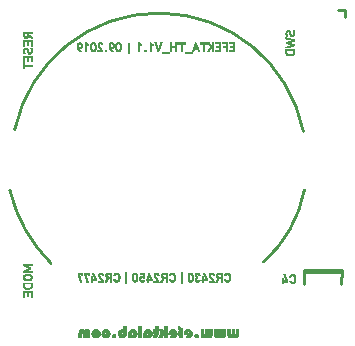
<source format=gbr>
G04 DipTrace 3.2.0.1*
G04 BottomSilk.gbr*
%MOMM*%
G04 #@! TF.FileFunction,Legend,Bot*
G04 #@! TF.Part,Single*
%ADD10C,0.25*%
%ADD13C,0.06667*%
%ADD14C,0.05*%
%FSLAX35Y35*%
G04*
G71*
G90*
G75*
G01*
G04 BotSilk*
%LPD*%
X1546740Y-941988D2*
D10*
X1226460D1*
X1546740Y-922906D2*
X1226460D1*
X1546740D2*
X1546604Y-1043140D1*
X1226460Y-922906D2*
X1226596Y-1043140D1*
X1514818Y1281365D2*
X1577801Y1281308D1*
X1579293Y1280800D2*
X1579184Y1217856D1*
X1232384Y-244837D2*
G02X886413Y-854592I-1067743J202803D01*
G01*
X-1219271Y269610D2*
G02X1223456Y252878I1219613J-263962D01*
G01*
X-1260564Y-248226D2*
G03X-913477Y-864547I1256380J301650D01*
G01*
X1054320Y-957432D2*
D14*
X1064320D1*
X1121820D2*
X1136820D1*
X1055270Y-959932D2*
X1065270D1*
X1117406D2*
X1141618D1*
X1056344Y-962432D2*
X1066344D1*
X1113765D2*
X1145466D1*
X1057505Y-964932D2*
X1067505D1*
X1111036D2*
X1148365D1*
X1058719Y-967432D2*
X1068710D1*
X1108869D2*
X1124821D1*
X1133819D2*
X1150490D1*
X1059952Y-969932D2*
X1069865D1*
X1107045D2*
X1120954D1*
X1137693D2*
X1152064D1*
X1061199Y-972432D2*
X1070871D1*
X1105714D2*
X1118000D1*
X1140702D2*
X1153172D1*
X1062445Y-974932D2*
X1071758D1*
X1104896D2*
X1115930D1*
X1142911D2*
X1153890D1*
X1063696Y-977432D2*
X1072727D1*
X1104320D2*
X1114320D1*
X1144530D2*
X1154516D1*
X1064944Y-979932D2*
X1073821D1*
X1145649D2*
X1155250D1*
X1066196Y-982432D2*
X1074995D1*
X1146287D2*
X1155944D1*
X1067444Y-984932D2*
X1076215D1*
X1146598D2*
X1156401D1*
X1046820Y-987432D2*
X1054320D1*
X1068686D2*
X1077451D1*
X1146734D2*
X1156640D1*
X1046820Y-989932D2*
X1054320D1*
X1069856D2*
X1078698D1*
X1146788D2*
X1156749D1*
X1046820Y-992432D2*
X1054320D1*
X1070868D2*
X1079945D1*
X1146809D2*
X1156793D1*
X1046820Y-994932D2*
X1054320D1*
X1071757D2*
X1081196D1*
X1146816D2*
X1156810D1*
X1046820Y-997432D2*
X1054320D1*
X1072727D2*
X1082444D1*
X1146819D2*
X1156817D1*
X1046820Y-999932D2*
X1054320D1*
X1073821D2*
X1083696D1*
X1146819D2*
X1156809D1*
X1046820Y-1002432D2*
X1054320D1*
X1075003D2*
X1084944D1*
X1146810D2*
X1156722D1*
X1046820Y-1004932D2*
X1054320D1*
X1076288D2*
X1086186D1*
X1146722D2*
X1156404D1*
X1046820Y-1007432D2*
X1054320D1*
X1077734D2*
X1087346D1*
X1146394D2*
X1155805D1*
X1046820Y-1009932D2*
X1054320D1*
X1079320D2*
X1088270D1*
X1145697D2*
X1155154D1*
X1041820Y-1012432D2*
X1088831D1*
X1104320D2*
X1114320D1*
X1144630D2*
X1154630D1*
X1041820Y-1014932D2*
X1089114D1*
X1104801D2*
X1115800D1*
X1143052D2*
X1154070D1*
X1041820Y-1017432D2*
X1089245D1*
X1105751D2*
X1117770D1*
X1140963D2*
X1153268D1*
X1041820Y-1019932D2*
X1089320D1*
X1107105D2*
X1122458D1*
X1136226D2*
X1152166D1*
X1046820Y-1022432D2*
X1054320D1*
X1108698D2*
X1129050D1*
X1129606D2*
X1150679D1*
X1046820Y-1024932D2*
X1054320D1*
X1110797D2*
X1148595D1*
X1046820Y-1027432D2*
X1054320D1*
X1113795D2*
X1145622D1*
X1046820Y-1029932D2*
X1054320D1*
X1117623D2*
X1141549D1*
X1046820Y-1032432D2*
X1054320D1*
X1121820D2*
X1136820D1*
X1089818Y1109982D2*
X1094818D1*
X1134818D2*
X1139818D1*
X1085020Y1107482D2*
X1099616D1*
X1133807D2*
X1141358D1*
X1081171Y1104982D2*
X1103454D1*
X1133986D2*
X1142696D1*
X1078273Y1102482D2*
X1106275D1*
X1134636D2*
X1143716D1*
X1076147Y1099982D2*
X1108170D1*
X1135524D2*
X1144403D1*
X1074574Y1097482D2*
X1085214D1*
X1099336D2*
X1109463D1*
X1136335D2*
X1145019D1*
X1073476Y1094982D2*
X1083431D1*
X1100886D2*
X1110519D1*
X1136853D2*
X1145749D1*
X1072846Y1092482D2*
X1081995D1*
X1102042D2*
X1111354D1*
X1137120D2*
X1146443D1*
X1072537Y1089982D2*
X1080948D1*
X1103047D2*
X1111876D1*
X1137240D2*
X1146899D1*
X1072403Y1087482D2*
X1080336D1*
X1103863D2*
X1112224D1*
X1137289D2*
X1147138D1*
X1072349Y1084982D2*
X1080034D1*
X1104379D2*
X1112659D1*
X1137307D2*
X1147237D1*
X1072329Y1082482D2*
X1079912D1*
X1104725D2*
X1113315D1*
X1137304D2*
X1147193D1*
X1072322Y1079982D2*
X1079947D1*
X1105159D2*
X1114062D1*
X1137209D2*
X1146892D1*
X1072329Y1077482D2*
X1080255D1*
X1105815D2*
X1114872D1*
X1136976D2*
X1146290D1*
X1072416Y1074982D2*
X1080944D1*
X1106562D2*
X1115849D1*
X1135819D2*
X1145563D1*
X1072744Y1072482D2*
X1081998D1*
X1107332D2*
X1118155D1*
X1131810D2*
X1144799D1*
X1073438Y1069982D2*
X1083441D1*
X1108263D2*
X1123482D1*
X1125359D2*
X1143871D1*
X1074472Y1067482D2*
X1085285D1*
X1109437D2*
X1142689D1*
X1075800Y1064982D2*
X1087318D1*
X1111027D2*
X1141003D1*
X1077318Y1062482D2*
X1082318D1*
X1113316D2*
X1138328D1*
X1116360Y1059982D2*
X1134430D1*
X1119818Y1057482D2*
X1129818D1*
X1072318Y1047482D2*
X1077318D1*
X1072452Y1044982D2*
X1088172D1*
X1072777Y1042482D2*
X1098917D1*
X1074686Y1039982D2*
X1109381D1*
X1080335Y1037482D2*
X1119499D1*
X1088161Y1034982D2*
X1128900D1*
X1097536Y1032482D2*
X1136681D1*
X1107771Y1029982D2*
X1142878D1*
X1118630Y1027482D2*
X1145552D1*
X1129818Y1024982D2*
X1146351D1*
X1122136Y1022482D2*
X1146742D1*
X1113659Y1019982D2*
X1142898D1*
X1104724Y1017482D2*
X1137306D1*
X1095860Y1014982D2*
X1130040D1*
X1087660Y1012482D2*
X1121716D1*
X1081017Y1009982D2*
X1112950D1*
X1075881Y1007482D2*
X1103956D1*
X1073905Y1004982D2*
X1094818D1*
X1073039Y1002482D2*
X1102415D1*
X1078857Y999982D2*
X1110658D1*
X1085877Y997482D2*
X1119293D1*
X1094025Y994982D2*
X1127939D1*
X1102962Y992482D2*
X1135708D1*
X1112128Y989982D2*
X1142243D1*
X1121079Y987482D2*
X1145272D1*
X1129818Y984982D2*
X1146280D1*
X1119723Y982482D2*
X1146878D1*
X1109422Y979982D2*
X1143430D1*
X1099037Y977482D2*
X1137915D1*
X1089424Y974982D2*
X1130361D1*
X1081851Y972482D2*
X1121429D1*
X1076099Y969982D2*
X1111599D1*
X1073794Y967482D2*
X1101171D1*
X1072941Y964982D2*
X1090500D1*
X1072318Y962482D2*
X1079818D1*
X1072318Y947482D2*
X1147318D1*
X1072318Y944982D2*
X1147318D1*
X1072318Y942482D2*
X1147318D1*
X1072318Y939982D2*
X1147318D1*
X1072318Y937482D2*
X1079818D1*
X1137318D2*
X1147318D1*
X1072318Y934982D2*
X1079818D1*
X1137318D2*
X1147318D1*
X1072318Y932482D2*
X1079818D1*
X1137318D2*
X1147318D1*
X1072318Y929982D2*
X1079818D1*
X1137318D2*
X1147318D1*
X1072318Y927482D2*
X1079818D1*
X1137318D2*
X1147318D1*
X1072318Y924982D2*
X1079828D1*
X1137318D2*
X1147308D1*
X1072318Y922482D2*
X1079915D1*
X1137308D2*
X1147220D1*
X1072328Y919982D2*
X1080244D1*
X1137210D2*
X1146902D1*
X1072415Y917482D2*
X1080940D1*
X1136794D2*
X1146293D1*
X1072744Y914982D2*
X1081997D1*
X1135779D2*
X1145564D1*
X1073430Y912482D2*
X1083448D1*
X1134123D2*
X1144800D1*
X1074410Y909982D2*
X1085334D1*
X1132032D2*
X1143872D1*
X1075630Y907482D2*
X1087517D1*
X1129714D2*
X1142698D1*
X1077257Y904982D2*
X1141096D1*
X1079604Y902482D2*
X1138681D1*
X1082953Y899982D2*
X1135084D1*
X1087337Y897482D2*
X1130266D1*
X1092318Y894982D2*
X1124818D1*
X-1149599Y-872816D2*
X-1074599D1*
X-1149485Y-875316D2*
X-1074599D1*
X-1149219Y-877816D2*
X-1074599D1*
X-1147954Y-880316D2*
X-1074599D1*
X-1144961Y-882816D2*
X-1124599D1*
X-1141046Y-885316D2*
X-1119590D1*
X-1136292Y-887816D2*
X-1114502D1*
X-1130935Y-890316D2*
X-1109183D1*
X-1125379Y-892816D2*
X-1103604D1*
X-1119910Y-895316D2*
X-1098158D1*
X-1114561Y-897816D2*
X-1093555D1*
X-1109612Y-900316D2*
X-1089833D1*
X-1105534Y-902816D2*
X-1088231D1*
X-1102099Y-905316D2*
X-1087920D1*
X-1107195Y-907816D2*
X-1089186D1*
X-1112515Y-910316D2*
X-1092786D1*
X-1118114Y-912816D2*
X-1097325D1*
X-1123765Y-915316D2*
X-1102505D1*
X-1129279Y-917816D2*
X-1108090D1*
X-1134722Y-920316D2*
X-1113741D1*
X-1139913Y-922816D2*
X-1119186D1*
X-1144167Y-925316D2*
X-1124436D1*
X-1147436Y-927816D2*
X-1074599D1*
X-1148565Y-930316D2*
X-1074599D1*
X-1149196Y-932816D2*
X-1074599D1*
X-1149599Y-935316D2*
X-1074599D1*
X-1129599Y-955316D2*
X-1094599D1*
X-1135167Y-957816D2*
X-1090101D1*
X-1139527Y-960316D2*
X-1086226D1*
X-1142618Y-962816D2*
X-1083218D1*
X-1144947Y-965316D2*
X-1081008D1*
X-1146835Y-967816D2*
X-1134504D1*
X-1092109D2*
X-1079380D1*
X-1148183Y-970316D2*
X-1136674D1*
X-1089707D2*
X-1078173D1*
X-1148956Y-972816D2*
X-1138477D1*
X-1087623D2*
X-1077216D1*
X-1149333Y-975316D2*
X-1139920D1*
X-1086138D2*
X-1076306D1*
X-1149496Y-977816D2*
X-1140969D1*
X-1085294D2*
X-1075529D1*
X-1149562Y-980316D2*
X-1141571D1*
X-1084896D2*
X-1075049D1*
X-1149586Y-982816D2*
X-1141775D1*
X-1084808D2*
X-1074884D1*
X-1149585Y-985316D2*
X-1141706D1*
X-1085066D2*
X-1075090D1*
X-1149500Y-987816D2*
X-1140574D1*
X-1085756D2*
X-1075652D1*
X-1149173Y-990316D2*
X-1138800D1*
X-1086999D2*
X-1076373D1*
X-1148477Y-992816D2*
X-1136289D1*
X-1088757D2*
X-1077219D1*
X-1147420Y-995316D2*
X-1132960D1*
X-1093045D2*
X-1078463D1*
X-1145959Y-997816D2*
X-1128933D1*
X-1098522D2*
X-1080234D1*
X-1143976Y-1000316D2*
X-1082465D1*
X-1141392Y-1002816D2*
X-1085192D1*
X-1138175Y-1005316D2*
X-1088481D1*
X-1134599Y-1007816D2*
X-1092099D1*
X-1149599Y-1027816D2*
X-1074599D1*
X-1149599Y-1030316D2*
X-1074599D1*
X-1149599Y-1032816D2*
X-1074599D1*
X-1149599Y-1035316D2*
X-1074599D1*
X-1149599Y-1037816D2*
X-1142099D1*
X-1084599D2*
X-1074599D1*
X-1149599Y-1040316D2*
X-1142099D1*
X-1084599D2*
X-1074599D1*
X-1149599Y-1042816D2*
X-1142099D1*
X-1084599D2*
X-1074599D1*
X-1149599Y-1045316D2*
X-1142099D1*
X-1084599D2*
X-1074599D1*
X-1149599Y-1047816D2*
X-1142099D1*
X-1084599D2*
X-1074599D1*
X-1149599Y-1050316D2*
X-1142090D1*
X-1084599D2*
X-1074609D1*
X-1149599Y-1052816D2*
X-1142002D1*
X-1084609D2*
X-1074697D1*
X-1149590Y-1055316D2*
X-1141673D1*
X-1084707D2*
X-1075016D1*
X-1149502Y-1057816D2*
X-1140977D1*
X-1085123D2*
X-1075624D1*
X-1149173Y-1060316D2*
X-1139920D1*
X-1086138D2*
X-1076353D1*
X-1148487Y-1062816D2*
X-1138469D1*
X-1087794D2*
X-1077118D1*
X-1147508Y-1065316D2*
X-1136583D1*
X-1089885D2*
X-1078046D1*
X-1146287Y-1067816D2*
X-1134400D1*
X-1092203D2*
X-1079219D1*
X-1144660Y-1070316D2*
X-1080821D1*
X-1142314Y-1072816D2*
X-1083237D1*
X-1138964Y-1075316D2*
X-1086833D1*
X-1134580Y-1077816D2*
X-1091651D1*
X-1129599Y-1080316D2*
X-1097099D1*
X-1149599Y-1100316D2*
X-1074599D1*
X-1149599Y-1102816D2*
X-1074599D1*
X-1149599Y-1105316D2*
X-1074599D1*
X-1149599Y-1107816D2*
X-1074599D1*
X-1149599Y-1110316D2*
X-1142099D1*
X-1117099D2*
X-1107099D1*
X-1084599D2*
X-1074599D1*
X-1149599Y-1112816D2*
X-1142099D1*
X-1117099D2*
X-1107099D1*
X-1084599D2*
X-1074599D1*
X-1149599Y-1115316D2*
X-1142099D1*
X-1117099D2*
X-1107099D1*
X-1084599D2*
X-1074599D1*
X-1149599Y-1117816D2*
X-1142099D1*
X-1117099D2*
X-1107099D1*
X-1084599D2*
X-1074599D1*
X-1149599Y-1120316D2*
X-1142099D1*
X-1117099D2*
X-1107099D1*
X-1084599D2*
X-1074599D1*
X-1149599Y-1122816D2*
X-1142099D1*
X-1117099D2*
X-1107099D1*
X-1084599D2*
X-1074599D1*
X-1149599Y-1125316D2*
X-1142099D1*
X-1117099D2*
X-1107099D1*
X-1084599D2*
X-1074599D1*
X-1149599Y-1127816D2*
X-1142099D1*
X-1117099D2*
X-1107099D1*
X-1084599D2*
X-1074599D1*
X-1149599Y-1130316D2*
X-1142099D1*
X-1117099D2*
X-1107099D1*
X-1084599D2*
X-1074599D1*
X-1149599Y-1132816D2*
X-1142099D1*
X-1117090D2*
X-1107099D1*
X-1084599D2*
X-1074599D1*
X-1149599Y-1135316D2*
X-1142099D1*
X-1116995D2*
X-1107099D1*
X-1084599D2*
X-1074599D1*
X-1149599Y-1137816D2*
X-1142099D1*
X-1116608D2*
X-1107099D1*
X-1084599D2*
X-1074599D1*
X-1149599Y-1140316D2*
X-1142099D1*
X-1115754D2*
X-1107099D1*
X-1084599D2*
X-1074599D1*
X-1149599Y-1142816D2*
X-1142099D1*
X-1114599D2*
X-1107099D1*
X-1084599D2*
X-1074599D1*
X-1149599Y-1145316D2*
X-1142099D1*
X-1084599D2*
X-1074599D1*
X-1149599Y-1147816D2*
X-1142099D1*
X-1084599D2*
X-1074599D1*
X-285270Y-935391D2*
X-275270D1*
X184730D2*
X194730D1*
X-285270Y-937891D2*
X-275270D1*
X184730D2*
X194730D1*
X-285270Y-940391D2*
X-275270D1*
X184730D2*
X194730D1*
X-285270Y-942891D2*
X-275270D1*
X184730D2*
X194730D1*
X-687770Y-945391D2*
X-647770D1*
X-632770D2*
X-592770D1*
X-565270D2*
X-555270D1*
X-502770D2*
X-485270D1*
X-440270D2*
X-402770D1*
X-367770D2*
X-352770D1*
X-285270D2*
X-275270D1*
X-212770D2*
X-197770D1*
X-162770D2*
X-125270D1*
X-95270D2*
X-85270D1*
X-32770D2*
X-15270D1*
X29730D2*
X67230D1*
X102230D2*
X117230D1*
X184730D2*
X194730D1*
X257230D2*
X272230D1*
X317230D2*
X332230D1*
X372230D2*
X382230D1*
X434730D2*
X452230D1*
X497230D2*
X534730D1*
X569730D2*
X584730D1*
X-687760Y-947891D2*
X-647770D1*
X-632760D2*
X-592770D1*
X-564320D2*
X-554320D1*
X-506028D2*
X-481711D1*
X-443914D2*
X-402770D1*
X-372183D2*
X-347972D1*
X-285270D2*
X-275270D1*
X-216414D2*
X-194126D1*
X-162770D2*
X-125270D1*
X-94320D2*
X-84320D1*
X-36028D2*
X-11711D1*
X26086D2*
X67230D1*
X97817D2*
X122028D1*
X184730D2*
X194730D1*
X253586D2*
X275874D1*
X313586D2*
X335789D1*
X373180D2*
X383180D1*
X431472D2*
X455789D1*
X493586D2*
X534730D1*
X565317D2*
X589528D1*
X-687672Y-950391D2*
X-647770D1*
X-632672D2*
X-592770D1*
X-563246D2*
X-553246D1*
X-508538D2*
X-478823D1*
X-447035D2*
X-402770D1*
X-375825D2*
X-344124D1*
X-285270D2*
X-275270D1*
X-219535D2*
X-191005D1*
X-162770D2*
X-125270D1*
X-93246D2*
X-83246D1*
X-38538D2*
X-8823D1*
X22965D2*
X67230D1*
X94175D2*
X125876D1*
X184730D2*
X194730D1*
X250465D2*
X278995D1*
X310465D2*
X338677D1*
X374254D2*
X384254D1*
X428962D2*
X458677D1*
X490465D2*
X534730D1*
X561675D2*
X593376D1*
X-687354Y-952891D2*
X-647770D1*
X-632354D2*
X-592770D1*
X-562085D2*
X-552085D1*
X-510426D2*
X-476657D1*
X-449491D2*
X-402770D1*
X-378553D2*
X-341225D1*
X-285270D2*
X-275270D1*
X-221982D2*
X-188558D1*
X-162770D2*
X-125270D1*
X-92085D2*
X-82085D1*
X-40426D2*
X-6657D1*
X20509D2*
X67230D1*
X91447D2*
X128775D1*
X184730D2*
X194730D1*
X248018D2*
X281442D1*
X308018D2*
X340843D1*
X375415D2*
X385415D1*
X427074D2*
X460843D1*
X488009D2*
X534730D1*
X558947D2*
X596275D1*
X-686745Y-955391D2*
X-677384D1*
X-655270D2*
X-647770D1*
X-631745D2*
X-622384D1*
X-600270D2*
X-592770D1*
X-560870D2*
X-550880D1*
X-511953D2*
X-497174D1*
X-488649D2*
X-475053D1*
X-451225D2*
X-436883D1*
X-412770D2*
X-402770D1*
X-380721D2*
X-364769D1*
X-355771D2*
X-339099D1*
X-285270D2*
X-275270D1*
X-223902D2*
X-209674D1*
X-200866D2*
X-186638D1*
X-135270D2*
X-125270D1*
X-90870D2*
X-80880D1*
X-41953D2*
X-27174D1*
X-18649D2*
X-5053D1*
X18775D2*
X33117D1*
X57230D2*
X67230D1*
X89279D2*
X105231D1*
X114229D2*
X130901D1*
X184730D2*
X194730D1*
X246098D2*
X260326D1*
X269134D2*
X283362D1*
X306098D2*
X320617D1*
X329730D2*
X342447D1*
X376630D2*
X386620D1*
X425547D2*
X440326D1*
X448851D2*
X462447D1*
X486275D2*
X500617D1*
X524730D2*
X534730D1*
X556779D2*
X572731D1*
X581729D2*
X598401D1*
X-686016Y-957891D2*
X-676754D1*
X-655270D2*
X-647770D1*
X-631016D2*
X-621754D1*
X-600270D2*
X-592770D1*
X-559637D2*
X-549725D1*
X-513219D2*
X-500718D1*
X-485319D2*
X-473931D1*
X-452453D2*
X-440127D1*
X-412770D2*
X-402770D1*
X-382545D2*
X-368636D1*
X-351897D2*
X-337526D1*
X-285270D2*
X-275270D1*
X-224606D2*
X-213218D1*
X-197322D2*
X-185839D1*
X-135270D2*
X-125270D1*
X-89637D2*
X-79725D1*
X-43219D2*
X-30718D1*
X-15319D2*
X-3931D1*
X17547D2*
X29873D1*
X57230D2*
X67230D1*
X87455D2*
X101364D1*
X118103D2*
X132474D1*
X184730D2*
X194730D1*
X245394D2*
X256782D1*
X272678D2*
X284161D1*
X305394D2*
X317373D1*
X332230D2*
X343569D1*
X377863D2*
X387775D1*
X424281D2*
X436782D1*
X452181D2*
X463569D1*
X485047D2*
X497373D1*
X524730D2*
X534730D1*
X554955D2*
X568864D1*
X585603D2*
X599974D1*
X-685262Y-960391D2*
X-676019D1*
X-655270D2*
X-647770D1*
X-630262D2*
X-621019D1*
X-600270D2*
X-592770D1*
X-558391D2*
X-548719D1*
X-514098D2*
X-503443D1*
X-482675D2*
X-473250D1*
X-453485D2*
X-442401D1*
X-412770D2*
X-402770D1*
X-383876D2*
X-371589D1*
X-348888D2*
X-336418D1*
X-285270D2*
X-275270D1*
X-224987D2*
X-215943D1*
X-194597D2*
X-185137D1*
X-135270D2*
X-125270D1*
X-88391D2*
X-78719D1*
X-44098D2*
X-33443D1*
X-12675D2*
X-3250D1*
X16515D2*
X27599D1*
X57230D2*
X67230D1*
X86124D2*
X98411D1*
X121112D2*
X133582D1*
X184730D2*
X194730D1*
X245013D2*
X254057D1*
X275403D2*
X284863D1*
X305013D2*
X315109D1*
X334730D2*
X344250D1*
X379109D2*
X388781D1*
X423402D2*
X434057D1*
X454825D2*
X464250D1*
X484015D2*
X495099D1*
X524730D2*
X534730D1*
X553624D2*
X565911D1*
X588612D2*
X601082D1*
X-684431Y-962891D2*
X-675262D1*
X-655270D2*
X-647770D1*
X-629431D2*
X-620262D1*
X-600270D2*
X-592770D1*
X-557145D2*
X-547832D1*
X-514582D2*
X-504515D1*
X-480270D2*
X-472770D1*
X-454301D2*
X-444105D1*
X-412770D2*
X-402770D1*
X-384694D2*
X-373660D1*
X-346678D2*
X-335700D1*
X-285270D2*
X-275270D1*
X-225159D2*
X-216890D1*
X-193650D2*
X-184366D1*
X-135280D2*
X-125270D1*
X-87145D2*
X-77832D1*
X-44582D2*
X-34515D1*
X-10270D2*
X-2770D1*
X15699D2*
X25895D1*
X57230D2*
X67230D1*
X85306D2*
X96340D1*
X123322D2*
X134300D1*
X184730D2*
X194730D1*
X244841D2*
X253110D1*
X276350D2*
X285634D1*
X304851D2*
X313434D1*
X337230D2*
X344730D1*
X380355D2*
X389668D1*
X422918D2*
X432985D1*
X457230D2*
X464730D1*
X483199D2*
X493395D1*
X524730D2*
X534730D1*
X552806D2*
X563840D1*
X590822D2*
X601800D1*
X-683674Y-965391D2*
X-674422D1*
X-655270D2*
X-647770D1*
X-628674D2*
X-619422D1*
X-600270D2*
X-592770D1*
X-555894D2*
X-546863D1*
X-514093D2*
X-504528D1*
X-454722D2*
X-444609D1*
X-412770D2*
X-402770D1*
X-385270D2*
X-375270D1*
X-345060D2*
X-335073D1*
X-285270D2*
X-275270D1*
X-225229D2*
X-217398D1*
X-193142D2*
X-183655D1*
X-135375D2*
X-125270D1*
X-85894D2*
X-76863D1*
X-44093D2*
X-34528D1*
X15278D2*
X25391D1*
X57230D2*
X67230D1*
X84730D2*
X94730D1*
X124940D2*
X134927D1*
X184730D2*
X194730D1*
X244771D2*
X252602D1*
X276858D2*
X286345D1*
X304869D2*
X312997D1*
X381606D2*
X390637D1*
X423407D2*
X432972D1*
X482778D2*
X492891D1*
X524730D2*
X534730D1*
X552230D2*
X562230D1*
X592440D2*
X602427D1*
X-683107Y-967891D2*
X-673587D1*
X-628107D2*
X-618587D1*
X-554646D2*
X-545769D1*
X-513449D2*
X-504027D1*
X-454663D2*
X-444797D1*
X-412770D2*
X-402770D1*
X-343941D2*
X-334340D1*
X-285270D2*
X-275270D1*
X-225256D2*
X-217625D1*
X-192915D2*
X-183192D1*
X-135761D2*
X-125270D1*
X-84646D2*
X-75769D1*
X-43449D2*
X-34027D1*
X15337D2*
X25203D1*
X57230D2*
X67230D1*
X126059D2*
X135660D1*
X184730D2*
X194730D1*
X244744D2*
X252375D1*
X277085D2*
X286808D1*
X305170D2*
X313652D1*
X382854D2*
X391731D1*
X424051D2*
X433473D1*
X482837D2*
X492703D1*
X524730D2*
X534730D1*
X593559D2*
X603160D1*
X-682539Y-970391D2*
X-672788D1*
X-627539D2*
X-617788D1*
X-553394D2*
X-544595D1*
X-512725D2*
X-503138D1*
X-454170D2*
X-444171D1*
X-412770D2*
X-402770D1*
X-343303D2*
X-333645D1*
X-285270D2*
X-275270D1*
X-225265D2*
X-217717D1*
X-192823D2*
X-182951D1*
X-152770D2*
X-140270D1*
X-136616D2*
X-125270D1*
X-83394D2*
X-74595D1*
X-42725D2*
X-33138D1*
X15830D2*
X25829D1*
X57230D2*
X67230D1*
X126697D2*
X136355D1*
X184730D2*
X194730D1*
X244735D2*
X252283D1*
X277177D2*
X287049D1*
X305867D2*
X314731D1*
X384106D2*
X392905D1*
X424775D2*
X434362D1*
X483330D2*
X493329D1*
X524730D2*
X534730D1*
X594197D2*
X603855D1*
X-681819Y-972891D2*
X-671941D1*
X-626819D2*
X-616941D1*
X-552146D2*
X-543375D1*
X-511814D2*
X-502038D1*
X-453479D2*
X-442495D1*
X-412770D2*
X-402770D1*
X-342991D2*
X-333189D1*
X-285270D2*
X-275270D1*
X-225268D2*
X-217751D1*
X-192789D2*
X-182842D1*
X-156329D2*
X-125270D1*
X-82146D2*
X-73375D1*
X-41814D2*
X-32038D1*
X16521D2*
X27505D1*
X57230D2*
X67230D1*
X127009D2*
X136811D1*
X184730D2*
X194730D1*
X244732D2*
X252249D1*
X277211D2*
X287158D1*
X307016D2*
X317542D1*
X385354D2*
X394125D1*
X425686D2*
X435462D1*
X484021D2*
X495005D1*
X524730D2*
X534730D1*
X594509D2*
X604311D1*
X-681044Y-975391D2*
X-671178D1*
X-626044D2*
X-616178D1*
X-572770D2*
X-565270D1*
X-550904D2*
X-542139D1*
X-510667D2*
X-500760D1*
X-452644D2*
X-435910D1*
X-412770D2*
X-402770D1*
X-342856D2*
X-332950D1*
X-285270D2*
X-275270D1*
X-225269D2*
X-217764D1*
X-192776D2*
X-182797D1*
X-159217D2*
X-125270D1*
X-102770D2*
X-95270D1*
X-80904D2*
X-72139D1*
X-40667D2*
X-30760D1*
X17356D2*
X34090D1*
X57230D2*
X67230D1*
X127144D2*
X137050D1*
X184730D2*
X194730D1*
X244731D2*
X252236D1*
X277224D2*
X287203D1*
X308845D2*
X320900D1*
X364730D2*
X372230D1*
X386596D2*
X395361D1*
X426833D2*
X436740D1*
X484856D2*
X501590D1*
X524730D2*
X534730D1*
X594644D2*
X604550D1*
X-680271Y-977891D2*
X-670608D1*
X-625271D2*
X-615608D1*
X-572770D2*
X-565270D1*
X-549734D2*
X-540892D1*
X-509262D2*
X-499217D1*
X-451394D2*
X-424614D1*
X-412770D2*
X-402770D1*
X-342802D2*
X-332841D1*
X-285270D2*
X-275270D1*
X-225270D2*
X-217768D1*
X-192772D2*
X-182780D1*
X-161383D2*
X-125270D1*
X-102770D2*
X-95270D1*
X-79734D2*
X-70892D1*
X-39262D2*
X-29217D1*
X18606D2*
X45386D1*
X57230D2*
X67230D1*
X127198D2*
X137159D1*
X184730D2*
X194730D1*
X244730D2*
X252232D1*
X277228D2*
X287220D1*
X311543D2*
X324185D1*
X364730D2*
X372230D1*
X387766D2*
X396608D1*
X428238D2*
X438283D1*
X486106D2*
X512886D1*
X524730D2*
X534730D1*
X594698D2*
X604659D1*
X-679425Y-980391D2*
X-670040D1*
X-624425D2*
X-615040D1*
X-572770D2*
X-565270D1*
X-548722D2*
X-539645D1*
X-507677D2*
X-497375D1*
X-449556D2*
X-402770D1*
X-342781D2*
X-332797D1*
X-285270D2*
X-275270D1*
X-225270D2*
X-217769D1*
X-192771D2*
X-182773D1*
X-162987D2*
X-150175D1*
X-140730D2*
X-125270D1*
X-102770D2*
X-95270D1*
X-78722D2*
X-69645D1*
X-37677D2*
X-27375D1*
X20444D2*
X67230D1*
X127219D2*
X137203D1*
X184730D2*
X194730D1*
X244730D2*
X252231D1*
X277229D2*
X287227D1*
X314730D2*
X325814D1*
X364730D2*
X372230D1*
X388778D2*
X397855D1*
X429823D2*
X440125D1*
X487944D2*
X534730D1*
X594719D2*
X604703D1*
X-678588Y-982891D2*
X-669319D1*
X-623588D2*
X-614319D1*
X-572770D2*
X-565270D1*
X-547833D2*
X-538394D1*
X-506072D2*
X-495479D1*
X-447210D2*
X-402770D1*
X-342774D2*
X-332780D1*
X-285270D2*
X-275270D1*
X-225270D2*
X-217770D1*
X-192770D2*
X-182771D1*
X-164101D2*
X-152345D1*
X-136607D2*
X-125270D1*
X-102770D2*
X-95270D1*
X-77833D2*
X-68394D1*
X-36072D2*
X-25479D1*
X22790D2*
X67230D1*
X127226D2*
X137220D1*
X184730D2*
X194730D1*
X244730D2*
X252230D1*
X277230D2*
X287229D1*
X311771D2*
X326332D1*
X364730D2*
X372230D1*
X389667D2*
X399106D1*
X431428D2*
X442021D1*
X490290D2*
X534730D1*
X594726D2*
X604720D1*
X-677788Y-985391D2*
X-668544D1*
X-622788D2*
X-613544D1*
X-572770D2*
X-565270D1*
X-546863D2*
X-537146D1*
X-504352D2*
X-493704D1*
X-444775D2*
X-402770D1*
X-342771D2*
X-332773D1*
X-285270D2*
X-275270D1*
X-225270D2*
X-217770D1*
X-192770D2*
X-182770D1*
X-164738D2*
X-154148D1*
X-132770D2*
X-125270D1*
X-102770D2*
X-95270D1*
X-76863D2*
X-67146D1*
X-34352D2*
X-23704D1*
X25225D2*
X67230D1*
X127229D2*
X137227D1*
X184730D2*
X194730D1*
X244730D2*
X252230D1*
X277230D2*
X287230D1*
X309235D2*
X322894D1*
X364730D2*
X372230D1*
X390637D2*
X400354D1*
X433148D2*
X443796D1*
X492725D2*
X534730D1*
X594729D2*
X604727D1*
X-676941Y-987891D2*
X-667771D1*
X-621941D2*
X-612771D1*
X-572770D2*
X-565270D1*
X-545769D2*
X-535894D1*
X-502429D2*
X-491896D1*
X-442636D2*
X-402770D1*
X-342770D2*
X-332781D1*
X-285270D2*
X-275270D1*
X-225270D2*
X-217770D1*
X-192770D2*
X-182770D1*
X-165049D2*
X-155590D1*
X-102770D2*
X-95270D1*
X-75769D2*
X-65894D1*
X-32429D2*
X-21896D1*
X27364D2*
X67230D1*
X127230D2*
X137219D1*
X184730D2*
X194730D1*
X244730D2*
X252230D1*
X277230D2*
X287230D1*
X307237D2*
X319231D1*
X364730D2*
X372230D1*
X391731D2*
X401606D1*
X435071D2*
X445604D1*
X494864D2*
X534730D1*
X594730D2*
X604719D1*
X-676178Y-990391D2*
X-666925D1*
X-621178D2*
X-611925D1*
X-572790D2*
X-565270D1*
X-544587D2*
X-534646D1*
X-500499D2*
X-489861D1*
X-442119D2*
X-429874D1*
X-412770D2*
X-402770D1*
X-342780D2*
X-332868D1*
X-285270D2*
X-275270D1*
X-225270D2*
X-217770D1*
X-192770D2*
X-182770D1*
X-165184D2*
X-156639D1*
X-102770D2*
X-95270D1*
X-74587D2*
X-64646D1*
X-30499D2*
X-19861D1*
X27881D2*
X40126D1*
X57230D2*
X67230D1*
X127220D2*
X137132D1*
X184730D2*
X194730D1*
X244730D2*
X252230D1*
X277230D2*
X287230D1*
X305626D2*
X316202D1*
X364710D2*
X372230D1*
X392913D2*
X402854D1*
X437001D2*
X447639D1*
X495381D2*
X507626D1*
X524730D2*
X534730D1*
X594720D2*
X604632D1*
X-675608Y-992891D2*
X-666088D1*
X-620608D2*
X-611088D1*
X-572965D2*
X-565270D1*
X-543302D2*
X-533404D1*
X-498711D2*
X-487688D1*
X-442808D2*
X-431666D1*
X-412770D2*
X-402770D1*
X-342868D2*
X-333186D1*
X-285270D2*
X-275270D1*
X-225270D2*
X-217770D1*
X-192770D2*
X-182780D1*
X-165238D2*
X-157242D1*
X-102770D2*
X-95270D1*
X-73302D2*
X-63404D1*
X-28711D2*
X-17688D1*
X27192D2*
X38334D1*
X57230D2*
X67230D1*
X127132D2*
X136814D1*
X184730D2*
X194730D1*
X244730D2*
X252230D1*
X277230D2*
X287220D1*
X304305D2*
X313843D1*
X364535D2*
X372230D1*
X394198D2*
X404096D1*
X438789D2*
X449812D1*
X494692D2*
X505834D1*
X524730D2*
X534730D1*
X594632D2*
X604314D1*
X-675040Y-995391D2*
X-665288D1*
X-620040D2*
X-610288D1*
X-573375D2*
X-565270D1*
X-541856D2*
X-532244D1*
X-496908D2*
X-485615D1*
X-443960D2*
X-433191D1*
X-412770D2*
X-402770D1*
X-343196D2*
X-333785D1*
X-285270D2*
X-275270D1*
X-225270D2*
X-217770D1*
X-192770D2*
X-182868D1*
X-165259D2*
X-157456D1*
X-102770D2*
X-95270D1*
X-71856D2*
X-62244D1*
X-26908D2*
X-15615D1*
X26040D2*
X36809D1*
X57230D2*
X67230D1*
X126804D2*
X136215D1*
X184730D2*
X194730D1*
X244730D2*
X252230D1*
X277230D2*
X287132D1*
X303317D2*
X313008D1*
X364125D2*
X372230D1*
X395644D2*
X405256D1*
X440592D2*
X451885D1*
X493540D2*
X504309D1*
X524730D2*
X534730D1*
X594304D2*
X603715D1*
X-674319Y-997891D2*
X-664441D1*
X-619319D2*
X-609441D1*
X-574743D2*
X-565270D1*
X-540270D2*
X-531320D1*
X-494950D2*
X-483758D1*
X-445423D2*
X-434566D1*
X-412770D2*
X-402770D1*
X-343892D2*
X-334436D1*
X-285270D2*
X-275270D1*
X-225270D2*
X-217760D1*
X-192780D2*
X-183186D1*
X-165266D2*
X-157260D1*
X-102770D2*
X-95270D1*
X-70270D2*
X-61320D1*
X-24950D2*
X-13758D1*
X24577D2*
X35434D1*
X57230D2*
X67230D1*
X126108D2*
X135564D1*
X184730D2*
X194730D1*
X244730D2*
X252240D1*
X277220D2*
X286814D1*
X302742D2*
X312569D1*
X362757D2*
X372230D1*
X397230D2*
X406180D1*
X442550D2*
X453742D1*
X492077D2*
X502934D1*
X524730D2*
X534730D1*
X593608D2*
X603064D1*
X-673544Y-1000391D2*
X-663678D1*
X-618544D2*
X-608678D1*
X-576048D2*
X-530759D1*
X-493007D2*
X-481926D1*
X-446896D2*
X-435864D1*
X-412770D2*
X-402770D1*
X-385270D2*
X-375270D1*
X-344959D2*
X-334960D1*
X-285270D2*
X-275270D1*
X-225270D2*
X-217653D1*
X-192887D2*
X-183785D1*
X-165259D2*
X-156616D1*
X-107770D2*
X-60759D1*
X-23007D2*
X-11926D1*
X23104D2*
X34136D1*
X57230D2*
X67230D1*
X84730D2*
X94730D1*
X125041D2*
X135040D1*
X184730D2*
X194730D1*
X244730D2*
X252347D1*
X277113D2*
X286215D1*
X302538D2*
X312476D1*
X361452D2*
X406741D1*
X444493D2*
X455574D1*
X490604D2*
X501636D1*
X524730D2*
X534730D1*
X552230D2*
X562230D1*
X592541D2*
X602540D1*
X-672771Y-1002891D2*
X-663108D1*
X-617771D2*
X-608108D1*
X-577030D2*
X-530475D1*
X-491214D2*
X-479956D1*
X-448280D2*
X-437135D1*
X-412770D2*
X-402770D1*
X-384788D2*
X-373790D1*
X-346537D2*
X-335520D1*
X-285270D2*
X-275270D1*
X-225260D2*
X-217389D1*
X-193151D2*
X-184436D1*
X-165172D2*
X-155550D1*
X-132770D2*
X-125270D1*
X-107770D2*
X-60475D1*
X-21214D2*
X-9956D1*
X21720D2*
X32865D1*
X57230D2*
X67230D1*
X85212D2*
X96210D1*
X123463D2*
X134480D1*
X184730D2*
X194730D1*
X244740D2*
X252611D1*
X276849D2*
X285564D1*
X302738D2*
X312637D1*
X337230D2*
X347230D1*
X360470D2*
X407025D1*
X446286D2*
X457544D1*
X489220D2*
X500365D1*
X524730D2*
X534730D1*
X552712D2*
X563710D1*
X590963D2*
X601980D1*
X-671925Y-1005391D2*
X-662540D1*
X-616925D2*
X-607540D1*
X-576913D2*
X-530345D1*
X-489399D2*
X-478019D1*
X-449599D2*
X-438390D1*
X-412770D2*
X-402770D1*
X-383838D2*
X-371820D1*
X-348627D2*
X-336322D1*
X-285270D2*
X-275270D1*
X-225163D2*
X-216007D1*
X-194533D2*
X-184969D1*
X-164844D2*
X-154178D1*
X-134416D2*
X-125666D1*
X-107770D2*
X-60345D1*
X-19399D2*
X-8019D1*
X20401D2*
X31610D1*
X57230D2*
X67230D1*
X86162D2*
X98180D1*
X121373D2*
X133678D1*
X184730D2*
X194730D1*
X244837D2*
X253993D1*
X275467D2*
X285031D1*
X303373D2*
X314001D1*
X335584D2*
X346270D1*
X360587D2*
X407155D1*
X448101D2*
X459481D1*
X487901D2*
X499110D1*
X524730D2*
X534730D1*
X553662D2*
X565680D1*
X588873D2*
X601178D1*
X-671088Y-1007891D2*
X-661819D1*
X-616088D2*
X-606819D1*
X-575682D2*
X-530270D1*
X-487354D2*
X-476322D1*
X-450876D2*
X-439645D1*
X-412770D2*
X-402770D1*
X-382485D2*
X-367132D1*
X-353364D2*
X-337423D1*
X-285270D2*
X-275270D1*
X-224746D2*
X-211728D1*
X-198812D2*
X-185618D1*
X-164148D2*
X-150868D1*
X-138763D2*
X-126384D1*
X-107770D2*
X-60270D1*
X-17354D2*
X-6322D1*
X19124D2*
X30355D1*
X57230D2*
X67230D1*
X87515D2*
X102868D1*
X116636D2*
X132577D1*
X184730D2*
X194730D1*
X245254D2*
X258272D1*
X271188D2*
X284382D1*
X304333D2*
X318275D1*
X331237D2*
X345108D1*
X361818D2*
X407230D1*
X450146D2*
X461178D1*
X486624D2*
X497855D1*
X524730D2*
X534730D1*
X555015D2*
X570368D1*
X584136D2*
X600077D1*
X-670288Y-1010391D2*
X-661044D1*
X-615288D2*
X-606044D1*
X-574426D2*
X-565270D1*
X-485106D2*
X-474923D1*
X-452139D2*
X-440894D1*
X-412770D2*
X-402770D1*
X-380892D2*
X-360540D1*
X-359983D2*
X-338911D1*
X-285270D2*
X-275270D1*
X-223722D2*
X-205378D1*
X-205162D2*
X-186748D1*
X-163081D2*
X-146055D1*
X-145145D2*
X-127457D1*
X-102770D2*
X-95270D1*
X-15106D2*
X-4923D1*
X17861D2*
X29106D1*
X57230D2*
X67230D1*
X89108D2*
X109460D1*
X110017D2*
X131089D1*
X184730D2*
X194730D1*
X246278D2*
X264622D1*
X264838D2*
X283252D1*
X305556D2*
X324623D1*
X324855D2*
X343609D1*
X363074D2*
X372230D1*
X452394D2*
X462577D1*
X485361D2*
X496606D1*
X524730D2*
X534730D1*
X556608D2*
X576960D1*
X577517D2*
X598589D1*
X-669440Y-1012891D2*
X-660270D1*
X-614440D2*
X-605270D1*
X-573572D2*
X-565270D1*
X-515270D2*
X-473891D1*
X-453400D2*
X-442138D1*
X-412770D2*
X-402770D1*
X-378793D2*
X-340995D1*
X-285270D2*
X-275270D1*
X-221970D2*
X-188543D1*
X-161534D2*
X-129005D1*
X-102770D2*
X-95270D1*
X-45270D2*
X-3891D1*
X16600D2*
X27862D1*
X57230D2*
X67230D1*
X91207D2*
X129005D1*
X184730D2*
X194730D1*
X248030D2*
X281457D1*
X307257D2*
X341613D1*
X363928D2*
X372230D1*
X422230D2*
X463609D1*
X484100D2*
X495362D1*
X524730D2*
X534730D1*
X558707D2*
X596505D1*
X-668680Y-1015391D2*
X-659411D1*
X-613680D2*
X-604411D1*
X-573116D2*
X-565270D1*
X-515270D2*
X-473283D1*
X-454718D2*
X-443321D1*
X-412770D2*
X-402770D1*
X-375794D2*
X-343968D1*
X-285270D2*
X-275270D1*
X-219493D2*
X-191038D1*
X-159262D2*
X-131278D1*
X-102770D2*
X-95270D1*
X-45270D2*
X-3283D1*
X15282D2*
X26679D1*
X57230D2*
X67230D1*
X94206D2*
X126032D1*
X184730D2*
X194730D1*
X250507D2*
X278962D1*
X309813D2*
X339025D1*
X364384D2*
X372230D1*
X422230D2*
X464217D1*
X482782D2*
X494179D1*
X524730D2*
X534730D1*
X561706D2*
X593532D1*
X-668159Y-1017891D2*
X-658554D1*
X-613159D2*
X-603554D1*
X-572899D2*
X-565270D1*
X-515270D2*
X-472968D1*
X-456177D2*
X-444363D1*
X-412770D2*
X-402770D1*
X-371967D2*
X-348040D1*
X-285270D2*
X-275270D1*
X-216321D2*
X-194216D1*
X-156225D2*
X-134315D1*
X-102770D2*
X-95270D1*
X-45270D2*
X-2968D1*
X13823D2*
X25637D1*
X57230D2*
X67230D1*
X98033D2*
X121960D1*
X184730D2*
X194730D1*
X253679D2*
X275784D1*
X313300D2*
X335806D1*
X364601D2*
X372230D1*
X422230D2*
X464532D1*
X481323D2*
X493137D1*
X524730D2*
X534730D1*
X565533D2*
X589460D1*
X-667770Y-1020391D2*
X-657770D1*
X-612770D2*
X-602770D1*
X-572770D2*
X-565270D1*
X-515270D2*
X-472770D1*
X-457770D2*
X-445270D1*
X-412770D2*
X-402770D1*
X-367770D2*
X-352770D1*
X-285270D2*
X-275270D1*
X-212770D2*
X-197770D1*
X-152770D2*
X-137770D1*
X-102770D2*
X-95270D1*
X-45270D2*
X-2770D1*
X12230D2*
X24730D1*
X57230D2*
X67230D1*
X102230D2*
X117230D1*
X184730D2*
X194730D1*
X257230D2*
X272230D1*
X317230D2*
X332230D1*
X364730D2*
X372230D1*
X422230D2*
X464730D1*
X479730D2*
X492230D1*
X524730D2*
X534730D1*
X569730D2*
X584730D1*
X-285270Y-1022891D2*
X-275270D1*
X184730D2*
X194730D1*
X-285270Y-1025391D2*
X-275270D1*
X184730D2*
X194730D1*
X-285270Y-1027891D2*
X-275270D1*
X184730D2*
X194730D1*
X-285270Y-1030391D2*
X-275270D1*
X184730D2*
X194730D1*
X-1148678Y1096143D2*
X-1073678D1*
X-1148678Y1093643D2*
X-1073678D1*
X-1148678Y1091143D2*
X-1073678D1*
X-1148678Y1088643D2*
X-1073678D1*
X-1148678Y1086143D2*
X-1141178D1*
X-1116178D2*
X-1106178D1*
X-1148678Y1083643D2*
X-1141178D1*
X-1116178D2*
X-1106178D1*
X-1148678Y1081143D2*
X-1141178D1*
X-1116178D2*
X-1106178D1*
X-1148678Y1078643D2*
X-1141178D1*
X-1116178D2*
X-1106168D1*
X-1148678Y1076143D2*
X-1141178D1*
X-1116178D2*
X-1106060D1*
X-1148678Y1073643D2*
X-1141178D1*
X-1116178D2*
X-1105797D1*
X-1148678Y1071143D2*
X-1141178D1*
X-1116178D2*
X-1104532D1*
X-1148678Y1068643D2*
X-1141168D1*
X-1116187D2*
X-1101548D1*
X-1148678Y1066143D2*
X-1141060D1*
X-1116295D2*
X-1097722D1*
X-1148668Y1063643D2*
X-1140797D1*
X-1116558D2*
X-1093287D1*
X-1148570Y1061143D2*
X-1139415D1*
X-1117940D2*
X-1088548D1*
X-1148154Y1058643D2*
X-1135136D1*
X-1122219D2*
X-1083838D1*
X-1147139Y1056143D2*
X-1128785D1*
X-1128570D2*
X-1108301D1*
X-1101178D2*
X-1079706D1*
X-1145483Y1053643D2*
X-1110276D1*
X-1096187D2*
X-1076282D1*
X-1143392Y1051143D2*
X-1112509D1*
X-1091282D2*
X-1074948D1*
X-1141074Y1048643D2*
X-1115388D1*
X-1086669D2*
X-1074220D1*
X-1138678Y1046143D2*
X-1118678D1*
X-1082523D2*
X-1073877D1*
X-1078678Y1043643D2*
X-1073678D1*
X-1148678Y1023643D2*
X-1073678D1*
X-1148678Y1021143D2*
X-1073678D1*
X-1148678Y1018643D2*
X-1073678D1*
X-1148678Y1016143D2*
X-1073678D1*
X-1148678Y1013643D2*
X-1141178D1*
X-1116178D2*
X-1106178D1*
X-1083678D2*
X-1073678D1*
X-1148678Y1011143D2*
X-1141178D1*
X-1116178D2*
X-1106178D1*
X-1083678D2*
X-1073678D1*
X-1148678Y1008643D2*
X-1141178D1*
X-1116178D2*
X-1106178D1*
X-1083678D2*
X-1073678D1*
X-1148678Y1006143D2*
X-1141178D1*
X-1116178D2*
X-1106178D1*
X-1083678D2*
X-1073678D1*
X-1148678Y1003643D2*
X-1141178D1*
X-1116178D2*
X-1106178D1*
X-1083678D2*
X-1073678D1*
X-1148678Y1001143D2*
X-1141178D1*
X-1116178D2*
X-1106178D1*
X-1083678D2*
X-1073678D1*
X-1148678Y998643D2*
X-1141178D1*
X-1116178D2*
X-1106178D1*
X-1083678D2*
X-1073678D1*
X-1148678Y996143D2*
X-1141178D1*
X-1116178D2*
X-1106178D1*
X-1083678D2*
X-1073678D1*
X-1148678Y993643D2*
X-1141178D1*
X-1116178D2*
X-1106178D1*
X-1083678D2*
X-1073678D1*
X-1148678Y991143D2*
X-1141178D1*
X-1116168D2*
X-1106178D1*
X-1083678D2*
X-1073678D1*
X-1148678Y988643D2*
X-1141178D1*
X-1116073D2*
X-1106178D1*
X-1083678D2*
X-1073678D1*
X-1148678Y986143D2*
X-1141178D1*
X-1115686D2*
X-1106178D1*
X-1083678D2*
X-1073678D1*
X-1148678Y983643D2*
X-1141178D1*
X-1114832D2*
X-1106178D1*
X-1083678D2*
X-1073678D1*
X-1148678Y981143D2*
X-1141178D1*
X-1113678D2*
X-1106178D1*
X-1083678D2*
X-1073678D1*
X-1148678Y978643D2*
X-1141178D1*
X-1083678D2*
X-1073678D1*
X-1148678Y976143D2*
X-1141178D1*
X-1083678D2*
X-1073678D1*
X-1131178Y961143D2*
X-1126178D1*
X-1086178D2*
X-1081178D1*
X-1135976Y958643D2*
X-1121379D1*
X-1087188D2*
X-1079637D1*
X-1139824Y956143D2*
X-1117541D1*
X-1087009D2*
X-1078299D1*
X-1142722Y953643D2*
X-1114721D1*
X-1086359D2*
X-1077279D1*
X-1144848Y951143D2*
X-1112826D1*
X-1085472D2*
X-1076592D1*
X-1146421Y948643D2*
X-1135781D1*
X-1121659D2*
X-1111532D1*
X-1084661D2*
X-1075976D1*
X-1147520Y946143D2*
X-1137564D1*
X-1120109D2*
X-1110476D1*
X-1084142D2*
X-1075246D1*
X-1148150Y943643D2*
X-1139000D1*
X-1118953D2*
X-1109641D1*
X-1083875D2*
X-1074552D1*
X-1148458Y941143D2*
X-1140048D1*
X-1117948D2*
X-1109119D1*
X-1083755D2*
X-1074096D1*
X-1148592Y938643D2*
X-1140659D1*
X-1117132D2*
X-1108771D1*
X-1083706D2*
X-1073857D1*
X-1148646Y936143D2*
X-1140961D1*
X-1116616D2*
X-1108336D1*
X-1083688D2*
X-1073759D1*
X-1148666Y933643D2*
X-1141083D1*
X-1116270D2*
X-1107681D1*
X-1083691D2*
X-1073802D1*
X-1148674Y931143D2*
X-1141049D1*
X-1115836D2*
X-1106934D1*
X-1083786D2*
X-1074103D1*
X-1148666Y928643D2*
X-1140741D1*
X-1115181D2*
X-1106124D1*
X-1084019D2*
X-1074706D1*
X-1148579Y926143D2*
X-1140051D1*
X-1114434D2*
X-1105147D1*
X-1085177D2*
X-1075432D1*
X-1148251Y923643D2*
X-1138997D1*
X-1113663D2*
X-1102840D1*
X-1089185D2*
X-1076196D1*
X-1147557Y921143D2*
X-1137554D1*
X-1112732D2*
X-1097514D1*
X-1095637D2*
X-1077124D1*
X-1146523Y918643D2*
X-1135711D1*
X-1111559D2*
X-1078307D1*
X-1145195Y916143D2*
X-1133678D1*
X-1109968D2*
X-1079992D1*
X-1143678Y913643D2*
X-1138678D1*
X-1107679D2*
X-1082667D1*
X-1104635Y911143D2*
X-1086566D1*
X-1101178Y908643D2*
X-1091178D1*
X-1148678Y891143D2*
X-1073678D1*
X-1148678Y888643D2*
X-1073678D1*
X-1148678Y886143D2*
X-1073678D1*
X-1148678Y883643D2*
X-1073678D1*
X-1148678Y881143D2*
X-1141178D1*
X-1116178D2*
X-1106178D1*
X-1083678D2*
X-1073678D1*
X-1148678Y878643D2*
X-1141178D1*
X-1116178D2*
X-1106178D1*
X-1083678D2*
X-1073678D1*
X-1148678Y876143D2*
X-1141178D1*
X-1116178D2*
X-1106178D1*
X-1083678D2*
X-1073678D1*
X-1148678Y873643D2*
X-1141178D1*
X-1116178D2*
X-1106178D1*
X-1083678D2*
X-1073678D1*
X-1148678Y871143D2*
X-1141178D1*
X-1116178D2*
X-1106178D1*
X-1083678D2*
X-1073678D1*
X-1148678Y868643D2*
X-1141178D1*
X-1116178D2*
X-1106178D1*
X-1083678D2*
X-1073678D1*
X-1148678Y866143D2*
X-1141178D1*
X-1116178D2*
X-1106178D1*
X-1083678D2*
X-1073678D1*
X-1148678Y863643D2*
X-1141178D1*
X-1116178D2*
X-1106178D1*
X-1083678D2*
X-1073678D1*
X-1148678Y861143D2*
X-1141178D1*
X-1116178D2*
X-1106178D1*
X-1083678D2*
X-1073678D1*
X-1148678Y858643D2*
X-1141178D1*
X-1116168D2*
X-1106178D1*
X-1083678D2*
X-1073678D1*
X-1148678Y856143D2*
X-1141178D1*
X-1116073D2*
X-1106178D1*
X-1083678D2*
X-1073678D1*
X-1148678Y853643D2*
X-1141178D1*
X-1115686D2*
X-1106178D1*
X-1083678D2*
X-1073678D1*
X-1148678Y851143D2*
X-1141178D1*
X-1114832D2*
X-1106178D1*
X-1083678D2*
X-1073678D1*
X-1148678Y848643D2*
X-1141178D1*
X-1113678D2*
X-1106178D1*
X-1083678D2*
X-1073678D1*
X-1148678Y846143D2*
X-1141178D1*
X-1083678D2*
X-1073678D1*
X-1148678Y843643D2*
X-1141178D1*
X-1083678D2*
X-1073678D1*
X-1148678Y836143D2*
X-1141178D1*
X-1148678Y833643D2*
X-1141178D1*
X-1148678Y831143D2*
X-1141178D1*
X-1148678Y828643D2*
X-1141178D1*
X-1148678Y826143D2*
X-1141178D1*
X-1148678Y823643D2*
X-1141178D1*
X-1148678Y821143D2*
X-1141178D1*
X-1148678Y818643D2*
X-1141178D1*
X-1148678Y816143D2*
X-1073678D1*
X-1148678Y813643D2*
X-1073678D1*
X-1148678Y811143D2*
X-1073678D1*
X-1148678Y808643D2*
X-1073678D1*
X-1148678Y806143D2*
X-1073678D1*
X-1148678Y803643D2*
X-1141178D1*
X-1148678Y801143D2*
X-1141178D1*
X-1148678Y798643D2*
X-1141178D1*
X-1148678Y796143D2*
X-1141178D1*
X-1148678Y793643D2*
X-1141178D1*
X-1148678Y791143D2*
X-1141178D1*
X-1148678Y788643D2*
X-1141178D1*
X-1148678Y786143D2*
X-1141178D1*
X-679700Y1005237D2*
X-664700D1*
X-622200D2*
X-619700D1*
X-567200D2*
X-552200D1*
X-504700D2*
X-487200D1*
X-409700D2*
X-394700D1*
X-354700D2*
X-339700D1*
X-172200D2*
X-169700D1*
X-74700D2*
X-72200D1*
X-37200D2*
X-27200D1*
X12800D2*
X22800D1*
X92800D2*
X100300D1*
X137800D2*
X145300D1*
X157800D2*
X217800D1*
X307800D2*
X310300D1*
X345300D2*
X405300D1*
X412800D2*
X422800D1*
X452800D2*
X462800D1*
X475300D2*
X520300D1*
X532800D2*
X580300D1*
X592800D2*
X637800D1*
X-683344Y1002737D2*
X-661056D1*
X-622200D2*
X-617190D1*
X-570759D2*
X-548556D1*
X-508344D2*
X-483661D1*
X-413344D2*
X-391056D1*
X-358259D2*
X-336056D1*
X-257200D2*
X-252200D1*
X-172200D2*
X-167190D1*
X-74700D2*
X-69690D1*
X-35951D2*
X-26336D1*
X12414D2*
X21936D1*
X92800D2*
X100300D1*
X137800D2*
X145300D1*
X157800D2*
X217800D1*
X307404D2*
X311250D1*
X345300D2*
X405300D1*
X414914D2*
X424914D1*
X452800D2*
X462800D1*
X475300D2*
X520300D1*
X532800D2*
X580300D1*
X592800D2*
X637800D1*
X-686465Y1000237D2*
X-657926D1*
X-622200D2*
X-614593D1*
X-573647D2*
X-545426D1*
X-511465D2*
X-480572D1*
X-416465D2*
X-387926D1*
X-361147D2*
X-332926D1*
X-257200D2*
X-252200D1*
X-172200D2*
X-164593D1*
X-74700D2*
X-67093D1*
X-34912D2*
X-25504D1*
X11784D2*
X21104D1*
X92800D2*
X100300D1*
X137800D2*
X145300D1*
X157800D2*
X217800D1*
X306696D2*
X312324D1*
X345300D2*
X405300D1*
X416784D2*
X426784D1*
X452800D2*
X462800D1*
X475300D2*
X520300D1*
X532800D2*
X580300D1*
X592800D2*
X637800D1*
X-688921Y997737D2*
X-655391D1*
X-622200D2*
X-611686D1*
X-575813D2*
X-542891D1*
X-513912D2*
X-479016D1*
X-418921D2*
X-385391D1*
X-363313D2*
X-330391D1*
X-257200D2*
X-252200D1*
X-172200D2*
X-161686D1*
X-74700D2*
X-64186D1*
X-33940D2*
X-24711D1*
X11049D2*
X20311D1*
X92800D2*
X100300D1*
X137800D2*
X145300D1*
X157800D2*
X217800D1*
X305730D2*
X313485D1*
X345300D2*
X405300D1*
X418549D2*
X428549D1*
X452800D2*
X462800D1*
X475300D2*
X520300D1*
X532800D2*
X580300D1*
X592800D2*
X637800D1*
X-690655Y995237D2*
X-679605D1*
X-664795D2*
X-653426D1*
X-622200D2*
X-608278D1*
X-577427D2*
X-563813D1*
X-553087D2*
X-540916D1*
X-515832D2*
X-504304D1*
X-489700D2*
X-478949D1*
X-420655D2*
X-409605D1*
X-394795D2*
X-383426D1*
X-364927D2*
X-351313D1*
X-340587D2*
X-328416D1*
X-257200D2*
X-252200D1*
X-172200D2*
X-158278D1*
X-74700D2*
X-60778D1*
X-33050D2*
X-23858D1*
X10283D2*
X19458D1*
X92800D2*
X100300D1*
X137800D2*
X145300D1*
X185300D2*
X192800D1*
X304684D2*
X314690D1*
X372800D2*
X380300D1*
X420292D2*
X430292D1*
X452800D2*
X462800D1*
X512800D2*
X520300D1*
X570300D2*
X580300D1*
X630300D2*
X637800D1*
X-691883Y992737D2*
X-681775D1*
X-662625D2*
X-651918D1*
X-622200D2*
X-604636D1*
X-578629D2*
X-567057D1*
X-549843D2*
X-539320D1*
X-516536D2*
X-506077D1*
X-484700D2*
X-479700D1*
X-421883D2*
X-411775D1*
X-392625D2*
X-381918D1*
X-366129D2*
X-354557D1*
X-337343D2*
X-326820D1*
X-257200D2*
X-252200D1*
X-172200D2*
X-154636D1*
X-74700D2*
X-57136D1*
X-32230D2*
X-23018D1*
X9364D2*
X18618D1*
X92800D2*
X100300D1*
X137800D2*
X145300D1*
X185300D2*
X192800D1*
X303723D2*
X315845D1*
X372800D2*
X380300D1*
X421952D2*
X431952D1*
X452800D2*
X462800D1*
X512800D2*
X520300D1*
X570300D2*
X580300D1*
X630300D2*
X637800D1*
X-692915Y990237D2*
X-683578D1*
X-660822D2*
X-650844D1*
X-622200D2*
X-601475D1*
X-579584D2*
X-569331D1*
X-547559D2*
X-537928D1*
X-516917D2*
X-507425D1*
X-422915D2*
X-413578D1*
X-390822D2*
X-380844D1*
X-367084D2*
X-356831D1*
X-335059D2*
X-325428D1*
X-257200D2*
X-252200D1*
X-172200D2*
X-151476D1*
X-74700D2*
X-53976D1*
X-31365D2*
X-22219D1*
X8298D2*
X17809D1*
X92800D2*
X100300D1*
X137800D2*
X145300D1*
X185300D2*
X192800D1*
X302862D2*
X316851D1*
X372800D2*
X380300D1*
X423617D2*
X433617D1*
X452800D2*
X462800D1*
X512800D2*
X520300D1*
X570300D2*
X580300D1*
X630300D2*
X637800D1*
X-693741Y987737D2*
X-685020D1*
X-659380D2*
X-650223D1*
X-622200D2*
X-598958D1*
X-580494D2*
X-570794D1*
X-546018D2*
X-536708D1*
X-517079D2*
X-508425D1*
X-423741D2*
X-415020D1*
X-389380D2*
X-380223D1*
X-367994D2*
X-358294D1*
X-333518D2*
X-324208D1*
X-257200D2*
X-252200D1*
X-172200D2*
X-148961D1*
X-74700D2*
X-51461D1*
X-30521D2*
X-21361D1*
X7209D2*
X16873D1*
X92800D2*
X100300D1*
X137800D2*
X145300D1*
X185300D2*
X192800D1*
X301978D2*
X317738D1*
X372800D2*
X380300D1*
X425318D2*
X435318D1*
X452800D2*
X462800D1*
X512800D2*
X520300D1*
X570300D2*
X580300D1*
X630300D2*
X637800D1*
X-694250Y985237D2*
X-686060D1*
X-658340D2*
X-649918D1*
X-622200D2*
X-614700D1*
X-607200D2*
X-597966D1*
X-581270D2*
X-571669D1*
X-544912D2*
X-535762D1*
X-517061D2*
X-508225D1*
X-424250D2*
X-416060D1*
X-388340D2*
X-379918D1*
X-368770D2*
X-359169D1*
X-332412D2*
X-323262D1*
X-257200D2*
X-252200D1*
X-172200D2*
X-164700D1*
X-157200D2*
X-148047D1*
X-74700D2*
X-67200D1*
X-59700D2*
X-50547D1*
X-29710D2*
X-20520D1*
X6232D2*
X15801D1*
X92800D2*
X100300D1*
X137800D2*
X145300D1*
X185300D2*
X192800D1*
X301126D2*
X318707D1*
X372800D2*
X380300D1*
X426961D2*
X436961D1*
X452800D2*
X462800D1*
X512800D2*
X520300D1*
X570300D2*
X580300D1*
X630300D2*
X637800D1*
X-694509Y982737D2*
X-686584D1*
X-657816D2*
X-649785D1*
X-622200D2*
X-614700D1*
X-602200D2*
X-597200D1*
X-581760D2*
X-572359D1*
X-543942D2*
X-535193D1*
X-516769D2*
X-507747D1*
X-424509D2*
X-416584D1*
X-387816D2*
X-379785D1*
X-369260D2*
X-359859D1*
X-331442D2*
X-322693D1*
X-257200D2*
X-252200D1*
X-172200D2*
X-164700D1*
X-152200D2*
X-147532D1*
X-74700D2*
X-67200D1*
X-54700D2*
X-50032D1*
X-28773D2*
X-19719D1*
X5365D2*
X14711D1*
X92800D2*
X100300D1*
X137800D2*
X145300D1*
X185300D2*
X192800D1*
X300311D2*
X307414D1*
X313186D2*
X319792D1*
X372800D2*
X380300D1*
X428620D2*
X438620D1*
X452800D2*
X462800D1*
X512800D2*
X520300D1*
X570300D2*
X580300D1*
X630300D2*
X637800D1*
X-694625Y980237D2*
X-686557D1*
X-657843D2*
X-649741D1*
X-622200D2*
X-614700D1*
X-582013D2*
X-573117D1*
X-543142D2*
X-534907D1*
X-516170D2*
X-507102D1*
X-424625D2*
X-416557D1*
X-387843D2*
X-379741D1*
X-369513D2*
X-360617D1*
X-330642D2*
X-322407D1*
X-257200D2*
X-252200D1*
X-172200D2*
X-164700D1*
X-147200D2*
D3*
X-74700D2*
X-67200D1*
X-49700D2*
D3*
X-27701D2*
X-18861D1*
X4479D2*
X13732D1*
X92800D2*
X100300D1*
X137800D2*
X145300D1*
X185300D2*
X192800D1*
X299374D2*
X306784D1*
X313816D2*
X320887D1*
X372800D2*
X380300D1*
X430317D2*
X440319D1*
X452800D2*
X462800D1*
X512800D2*
X520300D1*
X570300D2*
X580300D1*
X630300D2*
X637800D1*
X-694672Y977737D2*
X-685993D1*
X-658407D2*
X-649809D1*
X-622200D2*
X-614700D1*
X-582126D2*
X-573820D1*
X-542644D2*
X-534781D1*
X-515435D2*
X-506233D1*
X-424672D2*
X-415993D1*
X-388407D2*
X-379809D1*
X-369626D2*
X-361320D1*
X-330144D2*
X-322281D1*
X-257200D2*
X-252200D1*
X-172200D2*
X-164700D1*
X-74700D2*
X-67200D1*
X-26611D2*
X-18020D1*
X3626D2*
X12865D1*
X92800D2*
X100300D1*
X137800D2*
X145300D1*
X185300D2*
X192800D1*
X298301D2*
X306049D1*
X314551D2*
X321867D1*
X372800D2*
X380300D1*
X431947D2*
X441961D1*
X452800D2*
X462800D1*
X512800D2*
X520300D1*
X570300D2*
X580300D1*
X630300D2*
X637800D1*
X-694690Y975237D2*
X-684940D1*
X-659460D2*
X-650130D1*
X-622200D2*
X-614700D1*
X-582172D2*
X-574279D1*
X-542389D2*
X-534730D1*
X-514594D2*
X-505177D1*
X-424690D2*
X-414940D1*
X-389460D2*
X-380130D1*
X-369672D2*
X-361779D1*
X-329889D2*
X-322230D1*
X-257200D2*
X-252200D1*
X-172200D2*
X-164700D1*
X-74700D2*
X-67200D1*
X-25632D2*
X-17219D1*
X2821D2*
X11979D1*
X92800D2*
X145300D1*
X185300D2*
X192800D1*
X297211D2*
X305292D1*
X315308D2*
X322744D1*
X372800D2*
X380300D1*
X433586D2*
X443620D1*
X452790D2*
X462800D1*
X487800D2*
X520300D1*
X542800D2*
X580300D1*
X605300D2*
X637800D1*
X-694697Y972737D2*
X-683526D1*
X-660874D2*
X-650814D1*
X-622200D2*
X-614700D1*
X-582190D2*
X-574520D1*
X-542274D2*
X-534711D1*
X-513435D2*
X-504008D1*
X-424697D2*
X-413526D1*
X-390874D2*
X-380814D1*
X-369690D2*
X-362020D1*
X-329774D2*
X-322211D1*
X-257200D2*
X-252200D1*
X-172200D2*
X-164700D1*
X-74700D2*
X-67200D1*
X-24765D2*
X-16361D1*
X1962D2*
X11126D1*
X92800D2*
X145300D1*
X185300D2*
X192800D1*
X296232D2*
X304452D1*
X316148D2*
X323709D1*
X372800D2*
X380300D1*
X435300D2*
X445317D1*
X452695D2*
X462800D1*
X487800D2*
X520300D1*
X542800D2*
X580300D1*
X605300D2*
X637800D1*
X-694689Y970237D2*
X-679346D1*
X-665054D2*
X-651792D1*
X-622200D2*
X-614700D1*
X-582197D2*
X-574628D1*
X-542228D2*
X-534704D1*
X-511992D2*
X-502714D1*
X-424689D2*
X-409346D1*
X-395054D2*
X-381792D1*
X-369697D2*
X-362128D1*
X-329728D2*
X-322204D1*
X-257200D2*
X-252200D1*
X-172200D2*
X-164700D1*
X-74700D2*
X-67200D1*
X-23879D2*
X-15520D1*
X1120D2*
X10312D1*
X92800D2*
X145300D1*
X185300D2*
X192800D1*
X295355D2*
X303617D1*
X316983D2*
X324802D1*
X372800D2*
X380300D1*
X433750D2*
X446947D1*
X452309D2*
X462800D1*
X487800D2*
X520300D1*
X542800D2*
X580300D1*
X605300D2*
X637800D1*
X-694602Y967737D2*
X-672800D1*
X-671600D2*
X-653022D1*
X-622200D2*
X-614700D1*
X-582199D2*
X-574664D1*
X-542210D2*
X-534701D1*
X-510464D2*
X-501240D1*
X-424602D2*
X-402800D1*
X-401600D2*
X-383022D1*
X-369699D2*
X-362164D1*
X-329710D2*
X-322201D1*
X-257200D2*
X-252200D1*
X-172200D2*
X-164700D1*
X-74700D2*
X-67200D1*
X-23026D2*
X-14709D1*
X309D2*
X9374D1*
X92800D2*
X145300D1*
X185300D2*
X192800D1*
X294391D2*
X302818D1*
X317792D2*
X325975D1*
X372800D2*
X380300D1*
X432314D2*
X448586D1*
X451454D2*
X462800D1*
X487800D2*
X520300D1*
X542800D2*
X580300D1*
X605300D2*
X637800D1*
X-694284Y965237D2*
X-654726D1*
X-622200D2*
X-614700D1*
X-582200D2*
X-574593D1*
X-542203D2*
X-534700D1*
X-508852D2*
X-499625D1*
X-424284D2*
X-384726D1*
X-369700D2*
X-362093D1*
X-329703D2*
X-322200D1*
X-257200D2*
X-252200D1*
X-172200D2*
X-164700D1*
X-74700D2*
X-67200D1*
X-22212D2*
X-13773D1*
X-627D2*
X8301D1*
X92800D2*
X100300D1*
X137800D2*
X145300D1*
X185300D2*
X192800D1*
X293308D2*
X301961D1*
X318727D2*
X327186D1*
X372800D2*
X380300D1*
X430897D2*
X462800D1*
X512800D2*
X520300D1*
X570300D2*
X580300D1*
X630300D2*
X637800D1*
X-693675Y962737D2*
X-657282D1*
X-622200D2*
X-614700D1*
X-582200D2*
X-574280D1*
X-542211D2*
X-534700D1*
X-507171D2*
X-498018D1*
X-423675D2*
X-387282D1*
X-369700D2*
X-361780D1*
X-329711D2*
X-322200D1*
X-257200D2*
X-252200D1*
X-172200D2*
X-164700D1*
X-74700D2*
X-67200D1*
X-21274D2*
X-12701D1*
X-1699D2*
X7211D1*
X92800D2*
X100300D1*
X137800D2*
X145300D1*
X185300D2*
X192800D1*
X292213D2*
X301112D1*
X319801D2*
X328343D1*
X372800D2*
X380300D1*
X429371D2*
X462800D1*
X512800D2*
X520300D1*
X570300D2*
X580300D1*
X630300D2*
X637800D1*
X-692937Y960237D2*
X-660770D1*
X-622200D2*
X-614700D1*
X-582190D2*
X-573684D1*
X-542298D2*
X-534700D1*
X-505536D2*
X-496373D1*
X-422937D2*
X-390770D1*
X-369690D2*
X-361184D1*
X-329798D2*
X-322200D1*
X-257200D2*
X-252200D1*
X-172200D2*
X-164700D1*
X-74700D2*
X-67200D1*
X-20201D2*
X-11611D1*
X-2789D2*
X6232D1*
X92800D2*
X100300D1*
X137800D2*
X145300D1*
X185300D2*
X192800D1*
X291233D2*
X300242D1*
X320905D2*
X329350D1*
X372800D2*
X380300D1*
X427746D2*
X438196D1*
X445205D2*
X462800D1*
X512800D2*
X520300D1*
X570300D2*
X580300D1*
X630300D2*
X637800D1*
X-692094Y957737D2*
X-684795D1*
X-677200D2*
X-664700D1*
X-622200D2*
X-614700D1*
X-582102D2*
X-573044D1*
X-542616D2*
X-534700D1*
X-503879D2*
X-494678D1*
X-422094D2*
X-414795D1*
X-407200D2*
X-394700D1*
X-369602D2*
X-360544D1*
X-330116D2*
X-322200D1*
X-257200D2*
X-252200D1*
X-172200D2*
X-164700D1*
X-74700D2*
X-67200D1*
X-19111D2*
X-10625D1*
X-3775D2*
X5365D1*
X92800D2*
X100300D1*
X137800D2*
X145300D1*
X185300D2*
X192800D1*
X290365D2*
X299124D1*
X321912D2*
X330238D1*
X372800D2*
X380300D1*
X426210D2*
X436404D1*
X447375D2*
X462800D1*
X512800D2*
X520300D1*
X570300D2*
X580300D1*
X630300D2*
X637800D1*
X-690935Y955237D2*
X-682616D1*
X-622200D2*
X-614700D1*
X-581784D2*
X-572598D1*
X-543225D2*
X-534710D1*
X-502190D2*
X-493038D1*
X-420935D2*
X-412616D1*
X-369284D2*
X-360098D1*
X-330725D2*
X-322210D1*
X-257200D2*
X-252200D1*
X-172200D2*
X-164700D1*
X-74700D2*
X-67200D1*
X-18132D2*
X-9688D1*
X-4712D2*
X4479D1*
X92800D2*
X100300D1*
X137800D2*
X145300D1*
X185300D2*
X192800D1*
X289479D2*
X297800D1*
X322800D2*
X331207D1*
X372800D2*
X380300D1*
X424793D2*
X434870D1*
X449178D2*
X462800D1*
X512800D2*
X520300D1*
X570300D2*
X580300D1*
X630300D2*
X637800D1*
X-689492Y952737D2*
X-680715D1*
X-622200D2*
X-614700D1*
X-581175D2*
X-572269D1*
X-543954D2*
X-534798D1*
X-500627D2*
X-491380D1*
X-419492D2*
X-410715D1*
X-368675D2*
X-359769D1*
X-331454D2*
X-322298D1*
X-257200D2*
X-252200D1*
X-172200D2*
X-164700D1*
X-74700D2*
X-67200D1*
X-17265D2*
X-8541D1*
X-5859D2*
X3626D1*
X92800D2*
X100300D1*
X137800D2*
X145300D1*
X185300D2*
X192800D1*
X288626D2*
X332292D1*
X372800D2*
X380300D1*
X423387D2*
X433416D1*
X450620D2*
X462800D1*
X512800D2*
X520300D1*
X570300D2*
X580300D1*
X630300D2*
X637800D1*
X-687964Y950237D2*
X-678856D1*
X-622200D2*
X-614700D1*
X-580446D2*
X-571746D1*
X-544728D2*
X-535116D1*
X-499199D2*
X-489681D1*
X-417964D2*
X-408856D1*
X-367946D2*
X-359246D1*
X-332228D2*
X-322616D1*
X-257200D2*
X-252200D1*
X-172200D2*
X-164700D1*
X-74700D2*
X-67200D1*
X-16379D2*
X2812D1*
X92800D2*
X100300D1*
X137800D2*
X145300D1*
X185300D2*
X192800D1*
X287812D2*
X333387D1*
X372800D2*
X380300D1*
X421867D2*
X431877D1*
X451669D2*
X462800D1*
X512800D2*
X520300D1*
X570300D2*
X580300D1*
X630300D2*
X637800D1*
X-686352Y947737D2*
X-676792D1*
X-622200D2*
X-614700D1*
X-579682D2*
X-570911D1*
X-545793D2*
X-535725D1*
X-497780D2*
X-488039D1*
X-416352D2*
X-406792D1*
X-367182D2*
X-358411D1*
X-333293D2*
X-323225D1*
X-257200D2*
X-252200D1*
X-172200D2*
X-164700D1*
X-74700D2*
X-67200D1*
X-15526D2*
X1874D1*
X92800D2*
X100300D1*
X137800D2*
X145300D1*
X185300D2*
X192800D1*
X286874D2*
X334367D1*
X372800D2*
X380300D1*
X420244D2*
X430248D1*
X452281D2*
X462800D1*
X512800D2*
X520300D1*
X570300D2*
X580300D1*
X630300D2*
X637800D1*
X-684671Y945237D2*
X-674524D1*
X-622200D2*
X-614700D1*
X-578754D2*
X-568661D1*
X-547215D2*
X-536463D1*
X-496170D2*
X-486380D1*
X-414671D2*
X-404524D1*
X-366254D2*
X-356161D1*
X-334715D2*
X-323963D1*
X-257200D2*
X-252200D1*
X-172200D2*
X-164700D1*
X-74700D2*
X-67200D1*
X-14721D2*
X801D1*
X92800D2*
X100300D1*
X137800D2*
X145300D1*
X185300D2*
X192800D1*
X285801D2*
X335244D1*
X372800D2*
X380300D1*
X418709D2*
X428710D1*
X452583D2*
X462800D1*
X512800D2*
X520300D1*
X570300D2*
X580300D1*
X630300D2*
X637800D1*
X-683016Y942737D2*
X-672130D1*
X-622200D2*
X-614700D1*
X-577590D2*
X-564968D1*
X-551657D2*
X-537316D1*
X-494221D2*
X-484681D1*
X-454700D2*
X-447200D1*
X-413016D2*
X-402130D1*
X-365090D2*
X-352468D1*
X-339157D2*
X-324816D1*
X-257200D2*
X-252200D1*
X-172200D2*
X-164700D1*
X-119700D2*
X-112200D1*
X-74700D2*
X-67200D1*
X-13862D2*
X-289D1*
X92800D2*
X100300D1*
X137800D2*
X145300D1*
X185300D2*
X192800D1*
X284711D2*
X295782D1*
X327895D2*
X336209D1*
X372800D2*
X380300D1*
X417292D2*
X427293D1*
X452716D2*
X462800D1*
X512800D2*
X520300D1*
X570300D2*
X580300D1*
X630300D2*
X637800D1*
X-681174Y940237D2*
X-669674D1*
X-622200D2*
X-614700D1*
X-576086D2*
X-559218D1*
X-558636D2*
X-538572D1*
X-492013D2*
X-483039D1*
X-455844D2*
X-446056D1*
X-411174D2*
X-399674D1*
X-363586D2*
X-346718D1*
X-346136D2*
X-326072D1*
X-257200D2*
X-252200D1*
X-172200D2*
X-164700D1*
X-120844D2*
X-111056D1*
X-74700D2*
X-67200D1*
X-13020D2*
X-1268D1*
X92800D2*
X100300D1*
X137800D2*
X145300D1*
X185300D2*
X192800D1*
X283732D2*
X294232D1*
X328225D2*
X337292D1*
X372800D2*
X380300D1*
X415887D2*
X425887D1*
X452769D2*
X462800D1*
X512800D2*
X520300D1*
X570300D2*
X580300D1*
X630300D2*
X637800D1*
X-678741Y937737D2*
X-667191D1*
X-622200D2*
X-614700D1*
X-574086D2*
X-540430D1*
X-522200D2*
X-481388D1*
X-456467D2*
X-445433D1*
X-408741D2*
X-397191D1*
X-361586D2*
X-327930D1*
X-257200D2*
X-252200D1*
X-172200D2*
X-164700D1*
X-121467D2*
X-110433D1*
X-74700D2*
X-67200D1*
X-12217D2*
X-2137D1*
X92800D2*
X100300D1*
X137800D2*
X145300D1*
X185300D2*
X192800D1*
X282863D2*
X293074D1*
X328920D2*
X338378D1*
X372800D2*
X380300D1*
X414374D2*
X424374D1*
X452789D2*
X462800D1*
X475300D2*
X520300D1*
X570300D2*
X580300D1*
X592800D2*
X637800D1*
X-675485Y935237D2*
X-664697D1*
X-622200D2*
X-614700D1*
X-571496D2*
X-542951D1*
X-522200D2*
X-479758D1*
X-456685D2*
X-445215D1*
X-405485D2*
X-394697D1*
X-358996D2*
X-330451D1*
X-257200D2*
X-252200D1*
X-172200D2*
X-164700D1*
X-121685D2*
X-110215D1*
X-74700D2*
X-67200D1*
X-11347D2*
X-3035D1*
X92800D2*
X100300D1*
X137800D2*
X145300D1*
X185300D2*
X192800D1*
X281965D2*
X292047D1*
X329954D2*
X339277D1*
X372800D2*
X380300D1*
X412812D2*
X422812D1*
X452796D2*
X462800D1*
X475300D2*
X520300D1*
X570300D2*
X580300D1*
X592800D2*
X637800D1*
X-671504Y932737D2*
X-662200D1*
X-622200D2*
X-614700D1*
X-568276D2*
X-546141D1*
X-522200D2*
X-478376D1*
X-455817D2*
X-446083D1*
X-401504D2*
X-392200D1*
X-355776D2*
X-333641D1*
X-257200D2*
X-252200D1*
X-172200D2*
X-164700D1*
X-120817D2*
X-111083D1*
X-74700D2*
X-67200D1*
X-10486D2*
X-3907D1*
X92800D2*
X100300D1*
X137800D2*
X145300D1*
X185300D2*
X192800D1*
X281093D2*
X291121D1*
X331283D2*
X339868D1*
X372800D2*
X380300D1*
X411459D2*
X421459D1*
X452799D2*
X462800D1*
X475300D2*
X520300D1*
X570300D2*
X580300D1*
X592800D2*
X637800D1*
X-667200Y930237D2*
X-664700D1*
X-622200D2*
X-614700D1*
X-564700D2*
X-549700D1*
X-522200D2*
X-477200D1*
X-454700D2*
X-447200D1*
X-397200D2*
X-394700D1*
X-352200D2*
X-337200D1*
X-257200D2*
X-252200D1*
X-172200D2*
X-164700D1*
X-119700D2*
X-112200D1*
X-74700D2*
X-67200D1*
X-9700D2*
X-4700D1*
X92800D2*
X100300D1*
X137800D2*
X145300D1*
X185300D2*
X192800D1*
X280300D2*
X290300D1*
X332800D2*
X340300D1*
X372800D2*
X380300D1*
X410300D2*
X420300D1*
X452800D2*
X462800D1*
X475300D2*
X520300D1*
X570300D2*
X580300D1*
X592800D2*
X637800D1*
X-257200Y927737D2*
X-252200D1*
X-257200Y925237D2*
X-252200D1*
X-257200Y922737D2*
X-252200D1*
X-257200Y920237D2*
X-252200D1*
X27800D2*
X82800D1*
X222800D2*
X277800D1*
X-257200Y917737D2*
X-252200D1*
X27800D2*
X82800D1*
X222800D2*
X277800D1*
X-257200Y915237D2*
X-252200D1*
X27800D2*
X82800D1*
X222800D2*
X277800D1*
X-300390Y-1398850D2*
D13*
X-277057D1*
X-173723D2*
X-150390D1*
X-33723D2*
X-10390D1*
X42943D2*
X66277D1*
X162943D2*
X172943D1*
X-300390Y-1402183D2*
X-277057D1*
X-173723D2*
X-150390D1*
X-33723D2*
X-10390D1*
X42943D2*
X66277D1*
X162943D2*
X178204D1*
X-300390Y-1405517D2*
X-277057D1*
X-173723D2*
X-150390D1*
X-33723D2*
X-10390D1*
X42943D2*
X66277D1*
X162943D2*
X182893D1*
X-300390Y-1408850D2*
X-277057D1*
X-173723D2*
X-150390D1*
X-33723D2*
X-10390D1*
X42943D2*
X66277D1*
X162943D2*
X186762D1*
X-300390Y-1412183D2*
X-277057D1*
X-173723D2*
X-150390D1*
X-33723D2*
X-10390D1*
X42943D2*
X66277D1*
X162969D2*
X189909D1*
X-300390Y-1415517D2*
X-277057D1*
X-173723D2*
X-150390D1*
X-33723D2*
X-10390D1*
X42943D2*
X66277D1*
X163217D2*
X192503D1*
X-300390Y-1418850D2*
X-277057D1*
X-173723D2*
X-150390D1*
X-33723D2*
X-10390D1*
X42943D2*
X66277D1*
X163803D2*
X194348D1*
X-300390Y-1422183D2*
X-277057D1*
X-173723D2*
X-150390D1*
X-33723D2*
X-10390D1*
X42943D2*
X66277D1*
X166110D2*
X195403D1*
X-663723Y-1425517D2*
X-647057D1*
X-620390D2*
X-603723D1*
X-547057D2*
X-523723D1*
X-460390D2*
X-440390D1*
X-323723D2*
X-307057D1*
X-300390D2*
X-277057D1*
X-237057D2*
X-213723D1*
X-173723D2*
X-150390D1*
X-107057D2*
X-83723D1*
X-47057D2*
X-10390D1*
X2943D2*
X29610D1*
X42943D2*
X66277D1*
X102943D2*
X126277D1*
X168689D2*
X195915D1*
X232943D2*
X256277D1*
X352943D2*
X376277D1*
X389610D2*
X412943D1*
X422943D2*
X446277D1*
X466277D2*
X489610D1*
X502943D2*
X526277D1*
X536277D2*
X559610D1*
X579610D2*
X602943D1*
X616277D2*
X639610D1*
X649610D2*
X672943D1*
X-668468Y-1428850D2*
X-635702D1*
X-631744D2*
X-598864D1*
X-551929D2*
X-517725D1*
X-466801D2*
X-434391D1*
X-329608D2*
X-307057D1*
X-300390D2*
X-277057D1*
X-242941D2*
X-207725D1*
X-173723D2*
X-150390D1*
X-112941D2*
X-77725D1*
X-47057D2*
X-10390D1*
X5010D2*
X30876D1*
X42943D2*
X66277D1*
X98071D2*
X132275D1*
X170724D2*
X196137D1*
X228071D2*
X262275D1*
X352943D2*
X376277D1*
X389610D2*
X412943D1*
X422943D2*
X446277D1*
X466277D2*
X489610D1*
X502943D2*
X526277D1*
X536277D2*
X559610D1*
X579610D2*
X602943D1*
X616277D2*
X639610D1*
X649610D2*
X672943D1*
X-672319Y-1432183D2*
X-594704D1*
X-556206D2*
X-512559D1*
X-472036D2*
X-429226D1*
X-334463D2*
X-307057D1*
X-300390D2*
X-277057D1*
X-247784D2*
X-202559D1*
X-173723D2*
X-150390D1*
X-117784D2*
X-72559D1*
X-47057D2*
X-10390D1*
X6911D2*
X32309D1*
X42930D2*
X66277D1*
X93794D2*
X137441D1*
X171928D2*
X196225D1*
X223794D2*
X267441D1*
X352943D2*
X376277D1*
X389610D2*
X412943D1*
X422943D2*
X446277D1*
X466277D2*
X489610D1*
X502943D2*
X526277D1*
X536277D2*
X559610D1*
X579610D2*
X602943D1*
X616277D2*
X639610D1*
X649610D2*
X672943D1*
X-675207Y-1435517D2*
X-591441D1*
X-559907D2*
X-508547D1*
X-476208D2*
X-425214D1*
X-338101D2*
X-307057D1*
X-300390D2*
X-277057D1*
X-251317D2*
X-198547D1*
X-173723D2*
X-150390D1*
X-121317D2*
X-68547D1*
X-47057D2*
X-10390D1*
X8696D2*
X33867D1*
X42803D2*
X66277D1*
X90106D2*
X141453D1*
X172522D2*
X196259D1*
X220106D2*
X271453D1*
X352943D2*
X376277D1*
X389610D2*
X412943D1*
X422943D2*
X446277D1*
X466277D2*
X489610D1*
X502943D2*
X526277D1*
X536277D2*
X559610D1*
X579610D2*
X602943D1*
X616277D2*
X639610D1*
X649610D2*
X672943D1*
X-677346Y-1438850D2*
X-588880D1*
X-563017D2*
X-505601D1*
X-479390D2*
X-422268D1*
X-340991D2*
X-307109D1*
X-300390D2*
X-277057D1*
X-253899D2*
X-195601D1*
X-173723D2*
X-150390D1*
X-123899D2*
X-65601D1*
X-47057D2*
X-10390D1*
X10421D2*
X35573D1*
X42288D2*
X66277D1*
X87100D2*
X144399D1*
X172790D2*
X196271D1*
X217100D2*
X274399D1*
X352943D2*
X376277D1*
X389610D2*
X412943D1*
X422943D2*
X446277D1*
X466277D2*
X489610D1*
X502943D2*
X526277D1*
X536277D2*
X559610D1*
X579610D2*
X602943D1*
X616277D2*
X639610D1*
X649610D2*
X672943D1*
X-678831Y-1442183D2*
X-587942D1*
X-565509D2*
X-503430D1*
X-481824D2*
X-420110D1*
X-343422D2*
X-307265D1*
X-300390D2*
X-277057D1*
X-255957D2*
X-193443D1*
X-173723D2*
X-150390D1*
X-125957D2*
X-63443D1*
X-47057D2*
X-10390D1*
X12197D2*
X37497D1*
X41149D2*
X66277D1*
X84916D2*
X146570D1*
X162943D2*
X196275D1*
X214916D2*
X276570D1*
X352943D2*
X376277D1*
X389610D2*
X412943D1*
X422943D2*
X446277D1*
X466277D2*
X489610D1*
X502943D2*
X526277D1*
X536277D2*
X559610D1*
X579610D2*
X602943D1*
X616277D2*
X639610D1*
X649610D2*
X672943D1*
X-679681Y-1445517D2*
X-587434D1*
X-567466D2*
X-501821D1*
X-482844D2*
X-418618D1*
X-345186D2*
X-308723D1*
X-300390D2*
X-277057D1*
X-257665D2*
X-191938D1*
X-173723D2*
X-150390D1*
X-127665D2*
X-61938D1*
X-47057D2*
X-10390D1*
X14149D2*
X66277D1*
X83333D2*
X106277D1*
X122288D2*
X148179D1*
X162943D2*
X196276D1*
X213333D2*
X236277D1*
X252288D2*
X278179D1*
X352943D2*
X376277D1*
X389610D2*
X412943D1*
X422943D2*
X446277D1*
X466277D2*
X489610D1*
X502943D2*
X526277D1*
X536277D2*
X559610D1*
X579610D2*
X602943D1*
X616277D2*
X639610D1*
X649610D2*
X672943D1*
X-680095Y-1448850D2*
X-587205D1*
X-568876D2*
X-500545D1*
X-480207D2*
X-417767D1*
X-346205D2*
X-312854D1*
X-300403D2*
X-277057D1*
X-258957D2*
X-190960D1*
X-173723D2*
X-150390D1*
X-128957D2*
X-60960D1*
X-47057D2*
X-10390D1*
X16277D2*
X66277D1*
X81978D2*
X102943D1*
X124238D2*
X149455D1*
X162943D2*
X196276D1*
X211978D2*
X232943D1*
X254238D2*
X279455D1*
X352943D2*
X376277D1*
X389610D2*
X412943D1*
X422943D2*
X446277D1*
X466277D2*
X489610D1*
X502943D2*
X526277D1*
X536277D2*
X559610D1*
X579610D2*
X602943D1*
X616277D2*
X639610D1*
X649610D2*
X672943D1*
X-680276Y-1452183D2*
X-657057D1*
X-647712D2*
X-620390D1*
X-610390D2*
X-587111D1*
X-569697D2*
X-543055D1*
X-527725D2*
X-499345D1*
X-477057D2*
X-460390D1*
X-444391D2*
X-417352D1*
X-346703D2*
X-317186D1*
X-300520D2*
X-277057D1*
X-259727D2*
X-233068D1*
X-217725D2*
X-190029D1*
X-173723D2*
X-150390D1*
X-129727D2*
X-103068D1*
X-87725D2*
X-60029D1*
X-33723D2*
X-10390D1*
X14611D2*
X66277D1*
X80885D2*
X119610D1*
X125354D2*
X150655D1*
X162943D2*
X196277D1*
X210885D2*
X249610D1*
X255354D2*
X280655D1*
X352943D2*
X376277D1*
X389597D2*
X412943D1*
X422943D2*
X446277D1*
X466277D2*
X489610D1*
X502930D2*
X526277D1*
X536277D2*
X559610D1*
X579610D2*
X602943D1*
X616264D2*
X639610D1*
X649610D2*
X672943D1*
X-680348Y-1455517D2*
X-657057D1*
X-645762D2*
X-620390D1*
X-610390D2*
X-587076D1*
X-570101D2*
X-545270D1*
X-525510D2*
X-498427D1*
X-442177D2*
X-417171D1*
X-346920D2*
X-320430D1*
X-300997D2*
X-277070D1*
X-260112D2*
X-235018D1*
X-215510D2*
X-188702D1*
X-173723D2*
X-150390D1*
X-130112D2*
X-105018D1*
X-85510D2*
X-58702D1*
X-34505D2*
X-10390D1*
X13213D2*
X36150D1*
X42943D2*
X66277D1*
X80206D2*
X119610D1*
X125882D2*
X151573D1*
X162943D2*
X196277D1*
X210206D2*
X249610D1*
X255882D2*
X281573D1*
X352943D2*
X376303D1*
X389441D2*
X412969D1*
X422917D2*
X446277D1*
X466277D2*
X489636D1*
X502774D2*
X526303D1*
X536251D2*
X559610D1*
X579610D2*
X602969D1*
X616107D2*
X639636D1*
X649584D2*
X672943D1*
X-680375Y-1458850D2*
X-657057D1*
X-644646D2*
X-620390D1*
X-610390D2*
X-587063D1*
X-570264D2*
X-545695D1*
X-525085D2*
X-497925D1*
X-441751D2*
X-417099D1*
X-347006D2*
X-322802D1*
X-301881D2*
X-277187D1*
X-260281D2*
X-236134D1*
X-215033D2*
X-187057D1*
X-173723D2*
X-150390D1*
X-130281D2*
X-106134D1*
X-85033D2*
X-57057D1*
X-35862D2*
X-10403D1*
X11813D2*
X35709D1*
X42943D2*
X66277D1*
X79843D2*
X119610D1*
X125934D2*
X152075D1*
X162943D2*
X196277D1*
X209843D2*
X249610D1*
X255934D2*
X282075D1*
X352943D2*
X376557D1*
X389050D2*
X413223D1*
X422663D2*
X446277D1*
X466277D2*
X489890D1*
X502383D2*
X526557D1*
X535997D2*
X559610D1*
X579610D2*
X603223D1*
X615717D2*
X639890D1*
X649330D2*
X672943D1*
X-680385Y-1462183D2*
X-657057D1*
X-644105D2*
X-620390D1*
X-610390D2*
X-587059D1*
X-570218D2*
X-544726D1*
X-526054D2*
X-498605D1*
X-487057D2*
X-463723D1*
X-442721D2*
X-417085D1*
X-387057D2*
X-373723D1*
X-347026D2*
X-320026D1*
X-304457D2*
X-277612D1*
X-260350D2*
X-236675D1*
X-216877D2*
X-188608D1*
X-173723D2*
X-150390D1*
X-130350D2*
X-106675D1*
X-86877D2*
X-58608D1*
X-39079D2*
X-10520D1*
X10305D2*
X34793D1*
X42943D2*
X66277D1*
X79610D2*
X119610D1*
X125583D2*
X151395D1*
X162943D2*
X196277D1*
X209610D2*
X249610D1*
X255583D2*
X281395D1*
X309610D2*
X322943D1*
X352943D2*
X377162D1*
X386990D2*
X413829D1*
X422058D2*
X446277D1*
X466277D2*
X490495D1*
X500323D2*
X527162D1*
X535391D2*
X559610D1*
X579610D2*
X603829D1*
X613656D2*
X640495D1*
X648725D2*
X672943D1*
X-680388Y-1465517D2*
X-657057D1*
X-643870D2*
X-620390D1*
X-610390D2*
X-587057D1*
X-569807D2*
X-536426D1*
X-534354D2*
X-499476D1*
X-485904D2*
X-454140D1*
X-451021D2*
X-417205D1*
X-390649D2*
X-371045D1*
X-346907D2*
X-312574D1*
X-310225D2*
X-278423D1*
X-260376D2*
X-236910D1*
X-221292D2*
X-189683D1*
X-173723D2*
X-150390D1*
X-130376D2*
X-106910D1*
X-91292D2*
X-59683D1*
X-42253D2*
X-10958D1*
X8721D2*
X33514D1*
X42943D2*
X66277D1*
X122914D2*
X150524D1*
X162943D2*
X196277D1*
X252914D2*
X280524D1*
X306017D2*
X325622D1*
X352956D2*
X379760D1*
X382032D2*
X416426D1*
X419460D2*
X446277D1*
X466290D2*
X493093D1*
X495366D2*
X529760D1*
X532794D2*
X559610D1*
X579623D2*
X606426D1*
X608699D2*
X643093D1*
X646127D2*
X672943D1*
X-680389Y-1468850D2*
X-657057D1*
X-643777D2*
X-620390D1*
X-610390D2*
X-587057D1*
X-568888D2*
X-500446D1*
X-484782D2*
X-417744D1*
X-393390D2*
X-369096D1*
X-346369D2*
X-279408D1*
X-260385D2*
X-237003D1*
X-225348D2*
X-190605D1*
X-173723D2*
X-150390D1*
X-130385D2*
X-107003D1*
X-95348D2*
X-60605D1*
X-44966D2*
X-11887D1*
X7100D2*
X32121D1*
X42943D2*
X66277D1*
X116829D2*
X149554D1*
X172943D2*
X196277D1*
X246829D2*
X279554D1*
X303276D2*
X327571D1*
X353074D2*
X446264D1*
X466407D2*
X559597D1*
X579740D2*
X672930D1*
X-680390Y-1472183D2*
X-657057D1*
X-643742D2*
X-620390D1*
X-610390D2*
X-587057D1*
X-567482D2*
X-501664D1*
X-483595D2*
X-418979D1*
X-395209D2*
X-367979D1*
X-345122D2*
X-280544D1*
X-260388D2*
X-237038D1*
X-228466D2*
X-191749D1*
X-173723D2*
X-150390D1*
X-130388D2*
X-107038D1*
X-98466D2*
X-61749D1*
X-46039D2*
X-13296D1*
X5554D2*
X30840D1*
X42943D2*
X66277D1*
X110465D2*
X148336D1*
X172943D2*
X196277D1*
X240465D2*
X278336D1*
X301457D2*
X328687D1*
X353511D2*
X446133D1*
X466845D2*
X559467D1*
X580178D2*
X672800D1*
X-680390Y-1475517D2*
X-657057D1*
X-643730D2*
X-620390D1*
X-610390D2*
X-587057D1*
X-565549D2*
X-503220D1*
X-481915D2*
X-420774D1*
X-396392D2*
X-367451D1*
X-343222D2*
X-282207D1*
X-260389D2*
X-237050D1*
X-229480D2*
X-193258D1*
X-173723D2*
X-150390D1*
X-130389D2*
X-107050D1*
X-99480D2*
X-63258D1*
X-46622D2*
X-15231D1*
X4210D2*
X29692D1*
X42943D2*
X66277D1*
X105129D2*
X146780D1*
X172943D2*
X196277D1*
X235129D2*
X276780D1*
X300274D2*
X329216D1*
X354440D2*
X445578D1*
X467773D2*
X558912D1*
X581107D2*
X672245D1*
X-680390Y-1478850D2*
X-657057D1*
X-643725D2*
X-620390D1*
X-610390D2*
X-587057D1*
X-563019D2*
X-505341D1*
X-479534D2*
X-422896D1*
X-396210D2*
X-367347D1*
X-340793D2*
X-284582D1*
X-260390D2*
X-237055D1*
X-230012D2*
X-195356D1*
X-173723D2*
X-150390D1*
X-130390D2*
X-107055D1*
X-100012D2*
X-65356D1*
X-46886D2*
X-17761D1*
X3026D2*
X28514D1*
X42943D2*
X66277D1*
X101223D2*
X144659D1*
X172943D2*
X196277D1*
X231223D2*
X274659D1*
X300456D2*
X329320D1*
X355863D2*
X444212D1*
X469196D2*
X557545D1*
X582529D2*
X670879D1*
X-680390Y-1482183D2*
X-657057D1*
X-643724D2*
X-620390D1*
X-610390D2*
X-587057D1*
X-559961D2*
X-508433D1*
X-476430D2*
X-425693D1*
X-395311D2*
X-367808D1*
X-337623D2*
X-287684D1*
X-260390D2*
X-237056D1*
X-230245D2*
X-198439D1*
X-173723D2*
X-150390D1*
X-130390D2*
X-107056D1*
X-100245D2*
X-68439D1*
X-46994D2*
X-20819D1*
X1724D2*
X27368D1*
X42943D2*
X66277D1*
X98348D2*
X141567D1*
X172943D2*
X196277D1*
X228348D2*
X271567D1*
X301356D2*
X328859D1*
X357924D2*
X441877D1*
X471257D2*
X555210D1*
X584591D2*
X668544D1*
X-680390Y-1485517D2*
X-657057D1*
X-643724D2*
X-620390D1*
X-610390D2*
X-587057D1*
X-556289D2*
X-512713D1*
X-472279D2*
X-429691D1*
X-393487D2*
X-369115D1*
X-333589D2*
X-291835D1*
X-260390D2*
X-237056D1*
X-230338D2*
X-202715D1*
X-173723D2*
X-150390D1*
X-130390D2*
X-107056D1*
X-100338D2*
X-72715D1*
X-47034D2*
X-24491D1*
X178D2*
X26202D1*
X42943D2*
X66277D1*
X97184D2*
X137287D1*
X172943D2*
X196277D1*
X227184D2*
X267287D1*
X303180D2*
X327552D1*
X360954D2*
X438574D1*
X474287D2*
X551907D1*
X587620D2*
X665240D1*
X-680390Y-1488850D2*
X-657057D1*
X-643723D2*
X-620390D1*
X-610390D2*
X-587057D1*
X-551890D2*
X-517998D1*
X-466754D2*
X-434794D1*
X-390604D2*
X-371233D1*
X-328847D2*
X-297359D1*
X-260390D2*
X-237057D1*
X-230373D2*
X-207998D1*
X-173723D2*
X-150390D1*
X-130390D2*
X-107057D1*
X-100373D2*
X-77998D1*
X-47049D2*
X-28890D1*
X-1663D2*
X24710D1*
X42943D2*
X66277D1*
X99805D2*
X132002D1*
X172943D2*
X196277D1*
X229805D2*
X262002D1*
X306063D2*
X325433D1*
X365004D2*
X396277D1*
X406277D2*
X434344D1*
X478337D2*
X509610D1*
X519610D2*
X547677D1*
X591670D2*
X622943D1*
X632943D2*
X661011D1*
X-680390Y-1492183D2*
X-657057D1*
X-643723D2*
X-620390D1*
X-610390D2*
X-587057D1*
X-547057D2*
X-523723D1*
X-460390D2*
X-440390D1*
X-387057D2*
X-373723D1*
X-323723D2*
X-303723D1*
X-260390D2*
X-237057D1*
X-230390D2*
X-213723D1*
X-173723D2*
X-150390D1*
X-130390D2*
X-107057D1*
X-100390D2*
X-83723D1*
X-47057D2*
X-33723D1*
X-3723D2*
X22943D1*
X42943D2*
X66277D1*
X102943D2*
X126277D1*
X172943D2*
X196277D1*
X232943D2*
X256277D1*
X309610D2*
X322943D1*
X369610D2*
X389610D1*
X412943D2*
X429610D1*
X482943D2*
X502943D1*
X526277D2*
X542943D1*
X596277D2*
X616277D1*
X639610D2*
X656277D1*
X1054320Y-957432D2*
D14*
X1055270Y-959932D1*
X1056344Y-962432D1*
X1057505Y-964932D1*
X1058719Y-967432D1*
X1059952Y-969932D1*
X1061199Y-972432D1*
X1062445Y-974932D1*
X1063696Y-977432D1*
X1064944Y-979932D1*
X1066196Y-982432D1*
X1067444Y-984932D1*
X1068686Y-987432D1*
X1069856Y-989932D1*
X1070868Y-992432D1*
X1071757Y-994932D1*
X1072727Y-997432D1*
X1073821Y-999932D1*
X1075003Y-1002432D1*
X1076288Y-1004932D1*
X1077734Y-1007432D1*
X1079320Y-1009932D1*
X1059320Y-1012432D1*
X1064320Y-957432D2*
X1065270Y-959932D1*
X1066344Y-962432D1*
X1067505Y-964932D1*
X1068710Y-967432D1*
X1069865Y-969932D1*
X1070871Y-972432D1*
X1071758Y-974932D1*
X1072727Y-977432D1*
X1073821Y-979932D1*
X1074995Y-982432D1*
X1076215Y-984932D1*
X1077451Y-987432D1*
X1078698Y-989932D1*
X1079945Y-992432D1*
X1081196Y-994932D1*
X1082444Y-997432D1*
X1083696Y-999932D1*
X1084944Y-1002432D1*
X1086186Y-1004932D1*
X1087346Y-1007432D1*
X1088270Y-1009932D1*
X1088831Y-1012432D1*
X1089114Y-1014932D1*
X1089245Y-1017432D1*
X1089320Y-1019932D1*
X1121820Y-957432D2*
X1117406Y-959932D1*
X1113765Y-962432D1*
X1111036Y-964932D1*
X1108869Y-967432D1*
X1107045Y-969932D1*
X1105714Y-972432D1*
X1104896Y-974932D1*
X1104320Y-977432D1*
X1136820Y-957432D2*
X1141618Y-959932D1*
X1145466Y-962432D1*
X1148365Y-964932D1*
X1150490Y-967432D1*
X1152064Y-969932D1*
X1153172Y-972432D1*
X1153890Y-974932D1*
X1154516Y-977432D1*
X1155250Y-979932D1*
X1155944Y-982432D1*
X1156401Y-984932D1*
X1156640Y-987432D1*
X1156749Y-989932D1*
X1156793Y-992432D1*
X1156810Y-994932D1*
X1156817Y-997432D1*
X1156809Y-999932D1*
X1156722Y-1002432D1*
X1156404Y-1004932D1*
X1155805Y-1007432D1*
X1155154Y-1009932D1*
X1154630Y-1012432D1*
X1154070Y-1014932D1*
X1153268Y-1017432D1*
X1152166Y-1019932D1*
X1150679Y-1022432D1*
X1148595Y-1024932D1*
X1145622Y-1027432D1*
X1141549Y-1029932D1*
X1136820Y-1032432D1*
X1129320Y-964932D2*
X1124821Y-967432D1*
X1120954Y-969932D1*
X1118000Y-972432D1*
X1115930Y-974932D1*
X1114320Y-977432D1*
X1129320Y-964932D2*
X1133819Y-967432D1*
X1137693Y-969932D1*
X1140702Y-972432D1*
X1142911Y-974932D1*
X1144530Y-977432D1*
X1145649Y-979932D1*
X1146287Y-982432D1*
X1146598Y-984932D1*
X1146734Y-987432D1*
X1146788Y-989932D1*
X1146809Y-992432D1*
X1146816Y-994932D1*
X1146819Y-997432D1*
Y-999932D1*
X1146810Y-1002432D1*
X1146722Y-1004932D1*
X1146394Y-1007432D1*
X1145697Y-1009932D1*
X1144630Y-1012432D1*
X1143052Y-1014932D1*
X1140963Y-1017432D1*
X1136226Y-1019932D1*
X1129606Y-1022432D1*
X1121820Y-1024932D1*
X1046820Y-987432D2*
Y-989932D1*
Y-992432D1*
Y-994932D1*
Y-997432D1*
Y-999932D1*
Y-1002432D1*
Y-1004932D1*
Y-1007432D1*
Y-1009932D1*
Y-1012432D1*
X1041820D1*
Y-1014932D1*
Y-1017432D1*
Y-1019932D1*
Y-1022432D1*
X1046820D1*
Y-1024932D1*
Y-1027432D1*
Y-1029932D1*
Y-1032432D1*
X1054320Y-987432D2*
Y-989932D1*
Y-992432D1*
Y-994932D1*
Y-997432D1*
Y-999932D1*
Y-1002432D1*
Y-1004932D1*
Y-1007432D1*
Y-1009932D1*
X1076820Y-1012432D1*
X1104320D2*
X1104801Y-1014932D1*
X1105751Y-1017432D1*
X1107105Y-1019932D1*
X1108698Y-1022432D1*
X1110797Y-1024932D1*
X1113795Y-1027432D1*
X1117623Y-1029932D1*
X1121820Y-1032432D1*
X1114320Y-1012432D2*
X1115800Y-1014932D1*
X1117770Y-1017432D1*
X1122458Y-1019932D1*
X1129050Y-1022432D1*
X1136820Y-1024932D1*
X1054320Y-1019932D2*
Y-1022432D1*
Y-1024932D1*
Y-1027432D1*
Y-1029932D1*
Y-1032432D1*
X1089818Y1109982D2*
X1085020Y1107482D1*
X1081171Y1104982D1*
X1078273Y1102482D1*
X1076147Y1099982D1*
X1074574Y1097482D1*
X1073476Y1094982D1*
X1072846Y1092482D1*
X1072537Y1089982D1*
X1072403Y1087482D1*
X1072349Y1084982D1*
X1072329Y1082482D1*
X1072322Y1079982D1*
X1072329Y1077482D1*
X1072416Y1074982D1*
X1072744Y1072482D1*
X1073438Y1069982D1*
X1074472Y1067482D1*
X1075800Y1064982D1*
X1077318Y1062482D1*
X1094818Y1109982D2*
X1099616Y1107482D1*
X1103454Y1104982D1*
X1106275Y1102482D1*
X1108170Y1099982D1*
X1109463Y1097482D1*
X1110519Y1094982D1*
X1111354Y1092482D1*
X1111876Y1089982D1*
X1112224Y1087482D1*
X1112659Y1084982D1*
X1113315Y1082482D1*
X1114062Y1079982D1*
X1114872Y1077482D1*
X1115849Y1074982D1*
X1118155Y1072482D1*
X1123482Y1069982D1*
X1129818Y1067482D1*
X1134818Y1109982D2*
X1133807Y1107482D1*
X1133986Y1104982D1*
X1134636Y1102482D1*
X1135524Y1099982D1*
X1136335Y1097482D1*
X1136853Y1094982D1*
X1137120Y1092482D1*
X1137240Y1089982D1*
X1137289Y1087482D1*
X1137307Y1084982D1*
X1137304Y1082482D1*
X1137209Y1079982D1*
X1136976Y1077482D1*
X1135819Y1074982D1*
X1131810Y1072482D1*
X1125359Y1069982D1*
X1117318Y1067482D1*
X1139818Y1109982D2*
X1141358Y1107482D1*
X1142696Y1104982D1*
X1143716Y1102482D1*
X1144403Y1099982D1*
X1145019Y1097482D1*
X1145749Y1094982D1*
X1146443Y1092482D1*
X1146899Y1089982D1*
X1147138Y1087482D1*
X1147237Y1084982D1*
X1147193Y1082482D1*
X1146892Y1079982D1*
X1146290Y1077482D1*
X1145563Y1074982D1*
X1144799Y1072482D1*
X1143871Y1069982D1*
X1142689Y1067482D1*
X1141003Y1064982D1*
X1138328Y1062482D1*
X1134430Y1059982D1*
X1129818Y1057482D1*
X1087318Y1099982D2*
X1085214Y1097482D1*
X1083431Y1094982D1*
X1081995Y1092482D1*
X1080948Y1089982D1*
X1080336Y1087482D1*
X1080034Y1084982D1*
X1079912Y1082482D1*
X1079947Y1079982D1*
X1080255Y1077482D1*
X1080944Y1074982D1*
X1081998Y1072482D1*
X1083441Y1069982D1*
X1085285Y1067482D1*
X1087318Y1064982D1*
X1082318Y1062482D1*
X1097318Y1099982D2*
X1099336Y1097482D1*
X1100886Y1094982D1*
X1102042Y1092482D1*
X1103047Y1089982D1*
X1103863Y1087482D1*
X1104379Y1084982D1*
X1104725Y1082482D1*
X1105159Y1079982D1*
X1105815Y1077482D1*
X1106562Y1074982D1*
X1107332Y1072482D1*
X1108263Y1069982D1*
X1109437Y1067482D1*
X1111027Y1064982D1*
X1113316Y1062482D1*
X1116360Y1059982D1*
X1119818Y1057482D1*
X1072318Y1047482D2*
X1072452Y1044982D1*
X1072777Y1042482D1*
X1074686Y1039982D1*
X1080335Y1037482D1*
X1088161Y1034982D1*
X1097536Y1032482D1*
X1107771Y1029982D1*
X1118630Y1027482D1*
X1129818Y1024982D1*
X1122136Y1022482D1*
X1113659Y1019982D1*
X1104724Y1017482D1*
X1095860Y1014982D1*
X1087660Y1012482D1*
X1081017Y1009982D1*
X1075881Y1007482D1*
X1073905Y1004982D1*
X1073039Y1002482D1*
X1078857Y999982D1*
X1085877Y997482D1*
X1094025Y994982D1*
X1102962Y992482D1*
X1112128Y989982D1*
X1121079Y987482D1*
X1129818Y984982D1*
X1119723Y982482D1*
X1109422Y979982D1*
X1099037Y977482D1*
X1089424Y974982D1*
X1081851Y972482D1*
X1076099Y969982D1*
X1073794Y967482D1*
X1072941Y964982D1*
X1072318Y962482D1*
X1077318Y1047482D2*
X1088172Y1044982D1*
X1098917Y1042482D1*
X1109381Y1039982D1*
X1119499Y1037482D1*
X1128900Y1034982D1*
X1136681Y1032482D1*
X1142878Y1029982D1*
X1145552Y1027482D1*
X1146351Y1024982D1*
X1146742Y1022482D1*
X1142898Y1019982D1*
X1137306Y1017482D1*
X1130040Y1014982D1*
X1121716Y1012482D1*
X1112950Y1009982D1*
X1103956Y1007482D1*
X1094818Y1004982D1*
X1102415Y1002482D1*
X1110658Y999982D1*
X1119293Y997482D1*
X1127939Y994982D1*
X1135708Y992482D1*
X1142243Y989982D1*
X1145272Y987482D1*
X1146280Y984982D1*
X1146878Y982482D1*
X1143430Y979982D1*
X1137915Y977482D1*
X1130361Y974982D1*
X1121429Y972482D1*
X1111599Y969982D1*
X1101171Y967482D1*
X1090500Y964982D1*
X1079818Y962482D1*
X1072318Y947482D2*
Y944982D1*
Y942482D1*
Y939982D1*
Y937482D1*
Y934982D1*
Y932482D1*
Y929982D1*
Y927482D1*
Y924982D1*
Y922482D1*
X1072328Y919982D1*
X1072415Y917482D1*
X1072744Y914982D1*
X1073430Y912482D1*
X1074410Y909982D1*
X1075630Y907482D1*
X1077257Y904982D1*
X1079604Y902482D1*
X1082953Y899982D1*
X1087337Y897482D1*
X1092318Y894982D1*
X1147318Y947482D2*
Y944982D1*
Y942482D1*
Y939982D1*
Y937482D1*
Y934982D1*
Y932482D1*
Y929982D1*
Y927482D1*
X1147308Y924982D1*
X1147220Y922482D1*
X1146902Y919982D1*
X1146293Y917482D1*
X1145564Y914982D1*
X1144800Y912482D1*
X1143872Y909982D1*
X1142698Y907482D1*
X1141096Y904982D1*
X1138681Y902482D1*
X1135084Y899982D1*
X1130266Y897482D1*
X1124818Y894982D1*
X1079818Y939982D2*
Y937482D1*
Y934982D1*
Y932482D1*
Y929982D1*
Y927482D1*
X1079828Y924982D1*
X1079915Y922482D1*
X1080244Y919982D1*
X1080940Y917482D1*
X1081997Y914982D1*
X1083448Y912482D1*
X1085334Y909982D1*
X1087517Y907482D1*
X1089818Y904982D1*
X1137318Y939982D2*
Y937482D1*
Y934982D1*
Y932482D1*
Y929982D1*
Y927482D1*
Y924982D1*
X1137308Y922482D1*
X1137210Y919982D1*
X1136794Y917482D1*
X1135779Y914982D1*
X1134123Y912482D1*
X1132032Y909982D1*
X1129714Y907482D1*
X1127318Y904982D1*
X-1149599Y-872816D2*
X-1149485Y-875316D1*
X-1149219Y-877816D1*
X-1147954Y-880316D1*
X-1144961Y-882816D1*
X-1141046Y-885316D1*
X-1136292Y-887816D1*
X-1130935Y-890316D1*
X-1125379Y-892816D1*
X-1119910Y-895316D1*
X-1114561Y-897816D1*
X-1109612Y-900316D1*
X-1105534Y-902816D1*
X-1102099Y-905316D1*
X-1107195Y-907816D1*
X-1112515Y-910316D1*
X-1118114Y-912816D1*
X-1123765Y-915316D1*
X-1129279Y-917816D1*
X-1134722Y-920316D1*
X-1139913Y-922816D1*
X-1144167Y-925316D1*
X-1147436Y-927816D1*
X-1148565Y-930316D1*
X-1149196Y-932816D1*
X-1149599Y-935316D1*
X-1074599Y-872816D2*
Y-875316D1*
Y-877816D1*
Y-880316D1*
X-1129599D2*
X-1124599Y-882816D1*
X-1119590Y-885316D1*
X-1114502Y-887816D1*
X-1109183Y-890316D1*
X-1103604Y-892816D1*
X-1098158Y-895316D1*
X-1093555Y-897816D1*
X-1089833Y-900316D1*
X-1088231Y-902816D1*
X-1087920Y-905316D1*
X-1089186Y-907816D1*
X-1092786Y-910316D1*
X-1097325Y-912816D1*
X-1102505Y-915316D1*
X-1108090Y-917816D1*
X-1113741Y-920316D1*
X-1119186Y-922816D1*
X-1124436Y-925316D1*
X-1129599Y-927816D1*
X-1074599D2*
Y-930316D1*
Y-932816D1*
Y-935316D1*
X-1129599Y-955316D2*
X-1135167Y-957816D1*
X-1139527Y-960316D1*
X-1142618Y-962816D1*
X-1144947Y-965316D1*
X-1146835Y-967816D1*
X-1148183Y-970316D1*
X-1148956Y-972816D1*
X-1149333Y-975316D1*
X-1149496Y-977816D1*
X-1149562Y-980316D1*
X-1149586Y-982816D1*
X-1149585Y-985316D1*
X-1149500Y-987816D1*
X-1149173Y-990316D1*
X-1148477Y-992816D1*
X-1147420Y-995316D1*
X-1145959Y-997816D1*
X-1143976Y-1000316D1*
X-1141392Y-1002816D1*
X-1138175Y-1005316D1*
X-1134599Y-1007816D1*
X-1094599Y-955316D2*
X-1090101Y-957816D1*
X-1086226Y-960316D1*
X-1083218Y-962816D1*
X-1081008Y-965316D1*
X-1079380Y-967816D1*
X-1078173Y-970316D1*
X-1077216Y-972816D1*
X-1076306Y-975316D1*
X-1075529Y-977816D1*
X-1075049Y-980316D1*
X-1074884Y-982816D1*
X-1075090Y-985316D1*
X-1075652Y-987816D1*
X-1076373Y-990316D1*
X-1077219Y-992816D1*
X-1078463Y-995316D1*
X-1080234Y-997816D1*
X-1082465Y-1000316D1*
X-1085192Y-1002816D1*
X-1088481Y-1005316D1*
X-1092099Y-1007816D1*
X-1132099Y-965316D2*
X-1134504Y-967816D1*
X-1136674Y-970316D1*
X-1138477Y-972816D1*
X-1139920Y-975316D1*
X-1140969Y-977816D1*
X-1141571Y-980316D1*
X-1141775Y-982816D1*
X-1141706Y-985316D1*
X-1140574Y-987816D1*
X-1138800Y-990316D1*
X-1136289Y-992816D1*
X-1132960Y-995316D1*
X-1128933Y-997816D1*
X-1124599Y-1000316D1*
X-1094599Y-965316D2*
X-1092109Y-967816D1*
X-1089707Y-970316D1*
X-1087623Y-972816D1*
X-1086138Y-975316D1*
X-1085294Y-977816D1*
X-1084896Y-980316D1*
X-1084808Y-982816D1*
X-1085066Y-985316D1*
X-1085756Y-987816D1*
X-1086999Y-990316D1*
X-1088757Y-992816D1*
X-1093045Y-995316D1*
X-1098522Y-997816D1*
X-1104599Y-1000316D1*
X-1149599Y-1027816D2*
Y-1030316D1*
Y-1032816D1*
Y-1035316D1*
Y-1037816D1*
Y-1040316D1*
Y-1042816D1*
Y-1045316D1*
Y-1047816D1*
Y-1050316D1*
Y-1052816D1*
X-1149590Y-1055316D1*
X-1149502Y-1057816D1*
X-1149173Y-1060316D1*
X-1148487Y-1062816D1*
X-1147508Y-1065316D1*
X-1146287Y-1067816D1*
X-1144660Y-1070316D1*
X-1142314Y-1072816D1*
X-1138964Y-1075316D1*
X-1134580Y-1077816D1*
X-1129599Y-1080316D1*
X-1074599Y-1027816D2*
Y-1030316D1*
Y-1032816D1*
Y-1035316D1*
Y-1037816D1*
Y-1040316D1*
Y-1042816D1*
Y-1045316D1*
Y-1047816D1*
X-1074609Y-1050316D1*
X-1074697Y-1052816D1*
X-1075016Y-1055316D1*
X-1075624Y-1057816D1*
X-1076353Y-1060316D1*
X-1077118Y-1062816D1*
X-1078046Y-1065316D1*
X-1079219Y-1067816D1*
X-1080821Y-1070316D1*
X-1083237Y-1072816D1*
X-1086833Y-1075316D1*
X-1091651Y-1077816D1*
X-1097099Y-1080316D1*
X-1142099Y-1035316D2*
Y-1037816D1*
Y-1040316D1*
Y-1042816D1*
Y-1045316D1*
Y-1047816D1*
X-1142090Y-1050316D1*
X-1142002Y-1052816D1*
X-1141673Y-1055316D1*
X-1140977Y-1057816D1*
X-1139920Y-1060316D1*
X-1138469Y-1062816D1*
X-1136583Y-1065316D1*
X-1134400Y-1067816D1*
X-1132099Y-1070316D1*
X-1084599Y-1035316D2*
Y-1037816D1*
Y-1040316D1*
Y-1042816D1*
Y-1045316D1*
Y-1047816D1*
Y-1050316D1*
X-1084609Y-1052816D1*
X-1084707Y-1055316D1*
X-1085123Y-1057816D1*
X-1086138Y-1060316D1*
X-1087794Y-1062816D1*
X-1089885Y-1065316D1*
X-1092203Y-1067816D1*
X-1094599Y-1070316D1*
X-1149599Y-1100316D2*
Y-1102816D1*
Y-1105316D1*
Y-1107816D1*
Y-1110316D1*
Y-1112816D1*
Y-1115316D1*
Y-1117816D1*
Y-1120316D1*
Y-1122816D1*
Y-1125316D1*
Y-1127816D1*
Y-1130316D1*
Y-1132816D1*
Y-1135316D1*
Y-1137816D1*
Y-1140316D1*
Y-1142816D1*
Y-1145316D1*
Y-1147816D1*
X-1074599Y-1100316D2*
Y-1102816D1*
Y-1105316D1*
Y-1107816D1*
Y-1110316D1*
Y-1112816D1*
Y-1115316D1*
Y-1117816D1*
Y-1120316D1*
Y-1122816D1*
Y-1125316D1*
Y-1127816D1*
Y-1130316D1*
Y-1132816D1*
Y-1135316D1*
Y-1137816D1*
Y-1140316D1*
Y-1142816D1*
Y-1145316D1*
Y-1147816D1*
X-1142099Y-1107816D2*
Y-1110316D1*
Y-1112816D1*
Y-1115316D1*
Y-1117816D1*
Y-1120316D1*
Y-1122816D1*
Y-1125316D1*
Y-1127816D1*
Y-1130316D1*
Y-1132816D1*
Y-1135316D1*
Y-1137816D1*
Y-1140316D1*
Y-1142816D1*
Y-1145316D1*
Y-1147816D1*
X-1117099Y-1107816D2*
Y-1110316D1*
Y-1112816D1*
Y-1115316D1*
Y-1117816D1*
Y-1120316D1*
Y-1122816D1*
Y-1125316D1*
Y-1127816D1*
Y-1130316D1*
X-1117090Y-1132816D1*
X-1116995Y-1135316D1*
X-1116608Y-1137816D1*
X-1115754Y-1140316D1*
X-1114599Y-1142816D1*
X-1107099Y-1107816D2*
Y-1110316D1*
Y-1112816D1*
Y-1115316D1*
Y-1117816D1*
Y-1120316D1*
Y-1122816D1*
Y-1125316D1*
Y-1127816D1*
Y-1130316D1*
Y-1132816D1*
Y-1135316D1*
Y-1137816D1*
Y-1140316D1*
Y-1142816D1*
X-1084599Y-1107816D2*
Y-1110316D1*
Y-1112816D1*
Y-1115316D1*
Y-1117816D1*
Y-1120316D1*
Y-1122816D1*
Y-1125316D1*
Y-1127816D1*
Y-1130316D1*
Y-1132816D1*
Y-1135316D1*
Y-1137816D1*
Y-1140316D1*
Y-1142816D1*
Y-1145316D1*
Y-1147816D1*
X-285270Y-935391D2*
Y-937891D1*
Y-940391D1*
Y-942891D1*
Y-945391D1*
Y-947891D1*
Y-950391D1*
Y-952891D1*
Y-955391D1*
Y-957891D1*
Y-960391D1*
Y-962891D1*
Y-965391D1*
Y-967891D1*
Y-970391D1*
Y-972891D1*
Y-975391D1*
Y-977891D1*
Y-980391D1*
Y-982891D1*
Y-985391D1*
Y-987891D1*
Y-990391D1*
Y-992891D1*
Y-995391D1*
Y-997891D1*
Y-1000391D1*
Y-1002891D1*
Y-1005391D1*
Y-1007891D1*
Y-1010391D1*
Y-1012891D1*
Y-1015391D1*
Y-1017891D1*
Y-1020391D1*
Y-1022891D1*
Y-1025391D1*
Y-1027891D1*
Y-1030391D1*
X-275270Y-935391D2*
Y-937891D1*
Y-940391D1*
Y-942891D1*
Y-945391D1*
Y-947891D1*
Y-950391D1*
Y-952891D1*
Y-955391D1*
Y-957891D1*
Y-960391D1*
Y-962891D1*
Y-965391D1*
Y-967891D1*
Y-970391D1*
Y-972891D1*
Y-975391D1*
Y-977891D1*
Y-980391D1*
Y-982891D1*
Y-985391D1*
Y-987891D1*
Y-990391D1*
Y-992891D1*
Y-995391D1*
Y-997891D1*
Y-1000391D1*
Y-1002891D1*
Y-1005391D1*
Y-1007891D1*
Y-1010391D1*
Y-1012891D1*
Y-1015391D1*
Y-1017891D1*
Y-1020391D1*
Y-1022891D1*
Y-1025391D1*
Y-1027891D1*
Y-1030391D1*
X184730Y-935391D2*
Y-937891D1*
Y-940391D1*
Y-942891D1*
Y-945391D1*
Y-947891D1*
Y-950391D1*
Y-952891D1*
Y-955391D1*
Y-957891D1*
Y-960391D1*
Y-962891D1*
Y-965391D1*
Y-967891D1*
Y-970391D1*
Y-972891D1*
Y-975391D1*
Y-977891D1*
Y-980391D1*
Y-982891D1*
Y-985391D1*
Y-987891D1*
Y-990391D1*
Y-992891D1*
Y-995391D1*
Y-997891D1*
Y-1000391D1*
Y-1002891D1*
Y-1005391D1*
Y-1007891D1*
Y-1010391D1*
Y-1012891D1*
Y-1015391D1*
Y-1017891D1*
Y-1020391D1*
Y-1022891D1*
Y-1025391D1*
Y-1027891D1*
Y-1030391D1*
X194730Y-935391D2*
Y-937891D1*
Y-940391D1*
Y-942891D1*
Y-945391D1*
Y-947891D1*
Y-950391D1*
Y-952891D1*
Y-955391D1*
Y-957891D1*
Y-960391D1*
Y-962891D1*
Y-965391D1*
Y-967891D1*
Y-970391D1*
Y-972891D1*
Y-975391D1*
Y-977891D1*
Y-980391D1*
Y-982891D1*
Y-985391D1*
Y-987891D1*
Y-990391D1*
Y-992891D1*
Y-995391D1*
Y-997891D1*
Y-1000391D1*
Y-1002891D1*
Y-1005391D1*
Y-1007891D1*
Y-1010391D1*
Y-1012891D1*
Y-1015391D1*
Y-1017891D1*
Y-1020391D1*
Y-1022891D1*
Y-1025391D1*
Y-1027891D1*
Y-1030391D1*
X-687770Y-945391D2*
X-687760Y-947891D1*
X-687672Y-950391D1*
X-687354Y-952891D1*
X-686745Y-955391D1*
X-686016Y-957891D1*
X-685262Y-960391D1*
X-684431Y-962891D1*
X-683674Y-965391D1*
X-683107Y-967891D1*
X-682539Y-970391D1*
X-681819Y-972891D1*
X-681044Y-975391D1*
X-680271Y-977891D1*
X-679425Y-980391D1*
X-678588Y-982891D1*
X-677788Y-985391D1*
X-676941Y-987891D1*
X-676178Y-990391D1*
X-675608Y-992891D1*
X-675040Y-995391D1*
X-674319Y-997891D1*
X-673544Y-1000391D1*
X-672771Y-1002891D1*
X-671925Y-1005391D1*
X-671088Y-1007891D1*
X-670288Y-1010391D1*
X-669440Y-1012891D1*
X-668680Y-1015391D1*
X-668159Y-1017891D1*
X-667770Y-1020391D1*
X-647770Y-945391D2*
Y-947891D1*
Y-950391D1*
Y-952891D1*
Y-955391D1*
Y-957891D1*
Y-960391D1*
Y-962891D1*
Y-965391D1*
X-632770Y-945391D2*
X-632760Y-947891D1*
X-632672Y-950391D1*
X-632354Y-952891D1*
X-631745Y-955391D1*
X-631016Y-957891D1*
X-630262Y-960391D1*
X-629431Y-962891D1*
X-628674Y-965391D1*
X-628107Y-967891D1*
X-627539Y-970391D1*
X-626819Y-972891D1*
X-626044Y-975391D1*
X-625271Y-977891D1*
X-624425Y-980391D1*
X-623588Y-982891D1*
X-622788Y-985391D1*
X-621941Y-987891D1*
X-621178Y-990391D1*
X-620608Y-992891D1*
X-620040Y-995391D1*
X-619319Y-997891D1*
X-618544Y-1000391D1*
X-617771Y-1002891D1*
X-616925Y-1005391D1*
X-616088Y-1007891D1*
X-615288Y-1010391D1*
X-614440Y-1012891D1*
X-613680Y-1015391D1*
X-613159Y-1017891D1*
X-612770Y-1020391D1*
X-592770Y-945391D2*
Y-947891D1*
Y-950391D1*
Y-952891D1*
Y-955391D1*
Y-957891D1*
Y-960391D1*
Y-962891D1*
Y-965391D1*
X-565270Y-945391D2*
X-564320Y-947891D1*
X-563246Y-950391D1*
X-562085Y-952891D1*
X-560870Y-955391D1*
X-559637Y-957891D1*
X-558391Y-960391D1*
X-557145Y-962891D1*
X-555894Y-965391D1*
X-554646Y-967891D1*
X-553394Y-970391D1*
X-552146Y-972891D1*
X-550904Y-975391D1*
X-549734Y-977891D1*
X-548722Y-980391D1*
X-547833Y-982891D1*
X-546863Y-985391D1*
X-545769Y-987891D1*
X-544587Y-990391D1*
X-543302Y-992891D1*
X-541856Y-995391D1*
X-540270Y-997891D1*
X-560270Y-1000391D1*
X-555270Y-945391D2*
X-554320Y-947891D1*
X-553246Y-950391D1*
X-552085Y-952891D1*
X-550880Y-955391D1*
X-549725Y-957891D1*
X-548719Y-960391D1*
X-547832Y-962891D1*
X-546863Y-965391D1*
X-545769Y-967891D1*
X-544595Y-970391D1*
X-543375Y-972891D1*
X-542139Y-975391D1*
X-540892Y-977891D1*
X-539645Y-980391D1*
X-538394Y-982891D1*
X-537146Y-985391D1*
X-535894Y-987891D1*
X-534646Y-990391D1*
X-533404Y-992891D1*
X-532244Y-995391D1*
X-531320Y-997891D1*
X-530759Y-1000391D1*
X-530475Y-1002891D1*
X-530345Y-1005391D1*
X-530270Y-1007891D1*
X-502770Y-945391D2*
X-506028Y-947891D1*
X-508538Y-950391D1*
X-510426Y-952891D1*
X-511953Y-955391D1*
X-513219Y-957891D1*
X-514098Y-960391D1*
X-514582Y-962891D1*
X-514093Y-965391D1*
X-513449Y-967891D1*
X-512725Y-970391D1*
X-511814Y-972891D1*
X-510667Y-975391D1*
X-509262Y-977891D1*
X-507677Y-980391D1*
X-506072Y-982891D1*
X-504352Y-985391D1*
X-502429Y-987891D1*
X-500499Y-990391D1*
X-498711Y-992891D1*
X-496908Y-995391D1*
X-494950Y-997891D1*
X-493007Y-1000391D1*
X-491214Y-1002891D1*
X-489399Y-1005391D1*
X-487354Y-1007891D1*
X-485106Y-1010391D1*
X-482770Y-1012891D1*
X-485270Y-945391D2*
X-481711Y-947891D1*
X-478823Y-950391D1*
X-476657Y-952891D1*
X-475053Y-955391D1*
X-473931Y-957891D1*
X-473250Y-960391D1*
X-472770Y-962891D1*
X-440270Y-945391D2*
X-443914Y-947891D1*
X-447035Y-950391D1*
X-449491Y-952891D1*
X-451225Y-955391D1*
X-452453Y-957891D1*
X-453485Y-960391D1*
X-454301Y-962891D1*
X-454722Y-965391D1*
X-454663Y-967891D1*
X-454170Y-970391D1*
X-453479Y-972891D1*
X-452644Y-975391D1*
X-451394Y-977891D1*
X-449556Y-980391D1*
X-447210Y-982891D1*
X-444775Y-985391D1*
X-442636Y-987891D1*
X-442119Y-990391D1*
X-442808Y-992891D1*
X-443960Y-995391D1*
X-445423Y-997891D1*
X-446896Y-1000391D1*
X-448280Y-1002891D1*
X-449599Y-1005391D1*
X-450876Y-1007891D1*
X-452139Y-1010391D1*
X-453400Y-1012891D1*
X-454718Y-1015391D1*
X-456177Y-1017891D1*
X-457770Y-1020391D1*
X-402770Y-945391D2*
Y-947891D1*
Y-950391D1*
Y-952891D1*
Y-955391D1*
Y-957891D1*
Y-960391D1*
Y-962891D1*
Y-965391D1*
Y-967891D1*
Y-970391D1*
Y-972891D1*
Y-975391D1*
Y-977891D1*
Y-980391D1*
Y-982891D1*
Y-985391D1*
Y-987891D1*
Y-990391D1*
Y-992891D1*
Y-995391D1*
Y-997891D1*
Y-1000391D1*
Y-1002891D1*
Y-1005391D1*
Y-1007891D1*
Y-1010391D1*
Y-1012891D1*
Y-1015391D1*
Y-1017891D1*
Y-1020391D1*
X-367770Y-945391D2*
X-372183Y-947891D1*
X-375825Y-950391D1*
X-378553Y-952891D1*
X-380721Y-955391D1*
X-382545Y-957891D1*
X-383876Y-960391D1*
X-384694Y-962891D1*
X-385270Y-965391D1*
X-352770Y-945391D2*
X-347972Y-947891D1*
X-344124Y-950391D1*
X-341225Y-952891D1*
X-339099Y-955391D1*
X-337526Y-957891D1*
X-336418Y-960391D1*
X-335700Y-962891D1*
X-335073Y-965391D1*
X-334340Y-967891D1*
X-333645Y-970391D1*
X-333189Y-972891D1*
X-332950Y-975391D1*
X-332841Y-977891D1*
X-332797Y-980391D1*
X-332780Y-982891D1*
X-332773Y-985391D1*
X-332781Y-987891D1*
X-332868Y-990391D1*
X-333186Y-992891D1*
X-333785Y-995391D1*
X-334436Y-997891D1*
X-334960Y-1000391D1*
X-335520Y-1002891D1*
X-336322Y-1005391D1*
X-337423Y-1007891D1*
X-338911Y-1010391D1*
X-340995Y-1012891D1*
X-343968Y-1015391D1*
X-348040Y-1017891D1*
X-352770Y-1020391D1*
X-212770Y-945391D2*
X-216414Y-947891D1*
X-219535Y-950391D1*
X-221982Y-952891D1*
X-223902Y-955391D1*
X-224606Y-957891D1*
X-224987Y-960391D1*
X-225159Y-962891D1*
X-225229Y-965391D1*
X-225256Y-967891D1*
X-225265Y-970391D1*
X-225268Y-972891D1*
X-225269Y-975391D1*
X-225270Y-977891D1*
Y-980391D1*
Y-982891D1*
Y-985391D1*
Y-987891D1*
Y-990391D1*
Y-992891D1*
Y-995391D1*
Y-997891D1*
Y-1000391D1*
X-225260Y-1002891D1*
X-225163Y-1005391D1*
X-224746Y-1007891D1*
X-223722Y-1010391D1*
X-221970Y-1012891D1*
X-219493Y-1015391D1*
X-216321Y-1017891D1*
X-212770Y-1020391D1*
X-197770Y-945391D2*
X-194126Y-947891D1*
X-191005Y-950391D1*
X-188558Y-952891D1*
X-186638Y-955391D1*
X-185839Y-957891D1*
X-185137Y-960391D1*
X-184366Y-962891D1*
X-183655Y-965391D1*
X-183192Y-967891D1*
X-182951Y-970391D1*
X-182842Y-972891D1*
X-182797Y-975391D1*
X-182780Y-977891D1*
X-182773Y-980391D1*
X-182771Y-982891D1*
X-182770Y-985391D1*
Y-987891D1*
Y-990391D1*
X-182780Y-992891D1*
X-182868Y-995391D1*
X-183186Y-997891D1*
X-183785Y-1000391D1*
X-184436Y-1002891D1*
X-184969Y-1005391D1*
X-185618Y-1007891D1*
X-186748Y-1010391D1*
X-188543Y-1012891D1*
X-191038Y-1015391D1*
X-194216Y-1017891D1*
X-197770Y-1020391D1*
X-162770Y-945391D2*
Y-947891D1*
Y-950391D1*
Y-952891D1*
Y-955391D1*
X-135270D1*
Y-957891D1*
Y-960391D1*
X-135280Y-962891D1*
X-135375Y-965391D1*
X-135761Y-967891D1*
X-136616Y-970391D1*
X-137770Y-972891D1*
X-125270Y-945391D2*
Y-947891D1*
Y-950391D1*
Y-952891D1*
Y-955391D1*
Y-957891D1*
Y-960391D1*
Y-962891D1*
Y-965391D1*
Y-967891D1*
Y-970391D1*
Y-972891D1*
Y-975391D1*
Y-977891D1*
Y-980391D1*
Y-982891D1*
Y-985391D1*
X-95270Y-945391D2*
X-94320Y-947891D1*
X-93246Y-950391D1*
X-92085Y-952891D1*
X-90870Y-955391D1*
X-89637Y-957891D1*
X-88391Y-960391D1*
X-87145Y-962891D1*
X-85894Y-965391D1*
X-84646Y-967891D1*
X-83394Y-970391D1*
X-82146Y-972891D1*
X-80904Y-975391D1*
X-79734Y-977891D1*
X-78722Y-980391D1*
X-77833Y-982891D1*
X-76863Y-985391D1*
X-75769Y-987891D1*
X-74587Y-990391D1*
X-73302Y-992891D1*
X-71856Y-995391D1*
X-70270Y-997891D1*
X-90270Y-1000391D1*
X-85270Y-945391D2*
X-84320Y-947891D1*
X-83246Y-950391D1*
X-82085Y-952891D1*
X-80880Y-955391D1*
X-79725Y-957891D1*
X-78719Y-960391D1*
X-77832Y-962891D1*
X-76863Y-965391D1*
X-75769Y-967891D1*
X-74595Y-970391D1*
X-73375Y-972891D1*
X-72139Y-975391D1*
X-70892Y-977891D1*
X-69645Y-980391D1*
X-68394Y-982891D1*
X-67146Y-985391D1*
X-65894Y-987891D1*
X-64646Y-990391D1*
X-63404Y-992891D1*
X-62244Y-995391D1*
X-61320Y-997891D1*
X-60759Y-1000391D1*
X-60475Y-1002891D1*
X-60345Y-1005391D1*
X-60270Y-1007891D1*
X-32770Y-945391D2*
X-36028Y-947891D1*
X-38538Y-950391D1*
X-40426Y-952891D1*
X-41953Y-955391D1*
X-43219Y-957891D1*
X-44098Y-960391D1*
X-44582Y-962891D1*
X-44093Y-965391D1*
X-43449Y-967891D1*
X-42725Y-970391D1*
X-41814Y-972891D1*
X-40667Y-975391D1*
X-39262Y-977891D1*
X-37677Y-980391D1*
X-36072Y-982891D1*
X-34352Y-985391D1*
X-32429Y-987891D1*
X-30499Y-990391D1*
X-28711Y-992891D1*
X-26908Y-995391D1*
X-24950Y-997891D1*
X-23007Y-1000391D1*
X-21214Y-1002891D1*
X-19399Y-1005391D1*
X-17354Y-1007891D1*
X-15106Y-1010391D1*
X-12770Y-1012891D1*
X-15270Y-945391D2*
X-11711Y-947891D1*
X-8823Y-950391D1*
X-6657Y-952891D1*
X-5053Y-955391D1*
X-3931Y-957891D1*
X-3250Y-960391D1*
X-2770Y-962891D1*
X29730Y-945391D2*
X26086Y-947891D1*
X22965Y-950391D1*
X20509Y-952891D1*
X18775Y-955391D1*
X17547Y-957891D1*
X16515Y-960391D1*
X15699Y-962891D1*
X15278Y-965391D1*
X15337Y-967891D1*
X15830Y-970391D1*
X16521Y-972891D1*
X17356Y-975391D1*
X18606Y-977891D1*
X20444Y-980391D1*
X22790Y-982891D1*
X25225Y-985391D1*
X27364Y-987891D1*
X27881Y-990391D1*
X27192Y-992891D1*
X26040Y-995391D1*
X24577Y-997891D1*
X23104Y-1000391D1*
X21720Y-1002891D1*
X20401Y-1005391D1*
X19124Y-1007891D1*
X17861Y-1010391D1*
X16600Y-1012891D1*
X15282Y-1015391D1*
X13823Y-1017891D1*
X12230Y-1020391D1*
X67230Y-945391D2*
Y-947891D1*
Y-950391D1*
Y-952891D1*
Y-955391D1*
Y-957891D1*
Y-960391D1*
Y-962891D1*
Y-965391D1*
Y-967891D1*
Y-970391D1*
Y-972891D1*
Y-975391D1*
Y-977891D1*
Y-980391D1*
Y-982891D1*
Y-985391D1*
Y-987891D1*
Y-990391D1*
Y-992891D1*
Y-995391D1*
Y-997891D1*
Y-1000391D1*
Y-1002891D1*
Y-1005391D1*
Y-1007891D1*
Y-1010391D1*
Y-1012891D1*
Y-1015391D1*
Y-1017891D1*
Y-1020391D1*
X102230Y-945391D2*
X97817Y-947891D1*
X94175Y-950391D1*
X91447Y-952891D1*
X89279Y-955391D1*
X87455Y-957891D1*
X86124Y-960391D1*
X85306Y-962891D1*
X84730Y-965391D1*
X117230Y-945391D2*
X122028Y-947891D1*
X125876Y-950391D1*
X128775Y-952891D1*
X130901Y-955391D1*
X132474Y-957891D1*
X133582Y-960391D1*
X134300Y-962891D1*
X134927Y-965391D1*
X135660Y-967891D1*
X136355Y-970391D1*
X136811Y-972891D1*
X137050Y-975391D1*
X137159Y-977891D1*
X137203Y-980391D1*
X137220Y-982891D1*
X137227Y-985391D1*
X137219Y-987891D1*
X137132Y-990391D1*
X136814Y-992891D1*
X136215Y-995391D1*
X135564Y-997891D1*
X135040Y-1000391D1*
X134480Y-1002891D1*
X133678Y-1005391D1*
X132577Y-1007891D1*
X131089Y-1010391D1*
X129005Y-1012891D1*
X126032Y-1015391D1*
X121960Y-1017891D1*
X117230Y-1020391D1*
X257230Y-945391D2*
X253586Y-947891D1*
X250465Y-950391D1*
X248018Y-952891D1*
X246098Y-955391D1*
X245394Y-957891D1*
X245013Y-960391D1*
X244841Y-962891D1*
X244771Y-965391D1*
X244744Y-967891D1*
X244735Y-970391D1*
X244732Y-972891D1*
X244731Y-975391D1*
X244730Y-977891D1*
Y-980391D1*
Y-982891D1*
Y-985391D1*
Y-987891D1*
Y-990391D1*
Y-992891D1*
Y-995391D1*
Y-997891D1*
Y-1000391D1*
X244740Y-1002891D1*
X244837Y-1005391D1*
X245254Y-1007891D1*
X246278Y-1010391D1*
X248030Y-1012891D1*
X250507Y-1015391D1*
X253679Y-1017891D1*
X257230Y-1020391D1*
X272230Y-945391D2*
X275874Y-947891D1*
X278995Y-950391D1*
X281442Y-952891D1*
X283362Y-955391D1*
X284161Y-957891D1*
X284863Y-960391D1*
X285634Y-962891D1*
X286345Y-965391D1*
X286808Y-967891D1*
X287049Y-970391D1*
X287158Y-972891D1*
X287203Y-975391D1*
X287220Y-977891D1*
X287227Y-980391D1*
X287229Y-982891D1*
X287230Y-985391D1*
Y-987891D1*
Y-990391D1*
X287220Y-992891D1*
X287132Y-995391D1*
X286814Y-997891D1*
X286215Y-1000391D1*
X285564Y-1002891D1*
X285031Y-1005391D1*
X284382Y-1007891D1*
X283252Y-1010391D1*
X281457Y-1012891D1*
X278962Y-1015391D1*
X275784Y-1017891D1*
X272230Y-1020391D1*
X317230Y-945391D2*
X313586Y-947891D1*
X310465Y-950391D1*
X308018Y-952891D1*
X306098Y-955391D1*
X305394Y-957891D1*
X305013Y-960391D1*
X304851Y-962891D1*
X304869Y-965391D1*
X305170Y-967891D1*
X305867Y-970391D1*
X307016Y-972891D1*
X308845Y-975391D1*
X311543Y-977891D1*
X314730Y-980391D1*
X311771Y-982891D1*
X309235Y-985391D1*
X307237Y-987891D1*
X305626Y-990391D1*
X304305Y-992891D1*
X303317Y-995391D1*
X302742Y-997891D1*
X302538Y-1000391D1*
X302738Y-1002891D1*
X303373Y-1005391D1*
X304333Y-1007891D1*
X305556Y-1010391D1*
X307257Y-1012891D1*
X309813Y-1015391D1*
X313300Y-1017891D1*
X317230Y-1020391D1*
X332230Y-945391D2*
X335789Y-947891D1*
X338677Y-950391D1*
X340843Y-952891D1*
X342447Y-955391D1*
X343569Y-957891D1*
X344250Y-960391D1*
X344730Y-962891D1*
X372230Y-945391D2*
X373180Y-947891D1*
X374254Y-950391D1*
X375415Y-952891D1*
X376630Y-955391D1*
X377863Y-957891D1*
X379109Y-960391D1*
X380355Y-962891D1*
X381606Y-965391D1*
X382854Y-967891D1*
X384106Y-970391D1*
X385354Y-972891D1*
X386596Y-975391D1*
X387766Y-977891D1*
X388778Y-980391D1*
X389667Y-982891D1*
X390637Y-985391D1*
X391731Y-987891D1*
X392913Y-990391D1*
X394198Y-992891D1*
X395644Y-995391D1*
X397230Y-997891D1*
X377230Y-1000391D1*
X382230Y-945391D2*
X383180Y-947891D1*
X384254Y-950391D1*
X385415Y-952891D1*
X386620Y-955391D1*
X387775Y-957891D1*
X388781Y-960391D1*
X389668Y-962891D1*
X390637Y-965391D1*
X391731Y-967891D1*
X392905Y-970391D1*
X394125Y-972891D1*
X395361Y-975391D1*
X396608Y-977891D1*
X397855Y-980391D1*
X399106Y-982891D1*
X400354Y-985391D1*
X401606Y-987891D1*
X402854Y-990391D1*
X404096Y-992891D1*
X405256Y-995391D1*
X406180Y-997891D1*
X406741Y-1000391D1*
X407025Y-1002891D1*
X407155Y-1005391D1*
X407230Y-1007891D1*
X434730Y-945391D2*
X431472Y-947891D1*
X428962Y-950391D1*
X427074Y-952891D1*
X425547Y-955391D1*
X424281Y-957891D1*
X423402Y-960391D1*
X422918Y-962891D1*
X423407Y-965391D1*
X424051Y-967891D1*
X424775Y-970391D1*
X425686Y-972891D1*
X426833Y-975391D1*
X428238Y-977891D1*
X429823Y-980391D1*
X431428Y-982891D1*
X433148Y-985391D1*
X435071Y-987891D1*
X437001Y-990391D1*
X438789Y-992891D1*
X440592Y-995391D1*
X442550Y-997891D1*
X444493Y-1000391D1*
X446286Y-1002891D1*
X448101Y-1005391D1*
X450146Y-1007891D1*
X452394Y-1010391D1*
X454730Y-1012891D1*
X452230Y-945391D2*
X455789Y-947891D1*
X458677Y-950391D1*
X460843Y-952891D1*
X462447Y-955391D1*
X463569Y-957891D1*
X464250Y-960391D1*
X464730Y-962891D1*
X497230Y-945391D2*
X493586Y-947891D1*
X490465Y-950391D1*
X488009Y-952891D1*
X486275Y-955391D1*
X485047Y-957891D1*
X484015Y-960391D1*
X483199Y-962891D1*
X482778Y-965391D1*
X482837Y-967891D1*
X483330Y-970391D1*
X484021Y-972891D1*
X484856Y-975391D1*
X486106Y-977891D1*
X487944Y-980391D1*
X490290Y-982891D1*
X492725Y-985391D1*
X494864Y-987891D1*
X495381Y-990391D1*
X494692Y-992891D1*
X493540Y-995391D1*
X492077Y-997891D1*
X490604Y-1000391D1*
X489220Y-1002891D1*
X487901Y-1005391D1*
X486624Y-1007891D1*
X485361Y-1010391D1*
X484100Y-1012891D1*
X482782Y-1015391D1*
X481323Y-1017891D1*
X479730Y-1020391D1*
X534730Y-945391D2*
Y-947891D1*
Y-950391D1*
Y-952891D1*
Y-955391D1*
Y-957891D1*
Y-960391D1*
Y-962891D1*
Y-965391D1*
Y-967891D1*
Y-970391D1*
Y-972891D1*
Y-975391D1*
Y-977891D1*
Y-980391D1*
Y-982891D1*
Y-985391D1*
Y-987891D1*
Y-990391D1*
Y-992891D1*
Y-995391D1*
Y-997891D1*
Y-1000391D1*
Y-1002891D1*
Y-1005391D1*
Y-1007891D1*
Y-1010391D1*
Y-1012891D1*
Y-1015391D1*
Y-1017891D1*
Y-1020391D1*
X569730Y-945391D2*
X565317Y-947891D1*
X561675Y-950391D1*
X558947Y-952891D1*
X556779Y-955391D1*
X554955Y-957891D1*
X553624Y-960391D1*
X552806Y-962891D1*
X552230Y-965391D1*
X584730Y-945391D2*
X589528Y-947891D1*
X593376Y-950391D1*
X596275Y-952891D1*
X598401Y-955391D1*
X599974Y-957891D1*
X601082Y-960391D1*
X601800Y-962891D1*
X602427Y-965391D1*
X603160Y-967891D1*
X603855Y-970391D1*
X604311Y-972891D1*
X604550Y-975391D1*
X604659Y-977891D1*
X604703Y-980391D1*
X604720Y-982891D1*
X604727Y-985391D1*
X604719Y-987891D1*
X604632Y-990391D1*
X604314Y-992891D1*
X603715Y-995391D1*
X603064Y-997891D1*
X602540Y-1000391D1*
X601980Y-1002891D1*
X601178Y-1005391D1*
X600077Y-1007891D1*
X598589Y-1010391D1*
X596505Y-1012891D1*
X593532Y-1015391D1*
X589460Y-1017891D1*
X584730Y-1020391D1*
X-677770Y-952891D2*
X-677384Y-955391D1*
X-676754Y-957891D1*
X-676019Y-960391D1*
X-675262Y-962891D1*
X-674422Y-965391D1*
X-673587Y-967891D1*
X-672788Y-970391D1*
X-671941Y-972891D1*
X-671178Y-975391D1*
X-670608Y-977891D1*
X-670040Y-980391D1*
X-669319Y-982891D1*
X-668544Y-985391D1*
X-667771Y-987891D1*
X-666925Y-990391D1*
X-666088Y-992891D1*
X-665288Y-995391D1*
X-664441Y-997891D1*
X-663678Y-1000391D1*
X-663108Y-1002891D1*
X-662540Y-1005391D1*
X-661819Y-1007891D1*
X-661044Y-1010391D1*
X-660270Y-1012891D1*
X-659411Y-1015391D1*
X-658554Y-1017891D1*
X-657770Y-1020391D1*
X-655270Y-952891D2*
Y-955391D1*
Y-957891D1*
Y-960391D1*
Y-962891D1*
Y-965391D1*
X-622770Y-952891D2*
X-622384Y-955391D1*
X-621754Y-957891D1*
X-621019Y-960391D1*
X-620262Y-962891D1*
X-619422Y-965391D1*
X-618587Y-967891D1*
X-617788Y-970391D1*
X-616941Y-972891D1*
X-616178Y-975391D1*
X-615608Y-977891D1*
X-615040Y-980391D1*
X-614319Y-982891D1*
X-613544Y-985391D1*
X-612771Y-987891D1*
X-611925Y-990391D1*
X-611088Y-992891D1*
X-610288Y-995391D1*
X-609441Y-997891D1*
X-608678Y-1000391D1*
X-608108Y-1002891D1*
X-607540Y-1005391D1*
X-606819Y-1007891D1*
X-606044Y-1010391D1*
X-605270Y-1012891D1*
X-604411Y-1015391D1*
X-603554Y-1017891D1*
X-602770Y-1020391D1*
X-600270Y-952891D2*
Y-955391D1*
Y-957891D1*
Y-960391D1*
Y-962891D1*
Y-965391D1*
X-492770Y-952891D2*
X-497174Y-955391D1*
X-500718Y-957891D1*
X-503443Y-960391D1*
X-504515Y-962891D1*
X-504528Y-965391D1*
X-504027Y-967891D1*
X-503138Y-970391D1*
X-502038Y-972891D1*
X-500760Y-975391D1*
X-499217Y-977891D1*
X-497375Y-980391D1*
X-495479Y-982891D1*
X-493704Y-985391D1*
X-491896Y-987891D1*
X-489861Y-990391D1*
X-487688Y-992891D1*
X-485615Y-995391D1*
X-483758Y-997891D1*
X-481926Y-1000391D1*
X-479956Y-1002891D1*
X-478019Y-1005391D1*
X-476322Y-1007891D1*
X-474923Y-1010391D1*
X-473891Y-1012891D1*
X-473283Y-1015391D1*
X-472968Y-1017891D1*
X-472770Y-1020391D1*
X-492770Y-952891D2*
X-488649Y-955391D1*
X-485319Y-957891D1*
X-482675Y-960391D1*
X-480270Y-962891D1*
X-432770Y-952891D2*
X-436883Y-955391D1*
X-440127Y-957891D1*
X-442401Y-960391D1*
X-444105Y-962891D1*
X-444609Y-965391D1*
X-444797Y-967891D1*
X-444171Y-970391D1*
X-442495Y-972891D1*
X-435910Y-975391D1*
X-424614Y-977891D1*
X-410270Y-980391D1*
X-412770Y-952891D2*
Y-955391D1*
Y-957891D1*
Y-960391D1*
Y-962891D1*
Y-965391D1*
Y-967891D1*
Y-970391D1*
Y-972891D1*
Y-975391D1*
Y-977891D1*
X-435270Y-980391D1*
X-360270Y-952891D2*
X-364769Y-955391D1*
X-368636Y-957891D1*
X-371589Y-960391D1*
X-373660Y-962891D1*
X-375270Y-965391D1*
X-360270Y-952891D2*
X-355771Y-955391D1*
X-351897Y-957891D1*
X-348888Y-960391D1*
X-346678Y-962891D1*
X-345060Y-965391D1*
X-343941Y-967891D1*
X-343303Y-970391D1*
X-342991Y-972891D1*
X-342856Y-975391D1*
X-342802Y-977891D1*
X-342781Y-980391D1*
X-342774Y-982891D1*
X-342771Y-985391D1*
X-342770Y-987891D1*
X-342780Y-990391D1*
X-342868Y-992891D1*
X-343196Y-995391D1*
X-343892Y-997891D1*
X-344959Y-1000391D1*
X-346537Y-1002891D1*
X-348627Y-1005391D1*
X-353364Y-1007891D1*
X-359983Y-1010391D1*
X-367770Y-1012891D1*
X-205270Y-952891D2*
X-209674Y-955391D1*
X-213218Y-957891D1*
X-215943Y-960391D1*
X-216890Y-962891D1*
X-217398Y-965391D1*
X-217625Y-967891D1*
X-217717Y-970391D1*
X-217751Y-972891D1*
X-217764Y-975391D1*
X-217768Y-977891D1*
X-217769Y-980391D1*
X-217770Y-982891D1*
Y-985391D1*
Y-987891D1*
Y-990391D1*
Y-992891D1*
Y-995391D1*
X-217760Y-997891D1*
X-217653Y-1000391D1*
X-217389Y-1002891D1*
X-216007Y-1005391D1*
X-211728Y-1007891D1*
X-205378Y-1010391D1*
X-197770Y-1012891D1*
X-205270Y-952891D2*
X-200866Y-955391D1*
X-197322Y-957891D1*
X-194597Y-960391D1*
X-193650Y-962891D1*
X-193142Y-965391D1*
X-192915Y-967891D1*
X-192823Y-970391D1*
X-192789Y-972891D1*
X-192776Y-975391D1*
X-192772Y-977891D1*
X-192771Y-980391D1*
X-192770Y-982891D1*
Y-985391D1*
Y-987891D1*
Y-990391D1*
Y-992891D1*
Y-995391D1*
X-192780Y-997891D1*
X-192887Y-1000391D1*
X-193151Y-1002891D1*
X-194533Y-1005391D1*
X-198812Y-1007891D1*
X-205162Y-1010391D1*
X-212770Y-1012891D1*
X-22770Y-952891D2*
X-27174Y-955391D1*
X-30718Y-957891D1*
X-33443Y-960391D1*
X-34515Y-962891D1*
X-34528Y-965391D1*
X-34027Y-967891D1*
X-33138Y-970391D1*
X-32038Y-972891D1*
X-30760Y-975391D1*
X-29217Y-977891D1*
X-27375Y-980391D1*
X-25479Y-982891D1*
X-23704Y-985391D1*
X-21896Y-987891D1*
X-19861Y-990391D1*
X-17688Y-992891D1*
X-15615Y-995391D1*
X-13758Y-997891D1*
X-11926Y-1000391D1*
X-9956Y-1002891D1*
X-8019Y-1005391D1*
X-6322Y-1007891D1*
X-4923Y-1010391D1*
X-3891Y-1012891D1*
X-3283Y-1015391D1*
X-2968Y-1017891D1*
X-2770Y-1020391D1*
X-22770Y-952891D2*
X-18649Y-955391D1*
X-15319Y-957891D1*
X-12675Y-960391D1*
X-10270Y-962891D1*
X37230Y-952891D2*
X33117Y-955391D1*
X29873Y-957891D1*
X27599Y-960391D1*
X25895Y-962891D1*
X25391Y-965391D1*
X25203Y-967891D1*
X25829Y-970391D1*
X27505Y-972891D1*
X34090Y-975391D1*
X45386Y-977891D1*
X59730Y-980391D1*
X57230Y-952891D2*
Y-955391D1*
Y-957891D1*
Y-960391D1*
Y-962891D1*
Y-965391D1*
Y-967891D1*
Y-970391D1*
Y-972891D1*
Y-975391D1*
Y-977891D1*
X34730Y-980391D1*
X109730Y-952891D2*
X105231Y-955391D1*
X101364Y-957891D1*
X98411Y-960391D1*
X96340Y-962891D1*
X94730Y-965391D1*
X109730Y-952891D2*
X114229Y-955391D1*
X118103Y-957891D1*
X121112Y-960391D1*
X123322Y-962891D1*
X124940Y-965391D1*
X126059Y-967891D1*
X126697Y-970391D1*
X127009Y-972891D1*
X127144Y-975391D1*
X127198Y-977891D1*
X127219Y-980391D1*
X127226Y-982891D1*
X127229Y-985391D1*
X127230Y-987891D1*
X127220Y-990391D1*
X127132Y-992891D1*
X126804Y-995391D1*
X126108Y-997891D1*
X125041Y-1000391D1*
X123463Y-1002891D1*
X121373Y-1005391D1*
X116636Y-1007891D1*
X110017Y-1010391D1*
X102230Y-1012891D1*
X264730Y-952891D2*
X260326Y-955391D1*
X256782Y-957891D1*
X254057Y-960391D1*
X253110Y-962891D1*
X252602Y-965391D1*
X252375Y-967891D1*
X252283Y-970391D1*
X252249Y-972891D1*
X252236Y-975391D1*
X252232Y-977891D1*
X252231Y-980391D1*
X252230Y-982891D1*
Y-985391D1*
Y-987891D1*
Y-990391D1*
Y-992891D1*
Y-995391D1*
X252240Y-997891D1*
X252347Y-1000391D1*
X252611Y-1002891D1*
X253993Y-1005391D1*
X258272Y-1007891D1*
X264622Y-1010391D1*
X272230Y-1012891D1*
X264730Y-952891D2*
X269134Y-955391D1*
X272678Y-957891D1*
X275403Y-960391D1*
X276350Y-962891D1*
X276858Y-965391D1*
X277085Y-967891D1*
X277177Y-970391D1*
X277211Y-972891D1*
X277224Y-975391D1*
X277228Y-977891D1*
X277229Y-980391D1*
X277230Y-982891D1*
Y-985391D1*
Y-987891D1*
Y-990391D1*
Y-992891D1*
Y-995391D1*
X277220Y-997891D1*
X277113Y-1000391D1*
X276849Y-1002891D1*
X275467Y-1005391D1*
X271188Y-1007891D1*
X264838Y-1010391D1*
X257230Y-1012891D1*
X324730Y-952891D2*
X320617Y-955391D1*
X317373Y-957891D1*
X315109Y-960391D1*
X313434Y-962891D1*
X312997Y-965391D1*
X313652Y-967891D1*
X314731Y-970391D1*
X317542Y-972891D1*
X320900Y-975391D1*
X324185Y-977891D1*
X325814Y-980391D1*
X326332Y-982891D1*
X322894Y-985391D1*
X319231Y-987891D1*
X316202Y-990391D1*
X313843Y-992891D1*
X313008Y-995391D1*
X312569Y-997891D1*
X312476Y-1000391D1*
X312637Y-1002891D1*
X314001Y-1005391D1*
X318275Y-1007891D1*
X324623Y-1010391D1*
X332230Y-1012891D1*
X327230Y-952891D2*
X329730Y-955391D1*
X332230Y-957891D1*
X334730Y-960391D1*
X337230Y-962891D1*
X444730Y-952891D2*
X440326Y-955391D1*
X436782Y-957891D1*
X434057Y-960391D1*
X432985Y-962891D1*
X432972Y-965391D1*
X433473Y-967891D1*
X434362Y-970391D1*
X435462Y-972891D1*
X436740Y-975391D1*
X438283Y-977891D1*
X440125Y-980391D1*
X442021Y-982891D1*
X443796Y-985391D1*
X445604Y-987891D1*
X447639Y-990391D1*
X449812Y-992891D1*
X451885Y-995391D1*
X453742Y-997891D1*
X455574Y-1000391D1*
X457544Y-1002891D1*
X459481Y-1005391D1*
X461178Y-1007891D1*
X462577Y-1010391D1*
X463609Y-1012891D1*
X464217Y-1015391D1*
X464532Y-1017891D1*
X464730Y-1020391D1*
X444730Y-952891D2*
X448851Y-955391D1*
X452181Y-957891D1*
X454825Y-960391D1*
X457230Y-962891D1*
X504730Y-952891D2*
X500617Y-955391D1*
X497373Y-957891D1*
X495099Y-960391D1*
X493395Y-962891D1*
X492891Y-965391D1*
X492703Y-967891D1*
X493329Y-970391D1*
X495005Y-972891D1*
X501590Y-975391D1*
X512886Y-977891D1*
X527230Y-980391D1*
X524730Y-952891D2*
Y-955391D1*
Y-957891D1*
Y-960391D1*
Y-962891D1*
Y-965391D1*
Y-967891D1*
Y-970391D1*
Y-972891D1*
Y-975391D1*
Y-977891D1*
X502230Y-980391D1*
X577230Y-952891D2*
X572731Y-955391D1*
X568864Y-957891D1*
X565911Y-960391D1*
X563840Y-962891D1*
X562230Y-965391D1*
X577230Y-952891D2*
X581729Y-955391D1*
X585603Y-957891D1*
X588612Y-960391D1*
X590822Y-962891D1*
X592440Y-965391D1*
X593559Y-967891D1*
X594197Y-970391D1*
X594509Y-972891D1*
X594644Y-975391D1*
X594698Y-977891D1*
X594719Y-980391D1*
X594726Y-982891D1*
X594729Y-985391D1*
X594730Y-987891D1*
X594720Y-990391D1*
X594632Y-992891D1*
X594304Y-995391D1*
X593608Y-997891D1*
X592541Y-1000391D1*
X590963Y-1002891D1*
X588873Y-1005391D1*
X584136Y-1007891D1*
X577517Y-1010391D1*
X569730Y-1012891D1*
X-152770Y-970391D2*
X-156329Y-972891D1*
X-159217Y-975391D1*
X-161383Y-977891D1*
X-162987Y-980391D1*
X-164101Y-982891D1*
X-164738Y-985391D1*
X-165049Y-987891D1*
X-165184Y-990391D1*
X-165238Y-992891D1*
X-165259Y-995391D1*
X-165266Y-997891D1*
X-165259Y-1000391D1*
X-165172Y-1002891D1*
X-164844Y-1005391D1*
X-164148Y-1007891D1*
X-163081Y-1010391D1*
X-161534Y-1012891D1*
X-159262Y-1015391D1*
X-156225Y-1017891D1*
X-152770Y-1020391D1*
X-140270Y-970391D2*
X-137770Y-972891D1*
X-572770Y-975391D2*
Y-977891D1*
Y-980391D1*
Y-982891D1*
Y-985391D1*
Y-987891D1*
X-572790Y-990391D1*
X-572965Y-992891D1*
X-573375Y-995391D1*
X-574743Y-997891D1*
X-576048Y-1000391D1*
X-577030Y-1002891D1*
X-576913Y-1005391D1*
X-575682Y-1007891D1*
X-574426Y-1010391D1*
X-573572Y-1012891D1*
X-573116Y-1015391D1*
X-572899Y-1017891D1*
X-572770Y-1020391D1*
X-565270Y-975391D2*
Y-977891D1*
Y-980391D1*
Y-982891D1*
Y-985391D1*
Y-987891D1*
Y-990391D1*
Y-992891D1*
Y-995391D1*
Y-997891D1*
X-542770Y-1000391D1*
X-102770Y-975391D2*
Y-977891D1*
Y-980391D1*
Y-982891D1*
Y-985391D1*
Y-987891D1*
Y-990391D1*
Y-992891D1*
Y-995391D1*
Y-997891D1*
Y-1000391D1*
X-107770D1*
Y-1002891D1*
Y-1005391D1*
Y-1007891D1*
Y-1010391D1*
X-102770D1*
Y-1012891D1*
Y-1015391D1*
Y-1017891D1*
Y-1020391D1*
X-95270Y-975391D2*
Y-977891D1*
Y-980391D1*
Y-982891D1*
Y-985391D1*
Y-987891D1*
Y-990391D1*
Y-992891D1*
Y-995391D1*
Y-997891D1*
X-72770Y-1000391D1*
X364730Y-975391D2*
Y-977891D1*
Y-980391D1*
Y-982891D1*
Y-985391D1*
Y-987891D1*
X364710Y-990391D1*
X364535Y-992891D1*
X364125Y-995391D1*
X362757Y-997891D1*
X361452Y-1000391D1*
X360470Y-1002891D1*
X360587Y-1005391D1*
X361818Y-1007891D1*
X363074Y-1010391D1*
X363928Y-1012891D1*
X364384Y-1015391D1*
X364601Y-1017891D1*
X364730Y-1020391D1*
X372230Y-975391D2*
Y-977891D1*
Y-980391D1*
Y-982891D1*
Y-985391D1*
Y-987891D1*
Y-990391D1*
Y-992891D1*
Y-995391D1*
Y-997891D1*
X394730Y-1000391D1*
X-147770Y-977891D2*
X-150175Y-980391D1*
X-152345Y-982891D1*
X-154148Y-985391D1*
X-155590Y-987891D1*
X-156639Y-990391D1*
X-157242Y-992891D1*
X-157456Y-995391D1*
X-157260Y-997891D1*
X-156616Y-1000391D1*
X-155550Y-1002891D1*
X-154178Y-1005391D1*
X-150868Y-1007891D1*
X-146055Y-1010391D1*
X-140270Y-1012891D1*
X-145270Y-977891D2*
X-140730Y-980391D1*
X-136607Y-982891D1*
X-132770Y-985391D1*
X-427770Y-987891D2*
X-429874Y-990391D1*
X-431666Y-992891D1*
X-433191Y-995391D1*
X-434566Y-997891D1*
X-435864Y-1000391D1*
X-437135Y-1002891D1*
X-438390Y-1005391D1*
X-439645Y-1007891D1*
X-440894Y-1010391D1*
X-442138Y-1012891D1*
X-443321Y-1015391D1*
X-444363Y-1017891D1*
X-445270Y-1020391D1*
X-412770Y-987891D2*
Y-990391D1*
Y-992891D1*
Y-995391D1*
Y-997891D1*
Y-1000391D1*
Y-1002891D1*
Y-1005391D1*
Y-1007891D1*
Y-1010391D1*
Y-1012891D1*
Y-1015391D1*
Y-1017891D1*
Y-1020391D1*
X42230Y-987891D2*
X40126Y-990391D1*
X38334Y-992891D1*
X36809Y-995391D1*
X35434Y-997891D1*
X34136Y-1000391D1*
X32865Y-1002891D1*
X31610Y-1005391D1*
X30355Y-1007891D1*
X29106Y-1010391D1*
X27862Y-1012891D1*
X26679Y-1015391D1*
X25637Y-1017891D1*
X24730Y-1020391D1*
X57230Y-987891D2*
Y-990391D1*
Y-992891D1*
Y-995391D1*
Y-997891D1*
Y-1000391D1*
Y-1002891D1*
Y-1005391D1*
Y-1007891D1*
Y-1010391D1*
Y-1012891D1*
Y-1015391D1*
Y-1017891D1*
Y-1020391D1*
X509730Y-987891D2*
X507626Y-990391D1*
X505834Y-992891D1*
X504309Y-995391D1*
X502934Y-997891D1*
X501636Y-1000391D1*
X500365Y-1002891D1*
X499110Y-1005391D1*
X497855Y-1007891D1*
X496606Y-1010391D1*
X495362Y-1012891D1*
X494179Y-1015391D1*
X493137Y-1017891D1*
X492230Y-1020391D1*
X524730Y-987891D2*
Y-990391D1*
Y-992891D1*
Y-995391D1*
Y-997891D1*
Y-1000391D1*
Y-1002891D1*
Y-1005391D1*
Y-1007891D1*
Y-1010391D1*
Y-1012891D1*
Y-1015391D1*
Y-1017891D1*
Y-1020391D1*
X-385270Y-1000391D2*
X-384788Y-1002891D1*
X-383838Y-1005391D1*
X-382485Y-1007891D1*
X-380892Y-1010391D1*
X-378793Y-1012891D1*
X-375794Y-1015391D1*
X-371967Y-1017891D1*
X-367770Y-1020391D1*
X-375270Y-1000391D2*
X-373790Y-1002891D1*
X-371820Y-1005391D1*
X-367132Y-1007891D1*
X-360540Y-1010391D1*
X-352770Y-1012891D1*
X84730Y-1000391D2*
X85212Y-1002891D1*
X86162Y-1005391D1*
X87515Y-1007891D1*
X89108Y-1010391D1*
X91207Y-1012891D1*
X94206Y-1015391D1*
X98033Y-1017891D1*
X102230Y-1020391D1*
X94730Y-1000391D2*
X96210Y-1002891D1*
X98180Y-1005391D1*
X102868Y-1007891D1*
X109460Y-1010391D1*
X117230Y-1012891D1*
X552230Y-1000391D2*
X552712Y-1002891D1*
X553662Y-1005391D1*
X555015Y-1007891D1*
X556608Y-1010391D1*
X558707Y-1012891D1*
X561706Y-1015391D1*
X565533Y-1017891D1*
X569730Y-1020391D1*
X562230Y-1000391D2*
X563710Y-1002891D1*
X565680Y-1005391D1*
X570368Y-1007891D1*
X576960Y-1010391D1*
X584730Y-1012891D1*
X-132770Y-1002891D2*
X-134416Y-1005391D1*
X-138763Y-1007891D1*
X-145145Y-1010391D1*
X-152770Y-1012891D1*
X-125270Y-1002891D2*
X-125666Y-1005391D1*
X-126384Y-1007891D1*
X-127457Y-1010391D1*
X-129005Y-1012891D1*
X-131278Y-1015391D1*
X-134315Y-1017891D1*
X-137770Y-1020391D1*
X337230Y-1002891D2*
X335584Y-1005391D1*
X331237Y-1007891D1*
X324855Y-1010391D1*
X317230Y-1012891D1*
X347230Y-1002891D2*
X346270Y-1005391D1*
X345108Y-1007891D1*
X343609Y-1010391D1*
X341613Y-1012891D1*
X339025Y-1015391D1*
X335806Y-1017891D1*
X332230Y-1020391D1*
X-565270Y-1007891D2*
Y-1010391D1*
Y-1012891D1*
Y-1015391D1*
Y-1017891D1*
Y-1020391D1*
X-95270Y-1007891D2*
Y-1010391D1*
Y-1012891D1*
Y-1015391D1*
Y-1017891D1*
Y-1020391D1*
X372230Y-1007891D2*
Y-1010391D1*
Y-1012891D1*
Y-1015391D1*
Y-1017891D1*
Y-1020391D1*
X-515270Y-1012891D2*
Y-1015391D1*
Y-1017891D1*
Y-1020391D1*
X-45270Y-1012891D2*
Y-1015391D1*
Y-1017891D1*
Y-1020391D1*
X422230Y-1012891D2*
Y-1015391D1*
Y-1017891D1*
Y-1020391D1*
X-1148678Y1096143D2*
Y1093643D1*
Y1091143D1*
Y1088643D1*
Y1086143D1*
Y1083643D1*
Y1081143D1*
Y1078643D1*
Y1076143D1*
Y1073643D1*
Y1071143D1*
Y1068643D1*
Y1066143D1*
X-1148668Y1063643D1*
X-1148570Y1061143D1*
X-1148154Y1058643D1*
X-1147139Y1056143D1*
X-1145483Y1053643D1*
X-1143392Y1051143D1*
X-1141074Y1048643D1*
X-1138678Y1046143D1*
X-1073678Y1096143D2*
Y1093643D1*
Y1091143D1*
Y1088643D1*
X-1141178D2*
Y1086143D1*
Y1083643D1*
Y1081143D1*
Y1078643D1*
Y1076143D1*
Y1073643D1*
Y1071143D1*
X-1141168Y1068643D1*
X-1141060Y1066143D1*
X-1140797Y1063643D1*
X-1139415Y1061143D1*
X-1135136Y1058643D1*
X-1128785Y1056143D1*
X-1121178Y1053643D1*
X-1116178Y1088643D2*
Y1086143D1*
Y1083643D1*
Y1081143D1*
Y1078643D1*
Y1076143D1*
Y1073643D1*
Y1071143D1*
X-1116187Y1068643D1*
X-1116295Y1066143D1*
X-1116558Y1063643D1*
X-1117940Y1061143D1*
X-1122219Y1058643D1*
X-1128570Y1056143D1*
X-1136178Y1053643D1*
X-1106178Y1088643D2*
Y1086143D1*
Y1083643D1*
Y1081143D1*
X-1106168Y1078643D1*
X-1106060Y1076143D1*
X-1105797Y1073643D1*
X-1104532Y1071143D1*
X-1101548Y1068643D1*
X-1097722Y1066143D1*
X-1093287Y1063643D1*
X-1088548Y1061143D1*
X-1083838Y1058643D1*
X-1079706Y1056143D1*
X-1076282Y1053643D1*
X-1074948Y1051143D1*
X-1074220Y1048643D1*
X-1073877Y1046143D1*
X-1073678Y1043643D1*
X-1106178Y1058643D2*
X-1108301Y1056143D1*
X-1110276Y1053643D1*
X-1112509Y1051143D1*
X-1115388Y1048643D1*
X-1118678Y1046143D1*
X-1106178Y1058643D2*
X-1101178Y1056143D1*
X-1096187Y1053643D1*
X-1091282Y1051143D1*
X-1086669Y1048643D1*
X-1082523Y1046143D1*
X-1078678Y1043643D1*
X-1148678Y1023643D2*
Y1021143D1*
Y1018643D1*
Y1016143D1*
Y1013643D1*
Y1011143D1*
Y1008643D1*
Y1006143D1*
Y1003643D1*
Y1001143D1*
Y998643D1*
Y996143D1*
Y993643D1*
Y991143D1*
Y988643D1*
Y986143D1*
Y983643D1*
Y981143D1*
Y978643D1*
Y976143D1*
X-1073678Y1023643D2*
Y1021143D1*
Y1018643D1*
Y1016143D1*
Y1013643D1*
Y1011143D1*
Y1008643D1*
Y1006143D1*
Y1003643D1*
Y1001143D1*
Y998643D1*
Y996143D1*
Y993643D1*
Y991143D1*
Y988643D1*
Y986143D1*
Y983643D1*
Y981143D1*
Y978643D1*
Y976143D1*
X-1141178Y1016143D2*
Y1013643D1*
Y1011143D1*
Y1008643D1*
Y1006143D1*
Y1003643D1*
Y1001143D1*
Y998643D1*
Y996143D1*
Y993643D1*
Y991143D1*
Y988643D1*
Y986143D1*
Y983643D1*
Y981143D1*
Y978643D1*
Y976143D1*
X-1116178Y1016143D2*
Y1013643D1*
Y1011143D1*
Y1008643D1*
Y1006143D1*
Y1003643D1*
Y1001143D1*
Y998643D1*
Y996143D1*
Y993643D1*
X-1116168Y991143D1*
X-1116073Y988643D1*
X-1115686Y986143D1*
X-1114832Y983643D1*
X-1113678Y981143D1*
X-1106178Y1016143D2*
Y1013643D1*
Y1011143D1*
Y1008643D1*
Y1006143D1*
Y1003643D1*
Y1001143D1*
Y998643D1*
Y996143D1*
Y993643D1*
Y991143D1*
Y988643D1*
Y986143D1*
Y983643D1*
Y981143D1*
X-1083678Y1016143D2*
Y1013643D1*
Y1011143D1*
Y1008643D1*
Y1006143D1*
Y1003643D1*
Y1001143D1*
Y998643D1*
Y996143D1*
Y993643D1*
Y991143D1*
Y988643D1*
Y986143D1*
Y983643D1*
Y981143D1*
Y978643D1*
Y976143D1*
X-1131178Y961143D2*
X-1135976Y958643D1*
X-1139824Y956143D1*
X-1142722Y953643D1*
X-1144848Y951143D1*
X-1146421Y948643D1*
X-1147520Y946143D1*
X-1148150Y943643D1*
X-1148458Y941143D1*
X-1148592Y938643D1*
X-1148646Y936143D1*
X-1148666Y933643D1*
X-1148674Y931143D1*
X-1148666Y928643D1*
X-1148579Y926143D1*
X-1148251Y923643D1*
X-1147557Y921143D1*
X-1146523Y918643D1*
X-1145195Y916143D1*
X-1143678Y913643D1*
X-1126178Y961143D2*
X-1121379Y958643D1*
X-1117541Y956143D1*
X-1114721Y953643D1*
X-1112826Y951143D1*
X-1111532Y948643D1*
X-1110476Y946143D1*
X-1109641Y943643D1*
X-1109119Y941143D1*
X-1108771Y938643D1*
X-1108336Y936143D1*
X-1107681Y933643D1*
X-1106934Y931143D1*
X-1106124Y928643D1*
X-1105147Y926143D1*
X-1102840Y923643D1*
X-1097514Y921143D1*
X-1091178Y918643D1*
X-1086178Y961143D2*
X-1087188Y958643D1*
X-1087009Y956143D1*
X-1086359Y953643D1*
X-1085472Y951143D1*
X-1084661Y948643D1*
X-1084142Y946143D1*
X-1083875Y943643D1*
X-1083755Y941143D1*
X-1083706Y938643D1*
X-1083688Y936143D1*
X-1083691Y933643D1*
X-1083786Y931143D1*
X-1084019Y928643D1*
X-1085177Y926143D1*
X-1089185Y923643D1*
X-1095637Y921143D1*
X-1103678Y918643D1*
X-1081178Y961143D2*
X-1079637Y958643D1*
X-1078299Y956143D1*
X-1077279Y953643D1*
X-1076592Y951143D1*
X-1075976Y948643D1*
X-1075246Y946143D1*
X-1074552Y943643D1*
X-1074096Y941143D1*
X-1073857Y938643D1*
X-1073759Y936143D1*
X-1073802Y933643D1*
X-1074103Y931143D1*
X-1074706Y928643D1*
X-1075432Y926143D1*
X-1076196Y923643D1*
X-1077124Y921143D1*
X-1078307Y918643D1*
X-1079992Y916143D1*
X-1082667Y913643D1*
X-1086566Y911143D1*
X-1091178Y908643D1*
X-1133678Y951143D2*
X-1135781Y948643D1*
X-1137564Y946143D1*
X-1139000Y943643D1*
X-1140048Y941143D1*
X-1140659Y938643D1*
X-1140961Y936143D1*
X-1141083Y933643D1*
X-1141049Y931143D1*
X-1140741Y928643D1*
X-1140051Y926143D1*
X-1138997Y923643D1*
X-1137554Y921143D1*
X-1135711Y918643D1*
X-1133678Y916143D1*
X-1138678Y913643D1*
X-1123678Y951143D2*
X-1121659Y948643D1*
X-1120109Y946143D1*
X-1118953Y943643D1*
X-1117948Y941143D1*
X-1117132Y938643D1*
X-1116616Y936143D1*
X-1116270Y933643D1*
X-1115836Y931143D1*
X-1115181Y928643D1*
X-1114434Y926143D1*
X-1113663Y923643D1*
X-1112732Y921143D1*
X-1111559Y918643D1*
X-1109968Y916143D1*
X-1107679Y913643D1*
X-1104635Y911143D1*
X-1101178Y908643D1*
X-1148678Y891143D2*
Y888643D1*
Y886143D1*
Y883643D1*
Y881143D1*
Y878643D1*
Y876143D1*
Y873643D1*
Y871143D1*
Y868643D1*
Y866143D1*
Y863643D1*
Y861143D1*
Y858643D1*
Y856143D1*
Y853643D1*
Y851143D1*
Y848643D1*
Y846143D1*
Y843643D1*
X-1073678Y891143D2*
Y888643D1*
Y886143D1*
Y883643D1*
Y881143D1*
Y878643D1*
Y876143D1*
Y873643D1*
Y871143D1*
Y868643D1*
Y866143D1*
Y863643D1*
Y861143D1*
Y858643D1*
Y856143D1*
Y853643D1*
Y851143D1*
Y848643D1*
Y846143D1*
Y843643D1*
X-1141178Y883643D2*
Y881143D1*
Y878643D1*
Y876143D1*
Y873643D1*
Y871143D1*
Y868643D1*
Y866143D1*
Y863643D1*
Y861143D1*
Y858643D1*
Y856143D1*
Y853643D1*
Y851143D1*
Y848643D1*
Y846143D1*
Y843643D1*
X-1116178Y883643D2*
Y881143D1*
Y878643D1*
Y876143D1*
Y873643D1*
Y871143D1*
Y868643D1*
Y866143D1*
Y863643D1*
Y861143D1*
X-1116168Y858643D1*
X-1116073Y856143D1*
X-1115686Y853643D1*
X-1114832Y851143D1*
X-1113678Y848643D1*
X-1106178Y883643D2*
Y881143D1*
Y878643D1*
Y876143D1*
Y873643D1*
Y871143D1*
Y868643D1*
Y866143D1*
Y863643D1*
Y861143D1*
Y858643D1*
Y856143D1*
Y853643D1*
Y851143D1*
Y848643D1*
X-1083678Y883643D2*
Y881143D1*
Y878643D1*
Y876143D1*
Y873643D1*
Y871143D1*
Y868643D1*
Y866143D1*
Y863643D1*
Y861143D1*
Y858643D1*
Y856143D1*
Y853643D1*
Y851143D1*
Y848643D1*
Y846143D1*
Y843643D1*
X-1148678Y836143D2*
Y833643D1*
Y831143D1*
Y828643D1*
Y826143D1*
Y823643D1*
Y821143D1*
Y818643D1*
Y816143D1*
Y813643D1*
Y811143D1*
Y808643D1*
Y806143D1*
Y803643D1*
Y801143D1*
Y798643D1*
Y796143D1*
Y793643D1*
Y791143D1*
Y788643D1*
Y786143D1*
X-1141178Y836143D2*
Y833643D1*
Y831143D1*
Y828643D1*
Y826143D1*
Y823643D1*
Y821143D1*
Y818643D1*
Y816143D1*
X-1073678D2*
Y813643D1*
Y811143D1*
Y808643D1*
Y806143D1*
X-1141178D2*
Y803643D1*
Y801143D1*
Y798643D1*
Y796143D1*
Y793643D1*
Y791143D1*
Y788643D1*
Y786143D1*
X-679700Y1005237D2*
X-683344Y1002737D1*
X-686465Y1000237D1*
X-688921Y997737D1*
X-690655Y995237D1*
X-691883Y992737D1*
X-692915Y990237D1*
X-693741Y987737D1*
X-694250Y985237D1*
X-694509Y982737D1*
X-694625Y980237D1*
X-694672Y977737D1*
X-694690Y975237D1*
X-694697Y972737D1*
X-694689Y970237D1*
X-694602Y967737D1*
X-694284Y965237D1*
X-693675Y962737D1*
X-692937Y960237D1*
X-692094Y957737D1*
X-690935Y955237D1*
X-689492Y952737D1*
X-687964Y950237D1*
X-686352Y947737D1*
X-684671Y945237D1*
X-683016Y942737D1*
X-681174Y940237D1*
X-678741Y937737D1*
X-675485Y935237D1*
X-671504Y932737D1*
X-667200Y930237D1*
X-664700Y1005237D2*
X-661056Y1002737D1*
X-657926Y1000237D1*
X-655391Y997737D1*
X-653426Y995237D1*
X-651918Y992737D1*
X-650844Y990237D1*
X-650223Y987737D1*
X-649918Y985237D1*
X-649785Y982737D1*
X-649741Y980237D1*
X-649809Y977737D1*
X-650130Y975237D1*
X-650814Y972737D1*
X-651792Y970237D1*
X-653022Y967737D1*
X-654726Y965237D1*
X-657282Y962737D1*
X-660770Y960237D1*
X-664700Y957737D1*
X-622200Y1005237D2*
Y1002737D1*
Y1000237D1*
Y997737D1*
Y995237D1*
Y992737D1*
Y990237D1*
Y987737D1*
Y985237D1*
Y982737D1*
Y980237D1*
Y977737D1*
Y975237D1*
Y972737D1*
Y970237D1*
Y967737D1*
Y965237D1*
Y962737D1*
Y960237D1*
Y957737D1*
Y955237D1*
Y952737D1*
Y950237D1*
Y947737D1*
Y945237D1*
Y942737D1*
Y940237D1*
Y937737D1*
Y935237D1*
Y932737D1*
Y930237D1*
X-619700Y1005237D2*
X-617190Y1002737D1*
X-614593Y1000237D1*
X-611686Y997737D1*
X-608278Y995237D1*
X-604636Y992737D1*
X-601475Y990237D1*
X-598958Y987737D1*
X-597966Y985237D1*
X-597200Y982737D1*
X-567200Y1005237D2*
X-570759Y1002737D1*
X-573647Y1000237D1*
X-575813Y997737D1*
X-577427Y995237D1*
X-578629Y992737D1*
X-579584Y990237D1*
X-580494Y987737D1*
X-581270Y985237D1*
X-581760Y982737D1*
X-582013Y980237D1*
X-582126Y977737D1*
X-582172Y975237D1*
X-582190Y972737D1*
X-582197Y970237D1*
X-582199Y967737D1*
X-582200Y965237D1*
Y962737D1*
X-582190Y960237D1*
X-582102Y957737D1*
X-581784Y955237D1*
X-581175Y952737D1*
X-580446Y950237D1*
X-579682Y947737D1*
X-578754Y945237D1*
X-577590Y942737D1*
X-576086Y940237D1*
X-574086Y937737D1*
X-571496Y935237D1*
X-568276Y932737D1*
X-564700Y930237D1*
X-552200Y1005237D2*
X-548556Y1002737D1*
X-545426Y1000237D1*
X-542891Y997737D1*
X-540916Y995237D1*
X-539320Y992737D1*
X-537928Y990237D1*
X-536708Y987737D1*
X-535762Y985237D1*
X-535193Y982737D1*
X-534907Y980237D1*
X-534781Y977737D1*
X-534730Y975237D1*
X-534711Y972737D1*
X-534704Y970237D1*
X-534701Y967737D1*
X-534700Y965237D1*
Y962737D1*
Y960237D1*
Y957737D1*
X-534710Y955237D1*
X-534798Y952737D1*
X-535116Y950237D1*
X-535725Y947737D1*
X-536463Y945237D1*
X-537316Y942737D1*
X-538572Y940237D1*
X-540430Y937737D1*
X-542951Y935237D1*
X-546141Y932737D1*
X-549700Y930237D1*
X-504700Y1005237D2*
X-508344Y1002737D1*
X-511465Y1000237D1*
X-513912Y997737D1*
X-515832Y995237D1*
X-516536Y992737D1*
X-516917Y990237D1*
X-517079Y987737D1*
X-517061Y985237D1*
X-516769Y982737D1*
X-516170Y980237D1*
X-515435Y977737D1*
X-514594Y975237D1*
X-513435Y972737D1*
X-511992Y970237D1*
X-510464Y967737D1*
X-508852Y965237D1*
X-507171Y962737D1*
X-505536Y960237D1*
X-503879Y957737D1*
X-502190Y955237D1*
X-500627Y952737D1*
X-499199Y950237D1*
X-497780Y947737D1*
X-496170Y945237D1*
X-494221Y942737D1*
X-492013Y940237D1*
X-489700Y937737D1*
X-487200Y1005237D2*
X-483661Y1002737D1*
X-480572Y1000237D1*
X-479016Y997737D1*
X-478949Y995237D1*
X-479700Y992737D1*
X-409700Y1005237D2*
X-413344Y1002737D1*
X-416465Y1000237D1*
X-418921Y997737D1*
X-420655Y995237D1*
X-421883Y992737D1*
X-422915Y990237D1*
X-423741Y987737D1*
X-424250Y985237D1*
X-424509Y982737D1*
X-424625Y980237D1*
X-424672Y977737D1*
X-424690Y975237D1*
X-424697Y972737D1*
X-424689Y970237D1*
X-424602Y967737D1*
X-424284Y965237D1*
X-423675Y962737D1*
X-422937Y960237D1*
X-422094Y957737D1*
X-420935Y955237D1*
X-419492Y952737D1*
X-417964Y950237D1*
X-416352Y947737D1*
X-414671Y945237D1*
X-413016Y942737D1*
X-411174Y940237D1*
X-408741Y937737D1*
X-405485Y935237D1*
X-401504Y932737D1*
X-397200Y930237D1*
X-394700Y1005237D2*
X-391056Y1002737D1*
X-387926Y1000237D1*
X-385391Y997737D1*
X-383426Y995237D1*
X-381918Y992737D1*
X-380844Y990237D1*
X-380223Y987737D1*
X-379918Y985237D1*
X-379785Y982737D1*
X-379741Y980237D1*
X-379809Y977737D1*
X-380130Y975237D1*
X-380814Y972737D1*
X-381792Y970237D1*
X-383022Y967737D1*
X-384726Y965237D1*
X-387282Y962737D1*
X-390770Y960237D1*
X-394700Y957737D1*
X-354700Y1005237D2*
X-358259Y1002737D1*
X-361147Y1000237D1*
X-363313Y997737D1*
X-364927Y995237D1*
X-366129Y992737D1*
X-367084Y990237D1*
X-367994Y987737D1*
X-368770Y985237D1*
X-369260Y982737D1*
X-369513Y980237D1*
X-369626Y977737D1*
X-369672Y975237D1*
X-369690Y972737D1*
X-369697Y970237D1*
X-369699Y967737D1*
X-369700Y965237D1*
Y962737D1*
X-369690Y960237D1*
X-369602Y957737D1*
X-369284Y955237D1*
X-368675Y952737D1*
X-367946Y950237D1*
X-367182Y947737D1*
X-366254Y945237D1*
X-365090Y942737D1*
X-363586Y940237D1*
X-361586Y937737D1*
X-358996Y935237D1*
X-355776Y932737D1*
X-352200Y930237D1*
X-339700Y1005237D2*
X-336056Y1002737D1*
X-332926Y1000237D1*
X-330391Y997737D1*
X-328416Y995237D1*
X-326820Y992737D1*
X-325428Y990237D1*
X-324208Y987737D1*
X-323262Y985237D1*
X-322693Y982737D1*
X-322407Y980237D1*
X-322281Y977737D1*
X-322230Y975237D1*
X-322211Y972737D1*
X-322204Y970237D1*
X-322201Y967737D1*
X-322200Y965237D1*
Y962737D1*
Y960237D1*
Y957737D1*
X-322210Y955237D1*
X-322298Y952737D1*
X-322616Y950237D1*
X-323225Y947737D1*
X-323963Y945237D1*
X-324816Y942737D1*
X-326072Y940237D1*
X-327930Y937737D1*
X-330451Y935237D1*
X-333641Y932737D1*
X-337200Y930237D1*
X-172200Y1005237D2*
Y1002737D1*
Y1000237D1*
Y997737D1*
Y995237D1*
Y992737D1*
Y990237D1*
Y987737D1*
Y985237D1*
Y982737D1*
Y980237D1*
Y977737D1*
Y975237D1*
Y972737D1*
Y970237D1*
Y967737D1*
Y965237D1*
Y962737D1*
Y960237D1*
Y957737D1*
Y955237D1*
Y952737D1*
Y950237D1*
Y947737D1*
Y945237D1*
Y942737D1*
Y940237D1*
Y937737D1*
Y935237D1*
Y932737D1*
Y930237D1*
X-169700Y1005237D2*
X-167190Y1002737D1*
X-164593Y1000237D1*
X-161686Y997737D1*
X-158278Y995237D1*
X-154636Y992737D1*
X-151476Y990237D1*
X-148961Y987737D1*
X-148047Y985237D1*
X-147532Y982737D1*
X-147200Y980237D1*
X-74700Y1005237D2*
Y1002737D1*
Y1000237D1*
Y997737D1*
Y995237D1*
Y992737D1*
Y990237D1*
Y987737D1*
Y985237D1*
Y982737D1*
Y980237D1*
Y977737D1*
Y975237D1*
Y972737D1*
Y970237D1*
Y967737D1*
Y965237D1*
Y962737D1*
Y960237D1*
Y957737D1*
Y955237D1*
Y952737D1*
Y950237D1*
Y947737D1*
Y945237D1*
Y942737D1*
Y940237D1*
Y937737D1*
Y935237D1*
Y932737D1*
Y930237D1*
X-72200Y1005237D2*
X-69690Y1002737D1*
X-67093Y1000237D1*
X-64186Y997737D1*
X-60778Y995237D1*
X-57136Y992737D1*
X-53976Y990237D1*
X-51461Y987737D1*
X-50547Y985237D1*
X-50032Y982737D1*
X-49700Y980237D1*
X-37200Y1005237D2*
X-35951Y1002737D1*
X-34912Y1000237D1*
X-33940Y997737D1*
X-33050Y995237D1*
X-32230Y992737D1*
X-31365Y990237D1*
X-30521Y987737D1*
X-29710Y985237D1*
X-28773Y982737D1*
X-27701Y980237D1*
X-26611Y977737D1*
X-25632Y975237D1*
X-24765Y972737D1*
X-23879Y970237D1*
X-23026Y967737D1*
X-22212Y965237D1*
X-21274Y962737D1*
X-20201Y960237D1*
X-19111Y957737D1*
X-18132Y955237D1*
X-17265Y952737D1*
X-16379Y950237D1*
X-15526Y947737D1*
X-14721Y945237D1*
X-13862Y942737D1*
X-13020Y940237D1*
X-12217Y937737D1*
X-11347Y935237D1*
X-10486Y932737D1*
X-9700Y930237D1*
X-27200Y1005237D2*
X-26336Y1002737D1*
X-25504Y1000237D1*
X-24711Y997737D1*
X-23858Y995237D1*
X-23018Y992737D1*
X-22219Y990237D1*
X-21361Y987737D1*
X-20520Y985237D1*
X-19719Y982737D1*
X-18861Y980237D1*
X-18020Y977737D1*
X-17219Y975237D1*
X-16361Y972737D1*
X-15520Y970237D1*
X-14709Y967737D1*
X-13773Y965237D1*
X-12701Y962737D1*
X-11611Y960237D1*
X-10625Y957737D1*
X-9688Y955237D1*
X-8541Y952737D1*
X-7200Y950237D1*
X12800Y1005237D2*
X12414Y1002737D1*
X11784Y1000237D1*
X11049Y997737D1*
X10283Y995237D1*
X9364Y992737D1*
X8298Y990237D1*
X7209Y987737D1*
X6232Y985237D1*
X5365Y982737D1*
X4479Y980237D1*
X3626Y977737D1*
X2821Y975237D1*
X1962Y972737D1*
X1120Y970237D1*
X309Y967737D1*
X-627Y965237D1*
X-1699Y962737D1*
X-2789Y960237D1*
X-3775Y957737D1*
X-4712Y955237D1*
X-5859Y952737D1*
X-7200Y950237D1*
X22800Y1005237D2*
X21936Y1002737D1*
X21104Y1000237D1*
X20311Y997737D1*
X19458Y995237D1*
X18618Y992737D1*
X17809Y990237D1*
X16873Y987737D1*
X15801Y985237D1*
X14711Y982737D1*
X13732Y980237D1*
X12865Y977737D1*
X11979Y975237D1*
X11126Y972737D1*
X10312Y970237D1*
X9374Y967737D1*
X8301Y965237D1*
X7211Y962737D1*
X6232Y960237D1*
X5365Y957737D1*
X4479Y955237D1*
X3626Y952737D1*
X2812Y950237D1*
X1874Y947737D1*
X801Y945237D1*
X-289Y942737D1*
X-1268Y940237D1*
X-2137Y937737D1*
X-3035Y935237D1*
X-3907Y932737D1*
X-4700Y930237D1*
X92800Y1005237D2*
Y1002737D1*
Y1000237D1*
Y997737D1*
Y995237D1*
Y992737D1*
Y990237D1*
Y987737D1*
Y985237D1*
Y982737D1*
Y980237D1*
Y977737D1*
Y975237D1*
Y972737D1*
Y970237D1*
Y967737D1*
Y965237D1*
Y962737D1*
Y960237D1*
Y957737D1*
Y955237D1*
Y952737D1*
Y950237D1*
Y947737D1*
Y945237D1*
Y942737D1*
Y940237D1*
Y937737D1*
Y935237D1*
Y932737D1*
Y930237D1*
X100300Y1005237D2*
Y1002737D1*
Y1000237D1*
Y997737D1*
Y995237D1*
Y992737D1*
Y990237D1*
Y987737D1*
Y985237D1*
Y982737D1*
Y980237D1*
Y977737D1*
Y975237D1*
X137800Y1005237D2*
Y1002737D1*
Y1000237D1*
Y997737D1*
Y995237D1*
Y992737D1*
Y990237D1*
Y987737D1*
Y985237D1*
Y982737D1*
Y980237D1*
Y977737D1*
Y975237D1*
X145300Y1005237D2*
Y1002737D1*
Y1000237D1*
Y997737D1*
Y995237D1*
Y992737D1*
Y990237D1*
Y987737D1*
Y985237D1*
Y982737D1*
Y980237D1*
Y977737D1*
Y975237D1*
Y972737D1*
Y970237D1*
Y967737D1*
Y965237D1*
Y962737D1*
Y960237D1*
Y957737D1*
Y955237D1*
Y952737D1*
Y950237D1*
Y947737D1*
Y945237D1*
Y942737D1*
Y940237D1*
Y937737D1*
Y935237D1*
Y932737D1*
Y930237D1*
X157800Y1005237D2*
Y1002737D1*
Y1000237D1*
Y997737D1*
Y995237D1*
X185300D1*
Y992737D1*
Y990237D1*
Y987737D1*
Y985237D1*
Y982737D1*
Y980237D1*
Y977737D1*
Y975237D1*
Y972737D1*
Y970237D1*
Y967737D1*
Y965237D1*
Y962737D1*
Y960237D1*
Y957737D1*
Y955237D1*
Y952737D1*
Y950237D1*
Y947737D1*
Y945237D1*
Y942737D1*
Y940237D1*
Y937737D1*
Y935237D1*
Y932737D1*
Y930237D1*
X217800Y1005237D2*
Y1002737D1*
Y1000237D1*
Y997737D1*
Y995237D1*
X192800D1*
Y992737D1*
Y990237D1*
Y987737D1*
Y985237D1*
Y982737D1*
Y980237D1*
Y977737D1*
Y975237D1*
Y972737D1*
Y970237D1*
Y967737D1*
Y965237D1*
Y962737D1*
Y960237D1*
Y957737D1*
Y955237D1*
Y952737D1*
Y950237D1*
Y947737D1*
Y945237D1*
Y942737D1*
Y940237D1*
Y937737D1*
Y935237D1*
Y932737D1*
Y930237D1*
X307800Y1005237D2*
X307404Y1002737D1*
X306696Y1000237D1*
X305730Y997737D1*
X304684Y995237D1*
X303723Y992737D1*
X302862Y990237D1*
X301978Y987737D1*
X301126Y985237D1*
X300311Y982737D1*
X299374Y980237D1*
X298301Y977737D1*
X297211Y975237D1*
X296232Y972737D1*
X295355Y970237D1*
X294391Y967737D1*
X293308Y965237D1*
X292213Y962737D1*
X291233Y960237D1*
X290365Y957737D1*
X289479Y955237D1*
X288626Y952737D1*
X287812Y950237D1*
X286874Y947737D1*
X285801Y945237D1*
X284711Y942737D1*
X283732Y940237D1*
X282863Y937737D1*
X281965Y935237D1*
X281093Y932737D1*
X280300Y930237D1*
X310300Y1005237D2*
X311250Y1002737D1*
X312324Y1000237D1*
X313485Y997737D1*
X314690Y995237D1*
X315845Y992737D1*
X316851Y990237D1*
X317738Y987737D1*
X318707Y985237D1*
X319792Y982737D1*
X320887Y980237D1*
X321867Y977737D1*
X322744Y975237D1*
X323709Y972737D1*
X324802Y970237D1*
X325975Y967737D1*
X327186Y965237D1*
X328343Y962737D1*
X329350Y960237D1*
X330238Y957737D1*
X331207Y955237D1*
X332292Y952737D1*
X333387Y950237D1*
X334367Y947737D1*
X335244Y945237D1*
X336209Y942737D1*
X337292Y940237D1*
X338378Y937737D1*
X339277Y935237D1*
X339868Y932737D1*
X340300Y930237D1*
X345300Y1005237D2*
Y1002737D1*
Y1000237D1*
Y997737D1*
Y995237D1*
X372800D1*
Y992737D1*
Y990237D1*
Y987737D1*
Y985237D1*
Y982737D1*
Y980237D1*
Y977737D1*
Y975237D1*
Y972737D1*
Y970237D1*
Y967737D1*
Y965237D1*
Y962737D1*
Y960237D1*
Y957737D1*
Y955237D1*
Y952737D1*
Y950237D1*
Y947737D1*
Y945237D1*
Y942737D1*
Y940237D1*
Y937737D1*
Y935237D1*
Y932737D1*
Y930237D1*
X405300Y1005237D2*
Y1002737D1*
Y1000237D1*
Y997737D1*
Y995237D1*
X380300D1*
Y992737D1*
Y990237D1*
Y987737D1*
Y985237D1*
Y982737D1*
Y980237D1*
Y977737D1*
Y975237D1*
Y972737D1*
Y970237D1*
Y967737D1*
Y965237D1*
Y962737D1*
Y960237D1*
Y957737D1*
Y955237D1*
Y952737D1*
Y950237D1*
Y947737D1*
Y945237D1*
Y942737D1*
Y940237D1*
Y937737D1*
Y935237D1*
Y932737D1*
Y930237D1*
X412800Y1005237D2*
X414914Y1002737D1*
X416784Y1000237D1*
X418549Y997737D1*
X420292Y995237D1*
X421952Y992737D1*
X423617Y990237D1*
X425318Y987737D1*
X426961Y985237D1*
X428620Y982737D1*
X430317Y980237D1*
X431947Y977737D1*
X433586Y975237D1*
X435300Y972737D1*
X433750Y970237D1*
X432314Y967737D1*
X430897Y965237D1*
X429371Y962737D1*
X427746Y960237D1*
X426210Y957737D1*
X424793Y955237D1*
X423387Y952737D1*
X421867Y950237D1*
X420244Y947737D1*
X418709Y945237D1*
X417292Y942737D1*
X415887Y940237D1*
X414374Y937737D1*
X412812Y935237D1*
X411459Y932737D1*
X410300Y930237D1*
X422800Y1005237D2*
X424914Y1002737D1*
X426784Y1000237D1*
X428549Y997737D1*
X430292Y995237D1*
X431952Y992737D1*
X433617Y990237D1*
X435318Y987737D1*
X436961Y985237D1*
X438620Y982737D1*
X440319Y980237D1*
X441961Y977737D1*
X443620Y975237D1*
X445317Y972737D1*
X446947Y970237D1*
X448586Y967737D1*
X450300Y965237D1*
X452800Y1005237D2*
Y1002737D1*
Y1000237D1*
Y997737D1*
Y995237D1*
Y992737D1*
Y990237D1*
Y987737D1*
Y985237D1*
Y982737D1*
Y980237D1*
Y977737D1*
X452790Y975237D1*
X452695Y972737D1*
X452309Y970237D1*
X451454Y967737D1*
X450300Y965237D1*
X462800Y1005237D2*
Y1002737D1*
Y1000237D1*
Y997737D1*
Y995237D1*
Y992737D1*
Y990237D1*
Y987737D1*
Y985237D1*
Y982737D1*
Y980237D1*
Y977737D1*
Y975237D1*
Y972737D1*
Y970237D1*
Y967737D1*
Y965237D1*
Y962737D1*
Y960237D1*
Y957737D1*
Y955237D1*
Y952737D1*
Y950237D1*
Y947737D1*
Y945237D1*
Y942737D1*
Y940237D1*
Y937737D1*
Y935237D1*
Y932737D1*
Y930237D1*
X475300Y1005237D2*
Y1002737D1*
Y1000237D1*
Y997737D1*
X520300Y1005237D2*
Y1002737D1*
Y1000237D1*
Y997737D1*
Y995237D1*
Y992737D1*
Y990237D1*
Y987737D1*
Y985237D1*
Y982737D1*
Y980237D1*
Y977737D1*
Y975237D1*
Y972737D1*
Y970237D1*
Y967737D1*
Y965237D1*
Y962737D1*
Y960237D1*
Y957737D1*
Y955237D1*
Y952737D1*
Y950237D1*
Y947737D1*
Y945237D1*
Y942737D1*
Y940237D1*
Y937737D1*
Y935237D1*
Y932737D1*
Y930237D1*
X532800Y1005237D2*
Y1002737D1*
Y1000237D1*
Y997737D1*
X580300Y1005237D2*
Y1002737D1*
Y1000237D1*
Y997737D1*
Y995237D1*
Y992737D1*
Y990237D1*
Y987737D1*
Y985237D1*
Y982737D1*
Y980237D1*
Y977737D1*
Y975237D1*
Y972737D1*
Y970237D1*
Y967737D1*
Y965237D1*
Y962737D1*
Y960237D1*
Y957737D1*
Y955237D1*
Y952737D1*
Y950237D1*
Y947737D1*
Y945237D1*
Y942737D1*
Y940237D1*
Y937737D1*
Y935237D1*
Y932737D1*
Y930237D1*
X592800Y1005237D2*
Y1002737D1*
Y1000237D1*
Y997737D1*
X637800Y1005237D2*
Y1002737D1*
Y1000237D1*
Y997737D1*
Y995237D1*
Y992737D1*
Y990237D1*
Y987737D1*
Y985237D1*
Y982737D1*
Y980237D1*
Y977737D1*
Y975237D1*
Y972737D1*
Y970237D1*
Y967737D1*
Y965237D1*
Y962737D1*
Y960237D1*
Y957737D1*
Y955237D1*
Y952737D1*
Y950237D1*
Y947737D1*
Y945237D1*
Y942737D1*
Y940237D1*
Y937737D1*
Y935237D1*
Y932737D1*
Y930237D1*
X-257200Y1002737D2*
Y1000237D1*
Y997737D1*
Y995237D1*
Y992737D1*
Y990237D1*
Y987737D1*
Y985237D1*
Y982737D1*
Y980237D1*
Y977737D1*
Y975237D1*
Y972737D1*
Y970237D1*
Y967737D1*
Y965237D1*
Y962737D1*
Y960237D1*
Y957737D1*
Y955237D1*
Y952737D1*
Y950237D1*
Y947737D1*
Y945237D1*
Y942737D1*
Y940237D1*
Y937737D1*
Y935237D1*
Y932737D1*
Y930237D1*
Y927737D1*
Y925237D1*
Y922737D1*
Y920237D1*
Y917737D1*
Y915237D1*
X-252200Y1002737D2*
Y1000237D1*
Y997737D1*
Y995237D1*
Y992737D1*
Y990237D1*
Y987737D1*
Y985237D1*
Y982737D1*
Y980237D1*
Y977737D1*
Y975237D1*
Y972737D1*
Y970237D1*
Y967737D1*
Y965237D1*
Y962737D1*
Y960237D1*
Y957737D1*
Y955237D1*
Y952737D1*
Y950237D1*
Y947737D1*
Y945237D1*
Y942737D1*
Y940237D1*
Y937737D1*
Y935237D1*
Y932737D1*
Y930237D1*
Y927737D1*
Y925237D1*
Y922737D1*
Y920237D1*
Y917737D1*
Y915237D1*
X-677200Y997737D2*
X-679605Y995237D1*
X-681775Y992737D1*
X-683578Y990237D1*
X-685020Y987737D1*
X-686060Y985237D1*
X-686584Y982737D1*
X-686557Y980237D1*
X-685993Y977737D1*
X-684940Y975237D1*
X-683526Y972737D1*
X-679346Y970237D1*
X-672800Y967737D1*
X-664700Y965237D1*
X-667200Y997737D2*
X-664795Y995237D1*
X-662625Y992737D1*
X-660822Y990237D1*
X-659380Y987737D1*
X-658340Y985237D1*
X-657816Y982737D1*
X-657843Y980237D1*
X-658407Y977737D1*
X-659460Y975237D1*
X-660874Y972737D1*
X-665054Y970237D1*
X-671600Y967737D1*
X-679700Y965237D1*
X-559700Y997737D2*
X-563813Y995237D1*
X-567057Y992737D1*
X-569331Y990237D1*
X-570794Y987737D1*
X-571669Y985237D1*
X-572359Y982737D1*
X-573117Y980237D1*
X-573820Y977737D1*
X-574279Y975237D1*
X-574520Y972737D1*
X-574628Y970237D1*
X-574664Y967737D1*
X-574593Y965237D1*
X-574280Y962737D1*
X-573684Y960237D1*
X-573044Y957737D1*
X-572598Y955237D1*
X-572269Y952737D1*
X-571746Y950237D1*
X-570911Y947737D1*
X-568661Y945237D1*
X-564968Y942737D1*
X-559218Y940237D1*
X-552200Y937737D1*
X-557200Y997737D2*
X-553087Y995237D1*
X-549843Y992737D1*
X-547559Y990237D1*
X-546018Y987737D1*
X-544912Y985237D1*
X-543942Y982737D1*
X-543142Y980237D1*
X-542644Y977737D1*
X-542389Y975237D1*
X-542274Y972737D1*
X-542228Y970237D1*
X-542210Y967737D1*
X-542203Y965237D1*
X-542211Y962737D1*
X-542298Y960237D1*
X-542616Y957737D1*
X-543225Y955237D1*
X-543954Y952737D1*
X-544728Y950237D1*
X-545793Y947737D1*
X-547215Y945237D1*
X-551657Y942737D1*
X-558636Y940237D1*
X-567200Y937737D1*
X-502200Y997737D2*
X-504304Y995237D1*
X-506077Y992737D1*
X-507425Y990237D1*
X-508425Y987737D1*
X-508225Y985237D1*
X-507747Y982737D1*
X-507102Y980237D1*
X-506233Y977737D1*
X-505177Y975237D1*
X-504008Y972737D1*
X-502714Y970237D1*
X-501240Y967737D1*
X-499625Y965237D1*
X-498018Y962737D1*
X-496373Y960237D1*
X-494678Y957737D1*
X-493038Y955237D1*
X-491380Y952737D1*
X-489681Y950237D1*
X-488039Y947737D1*
X-486380Y945237D1*
X-484681Y942737D1*
X-483039Y940237D1*
X-481388Y937737D1*
X-479758Y935237D1*
X-478376Y932737D1*
X-477200Y930237D1*
X-494700Y997737D2*
X-489700Y995237D1*
X-484700Y992737D1*
X-407200Y997737D2*
X-409605Y995237D1*
X-411775Y992737D1*
X-413578Y990237D1*
X-415020Y987737D1*
X-416060Y985237D1*
X-416584Y982737D1*
X-416557Y980237D1*
X-415993Y977737D1*
X-414940Y975237D1*
X-413526Y972737D1*
X-409346Y970237D1*
X-402800Y967737D1*
X-394700Y965237D1*
X-397200Y997737D2*
X-394795Y995237D1*
X-392625Y992737D1*
X-390822Y990237D1*
X-389380Y987737D1*
X-388340Y985237D1*
X-387816Y982737D1*
X-387843Y980237D1*
X-388407Y977737D1*
X-389460Y975237D1*
X-390874Y972737D1*
X-395054Y970237D1*
X-401600Y967737D1*
X-409700Y965237D1*
X-347200Y997737D2*
X-351313Y995237D1*
X-354557Y992737D1*
X-356831Y990237D1*
X-358294Y987737D1*
X-359169Y985237D1*
X-359859Y982737D1*
X-360617Y980237D1*
X-361320Y977737D1*
X-361779Y975237D1*
X-362020Y972737D1*
X-362128Y970237D1*
X-362164Y967737D1*
X-362093Y965237D1*
X-361780Y962737D1*
X-361184Y960237D1*
X-360544Y957737D1*
X-360098Y955237D1*
X-359769Y952737D1*
X-359246Y950237D1*
X-358411Y947737D1*
X-356161Y945237D1*
X-352468Y942737D1*
X-346718Y940237D1*
X-339700Y937737D1*
X-344700Y997737D2*
X-340587Y995237D1*
X-337343Y992737D1*
X-335059Y990237D1*
X-333518Y987737D1*
X-332412Y985237D1*
X-331442Y982737D1*
X-330642Y980237D1*
X-330144Y977737D1*
X-329889Y975237D1*
X-329774Y972737D1*
X-329728Y970237D1*
X-329710Y967737D1*
X-329703Y965237D1*
X-329711Y962737D1*
X-329798Y960237D1*
X-330116Y957737D1*
X-330725Y955237D1*
X-331454Y952737D1*
X-332228Y950237D1*
X-333293Y947737D1*
X-334715Y945237D1*
X-339157Y942737D1*
X-346136Y940237D1*
X-354700Y937737D1*
X512800Y997737D2*
Y995237D1*
Y992737D1*
Y990237D1*
Y987737D1*
Y985237D1*
Y982737D1*
Y980237D1*
Y977737D1*
Y975237D1*
X487800D1*
Y972737D1*
Y970237D1*
Y967737D1*
Y965237D1*
X512800D1*
Y962737D1*
Y960237D1*
Y957737D1*
Y955237D1*
Y952737D1*
Y950237D1*
Y947737D1*
Y945237D1*
Y942737D1*
Y940237D1*
Y937737D1*
X570300Y997737D2*
Y995237D1*
Y992737D1*
Y990237D1*
Y987737D1*
Y985237D1*
Y982737D1*
Y980237D1*
Y977737D1*
Y975237D1*
X542800D1*
Y972737D1*
Y970237D1*
Y967737D1*
Y965237D1*
X570300D1*
Y962737D1*
Y960237D1*
Y957737D1*
Y955237D1*
Y952737D1*
Y950237D1*
Y947737D1*
Y945237D1*
Y942737D1*
Y940237D1*
Y937737D1*
Y935237D1*
Y932737D1*
Y930237D1*
X630300Y997737D2*
Y995237D1*
Y992737D1*
Y990237D1*
Y987737D1*
Y985237D1*
Y982737D1*
Y980237D1*
Y977737D1*
Y975237D1*
X605300D1*
Y972737D1*
Y970237D1*
Y967737D1*
Y965237D1*
X630300D1*
Y962737D1*
Y960237D1*
Y957737D1*
Y955237D1*
Y952737D1*
Y950237D1*
Y947737D1*
Y945237D1*
Y942737D1*
Y940237D1*
Y937737D1*
X-614700Y987737D2*
Y985237D1*
Y982737D1*
Y980237D1*
Y977737D1*
Y975237D1*
Y972737D1*
Y970237D1*
Y967737D1*
Y965237D1*
Y962737D1*
Y960237D1*
Y957737D1*
Y955237D1*
Y952737D1*
Y950237D1*
Y947737D1*
Y945237D1*
Y942737D1*
Y940237D1*
Y937737D1*
Y935237D1*
Y932737D1*
Y930237D1*
X-612200Y987737D2*
X-607200Y985237D1*
X-602200Y982737D1*
X-164700Y987737D2*
Y985237D1*
Y982737D1*
Y980237D1*
Y977737D1*
Y975237D1*
Y972737D1*
Y970237D1*
Y967737D1*
Y965237D1*
Y962737D1*
Y960237D1*
Y957737D1*
Y955237D1*
Y952737D1*
Y950237D1*
Y947737D1*
Y945237D1*
Y942737D1*
Y940237D1*
Y937737D1*
Y935237D1*
Y932737D1*
Y930237D1*
X-162200Y987737D2*
X-157200Y985237D1*
X-152200Y982737D1*
X-147200Y980237D1*
X-67200Y987737D2*
Y985237D1*
Y982737D1*
Y980237D1*
Y977737D1*
Y975237D1*
Y972737D1*
Y970237D1*
Y967737D1*
Y965237D1*
Y962737D1*
Y960237D1*
Y957737D1*
Y955237D1*
Y952737D1*
Y950237D1*
Y947737D1*
Y945237D1*
Y942737D1*
Y940237D1*
Y937737D1*
Y935237D1*
Y932737D1*
Y930237D1*
X-64700Y987737D2*
X-59700Y985237D1*
X-54700Y982737D1*
X-49700Y980237D1*
X307800Y985237D2*
X307414Y982737D1*
X306784Y980237D1*
X306049Y977737D1*
X305292Y975237D1*
X304452Y972737D1*
X303617Y970237D1*
X302818Y967737D1*
X301961Y965237D1*
X301112Y962737D1*
X300242Y960237D1*
X299124Y957737D1*
X297800Y955237D1*
X317800Y952737D1*
X312800Y985237D2*
X313186Y982737D1*
X313816Y980237D1*
X314551Y977737D1*
X315308Y975237D1*
X316148Y972737D1*
X316983Y970237D1*
X317792Y967737D1*
X318727Y965237D1*
X319801Y962737D1*
X320905Y960237D1*
X321912Y957737D1*
X322800Y955237D1*
X300300Y952737D1*
X100300Y967737D2*
Y965237D1*
Y962737D1*
Y960237D1*
Y957737D1*
Y955237D1*
Y952737D1*
Y950237D1*
Y947737D1*
Y945237D1*
Y942737D1*
Y940237D1*
Y937737D1*
Y935237D1*
Y932737D1*
Y930237D1*
X137800Y967737D2*
Y965237D1*
Y962737D1*
Y960237D1*
Y957737D1*
Y955237D1*
Y952737D1*
Y950237D1*
Y947737D1*
Y945237D1*
Y942737D1*
Y940237D1*
Y937737D1*
Y935237D1*
Y932737D1*
Y930237D1*
X440300Y962737D2*
X438196Y960237D1*
X436404Y957737D1*
X434870Y955237D1*
X433416Y952737D1*
X431877Y950237D1*
X430248Y947737D1*
X428710Y945237D1*
X427293Y942737D1*
X425887Y940237D1*
X424374Y937737D1*
X422812Y935237D1*
X421459Y932737D1*
X420300Y930237D1*
X442800Y962737D2*
X445205Y960237D1*
X447375Y957737D1*
X449178Y955237D1*
X450620Y952737D1*
X451669Y950237D1*
X452281Y947737D1*
X452583Y945237D1*
X452716Y942737D1*
X452769Y940237D1*
X452789Y937737D1*
X452796Y935237D1*
X452799Y932737D1*
X452800Y930237D1*
X-687200Y960237D2*
X-684795Y957737D1*
X-682616Y955237D1*
X-680715Y952737D1*
X-678856Y950237D1*
X-676792Y947737D1*
X-674524Y945237D1*
X-672130Y942737D1*
X-669674Y940237D1*
X-667191Y937737D1*
X-664697Y935237D1*
X-662200Y932737D1*
X-664700Y930237D1*
X-679700Y960237D2*
X-677200Y957737D1*
X-417200Y960237D2*
X-414795Y957737D1*
X-412616Y955237D1*
X-410715Y952737D1*
X-408856Y950237D1*
X-406792Y947737D1*
X-404524Y945237D1*
X-402130Y942737D1*
X-399674Y940237D1*
X-397191Y937737D1*
X-394697Y935237D1*
X-392200Y932737D1*
X-394700Y930237D1*
X-409700Y960237D2*
X-407200Y957737D1*
X-454700Y942737D2*
X-455844Y940237D1*
X-456467Y937737D1*
X-456685Y935237D1*
X-455817Y932737D1*
X-454700Y930237D1*
X-447200Y942737D2*
X-446056Y940237D1*
X-445433Y937737D1*
X-445215Y935237D1*
X-446083Y932737D1*
X-447200Y930237D1*
X-119700Y942737D2*
X-120844Y940237D1*
X-121467Y937737D1*
X-121685Y935237D1*
X-120817Y932737D1*
X-119700Y930237D1*
X-112200Y942737D2*
X-111056Y940237D1*
X-110433Y937737D1*
X-110215Y935237D1*
X-111083Y932737D1*
X-112200Y930237D1*
X297800Y945237D2*
X295782Y942737D1*
X294232Y940237D1*
X293074Y937737D1*
X292047Y935237D1*
X291121Y932737D1*
X290300Y930237D1*
X327800Y945237D2*
X327895Y942737D1*
X328225Y940237D1*
X328920Y937737D1*
X329954Y935237D1*
X331283Y932737D1*
X332800Y930237D1*
X-522200Y937737D2*
Y935237D1*
Y932737D1*
Y930237D1*
X475300Y937737D2*
Y935237D1*
Y932737D1*
Y930237D1*
X592800Y937737D2*
Y935237D1*
Y932737D1*
Y930237D1*
X27800Y920237D2*
Y917737D1*
Y915237D1*
X82800Y920237D2*
Y917737D1*
Y915237D1*
X222800Y920237D2*
Y917737D1*
Y915237D1*
X277800Y920237D2*
Y917737D1*
Y915237D1*
X-300390Y-1398850D2*
D13*
Y-1402183D1*
Y-1405517D1*
Y-1408850D1*
Y-1412183D1*
Y-1415517D1*
Y-1418850D1*
Y-1422183D1*
Y-1425517D1*
Y-1428850D1*
Y-1432183D1*
Y-1435517D1*
Y-1438850D1*
Y-1442183D1*
Y-1445517D1*
X-300403Y-1448850D1*
X-300520Y-1452183D1*
X-300997Y-1455517D1*
X-301881Y-1458850D1*
X-304457Y-1462183D1*
X-310225Y-1465517D1*
X-317057Y-1468850D1*
X-277057Y-1398850D2*
Y-1402183D1*
Y-1405517D1*
Y-1408850D1*
Y-1412183D1*
Y-1415517D1*
Y-1418850D1*
Y-1422183D1*
Y-1425517D1*
Y-1428850D1*
Y-1432183D1*
Y-1435517D1*
Y-1438850D1*
Y-1442183D1*
Y-1445517D1*
Y-1448850D1*
Y-1452183D1*
X-277070Y-1455517D1*
X-277187Y-1458850D1*
X-277612Y-1462183D1*
X-278423Y-1465517D1*
X-279408Y-1468850D1*
X-280544Y-1472183D1*
X-282207Y-1475517D1*
X-284582Y-1478850D1*
X-287684Y-1482183D1*
X-291835Y-1485517D1*
X-297359Y-1488850D1*
X-303723Y-1492183D1*
X-173723Y-1398850D2*
Y-1402183D1*
Y-1405517D1*
Y-1408850D1*
Y-1412183D1*
Y-1415517D1*
Y-1418850D1*
Y-1422183D1*
Y-1425517D1*
Y-1428850D1*
Y-1432183D1*
Y-1435517D1*
Y-1438850D1*
Y-1442183D1*
Y-1445517D1*
Y-1448850D1*
Y-1452183D1*
Y-1455517D1*
Y-1458850D1*
Y-1462183D1*
Y-1465517D1*
Y-1468850D1*
Y-1472183D1*
Y-1475517D1*
Y-1478850D1*
Y-1482183D1*
Y-1485517D1*
Y-1488850D1*
Y-1492183D1*
X-150390Y-1398850D2*
Y-1402183D1*
Y-1405517D1*
Y-1408850D1*
Y-1412183D1*
Y-1415517D1*
Y-1418850D1*
Y-1422183D1*
Y-1425517D1*
Y-1428850D1*
Y-1432183D1*
Y-1435517D1*
Y-1438850D1*
Y-1442183D1*
Y-1445517D1*
Y-1448850D1*
Y-1452183D1*
Y-1455517D1*
Y-1458850D1*
Y-1462183D1*
Y-1465517D1*
Y-1468850D1*
Y-1472183D1*
Y-1475517D1*
Y-1478850D1*
Y-1482183D1*
Y-1485517D1*
Y-1488850D1*
Y-1492183D1*
X-33723Y-1398850D2*
Y-1402183D1*
Y-1405517D1*
Y-1408850D1*
Y-1412183D1*
Y-1415517D1*
Y-1418850D1*
Y-1422183D1*
Y-1425517D1*
X-47057D1*
Y-1428850D1*
Y-1432183D1*
Y-1435517D1*
Y-1438850D1*
Y-1442183D1*
Y-1445517D1*
Y-1448850D1*
Y-1452183D1*
X-33723D1*
X-34505Y-1455517D1*
X-35862Y-1458850D1*
X-39079Y-1462183D1*
X-42253Y-1465517D1*
X-44966Y-1468850D1*
X-46039Y-1472183D1*
X-46622Y-1475517D1*
X-46886Y-1478850D1*
X-46994Y-1482183D1*
X-47034Y-1485517D1*
X-47049Y-1488850D1*
X-47057Y-1492183D1*
X-10390Y-1398850D2*
Y-1402183D1*
Y-1405517D1*
Y-1408850D1*
Y-1412183D1*
Y-1415517D1*
Y-1418850D1*
Y-1422183D1*
Y-1425517D1*
Y-1428850D1*
Y-1432183D1*
Y-1435517D1*
Y-1438850D1*
Y-1442183D1*
Y-1445517D1*
Y-1448850D1*
Y-1452183D1*
Y-1455517D1*
X-10403Y-1458850D1*
X-10520Y-1462183D1*
X-10958Y-1465517D1*
X-11887Y-1468850D1*
X-13296Y-1472183D1*
X-15231Y-1475517D1*
X-17761Y-1478850D1*
X-20819Y-1482183D1*
X-24491Y-1485517D1*
X-28890Y-1488850D1*
X-33723Y-1492183D1*
X42943Y-1398850D2*
Y-1402183D1*
Y-1405517D1*
Y-1408850D1*
Y-1412183D1*
Y-1415517D1*
Y-1418850D1*
Y-1422183D1*
Y-1425517D1*
Y-1428850D1*
X42930Y-1432183D1*
X42803Y-1435517D1*
X42288Y-1438850D1*
X41149Y-1442183D1*
X39610Y-1445517D1*
X66277Y-1398850D2*
Y-1402183D1*
Y-1405517D1*
Y-1408850D1*
Y-1412183D1*
Y-1415517D1*
Y-1418850D1*
Y-1422183D1*
Y-1425517D1*
Y-1428850D1*
Y-1432183D1*
Y-1435517D1*
Y-1438850D1*
Y-1442183D1*
Y-1445517D1*
Y-1448850D1*
Y-1452183D1*
Y-1455517D1*
Y-1458850D1*
Y-1462183D1*
Y-1465517D1*
Y-1468850D1*
Y-1472183D1*
Y-1475517D1*
Y-1478850D1*
Y-1482183D1*
Y-1485517D1*
Y-1488850D1*
Y-1492183D1*
X162943Y-1398850D2*
Y-1402183D1*
Y-1405517D1*
Y-1408850D1*
X162969Y-1412183D1*
X163217Y-1415517D1*
X163803Y-1418850D1*
X166110Y-1422183D1*
X168689Y-1425517D1*
X170724Y-1428850D1*
X171928Y-1432183D1*
X172522Y-1435517D1*
X172790Y-1438850D1*
X172943Y-1442183D1*
X162943D1*
Y-1445517D1*
Y-1448850D1*
Y-1452183D1*
Y-1455517D1*
Y-1458850D1*
Y-1462183D1*
Y-1465517D1*
Y-1468850D1*
X172943D1*
Y-1472183D1*
Y-1475517D1*
Y-1478850D1*
Y-1482183D1*
Y-1485517D1*
Y-1488850D1*
Y-1492183D1*
Y-1398850D2*
X178204Y-1402183D1*
X182893Y-1405517D1*
X186762Y-1408850D1*
X189909Y-1412183D1*
X192503Y-1415517D1*
X194348Y-1418850D1*
X195403Y-1422183D1*
X195915Y-1425517D1*
X196137Y-1428850D1*
X196225Y-1432183D1*
X196259Y-1435517D1*
X196271Y-1438850D1*
X196275Y-1442183D1*
X196276Y-1445517D1*
Y-1448850D1*
X196277Y-1452183D1*
Y-1455517D1*
Y-1458850D1*
Y-1462183D1*
Y-1465517D1*
Y-1468850D1*
Y-1472183D1*
Y-1475517D1*
Y-1478850D1*
Y-1482183D1*
Y-1485517D1*
Y-1488850D1*
Y-1492183D1*
X-663723Y-1425517D2*
X-668468Y-1428850D1*
X-672319Y-1432183D1*
X-675207Y-1435517D1*
X-677346Y-1438850D1*
X-678831Y-1442183D1*
X-679681Y-1445517D1*
X-680095Y-1448850D1*
X-680276Y-1452183D1*
X-680348Y-1455517D1*
X-680375Y-1458850D1*
X-680385Y-1462183D1*
X-680388Y-1465517D1*
X-680389Y-1468850D1*
X-680390Y-1472183D1*
Y-1475517D1*
Y-1478850D1*
Y-1482183D1*
Y-1485517D1*
Y-1488850D1*
Y-1492183D1*
X-647057Y-1425517D2*
X-635702Y-1428850D1*
X-623723Y-1432183D1*
X-620390Y-1425517D2*
X-631744Y-1428850D1*
X-643723Y-1432183D1*
X-603723Y-1425517D2*
X-598864Y-1428850D1*
X-594704Y-1432183D1*
X-591441Y-1435517D1*
X-588880Y-1438850D1*
X-587942Y-1442183D1*
X-587434Y-1445517D1*
X-587205Y-1448850D1*
X-587111Y-1452183D1*
X-587076Y-1455517D1*
X-587063Y-1458850D1*
X-587059Y-1462183D1*
X-587057Y-1465517D1*
Y-1468850D1*
Y-1472183D1*
Y-1475517D1*
Y-1478850D1*
Y-1482183D1*
Y-1485517D1*
Y-1488850D1*
Y-1492183D1*
X-547057Y-1425517D2*
X-551929Y-1428850D1*
X-556206Y-1432183D1*
X-559907Y-1435517D1*
X-563017Y-1438850D1*
X-565509Y-1442183D1*
X-567466Y-1445517D1*
X-568876Y-1448850D1*
X-569697Y-1452183D1*
X-570101Y-1455517D1*
X-570264Y-1458850D1*
X-570218Y-1462183D1*
X-569807Y-1465517D1*
X-568888Y-1468850D1*
X-567482Y-1472183D1*
X-565549Y-1475517D1*
X-563019Y-1478850D1*
X-559961Y-1482183D1*
X-556289Y-1485517D1*
X-551890Y-1488850D1*
X-547057Y-1492183D1*
X-523723Y-1425517D2*
X-517725Y-1428850D1*
X-512559Y-1432183D1*
X-508547Y-1435517D1*
X-505601Y-1438850D1*
X-503430Y-1442183D1*
X-501821Y-1445517D1*
X-500545Y-1448850D1*
X-499345Y-1452183D1*
X-498427Y-1455517D1*
X-497925Y-1458850D1*
X-498605Y-1462183D1*
X-499476Y-1465517D1*
X-500446Y-1468850D1*
X-501664Y-1472183D1*
X-503220Y-1475517D1*
X-505341Y-1478850D1*
X-508433Y-1482183D1*
X-512713Y-1485517D1*
X-517998Y-1488850D1*
X-523723Y-1492183D1*
X-460390Y-1425517D2*
X-466801Y-1428850D1*
X-472036Y-1432183D1*
X-476208Y-1435517D1*
X-479390Y-1438850D1*
X-481824Y-1442183D1*
X-482844Y-1445517D1*
X-480207Y-1448850D1*
X-477057Y-1452183D1*
X-440390Y-1425517D2*
X-434391Y-1428850D1*
X-429226Y-1432183D1*
X-425214Y-1435517D1*
X-422268Y-1438850D1*
X-420110Y-1442183D1*
X-418618Y-1445517D1*
X-417767Y-1448850D1*
X-417352Y-1452183D1*
X-417171Y-1455517D1*
X-417099Y-1458850D1*
X-417085Y-1462183D1*
X-417205Y-1465517D1*
X-417744Y-1468850D1*
X-418979Y-1472183D1*
X-420774Y-1475517D1*
X-422896Y-1478850D1*
X-425693Y-1482183D1*
X-429691Y-1485517D1*
X-434794Y-1488850D1*
X-440390Y-1492183D1*
X-323723Y-1425517D2*
X-329608Y-1428850D1*
X-334463Y-1432183D1*
X-338101Y-1435517D1*
X-340991Y-1438850D1*
X-343422Y-1442183D1*
X-345186Y-1445517D1*
X-346205Y-1448850D1*
X-346703Y-1452183D1*
X-346920Y-1455517D1*
X-347006Y-1458850D1*
X-347026Y-1462183D1*
X-346907Y-1465517D1*
X-346369Y-1468850D1*
X-345122Y-1472183D1*
X-343222Y-1475517D1*
X-340793Y-1478850D1*
X-337623Y-1482183D1*
X-333589Y-1485517D1*
X-328847Y-1488850D1*
X-323723Y-1492183D1*
X-307057Y-1425517D2*
Y-1428850D1*
Y-1432183D1*
Y-1435517D1*
X-307109Y-1438850D1*
X-307265Y-1442183D1*
X-308723Y-1445517D1*
X-312854Y-1448850D1*
X-317186Y-1452183D1*
X-320430Y-1455517D1*
X-322802Y-1458850D1*
X-320026Y-1462183D1*
X-312574Y-1465517D1*
X-303723Y-1468850D1*
X-237057Y-1425517D2*
X-242941Y-1428850D1*
X-247784Y-1432183D1*
X-251317Y-1435517D1*
X-253899Y-1438850D1*
X-255957Y-1442183D1*
X-257665Y-1445517D1*
X-258957Y-1448850D1*
X-259727Y-1452183D1*
X-260112Y-1455517D1*
X-260281Y-1458850D1*
X-260350Y-1462183D1*
X-260376Y-1465517D1*
X-260385Y-1468850D1*
X-260388Y-1472183D1*
X-260389Y-1475517D1*
X-260390Y-1478850D1*
Y-1482183D1*
Y-1485517D1*
Y-1488850D1*
Y-1492183D1*
X-213723Y-1425517D2*
X-207725Y-1428850D1*
X-202559Y-1432183D1*
X-198547Y-1435517D1*
X-195601Y-1438850D1*
X-193443Y-1442183D1*
X-191938Y-1445517D1*
X-190960Y-1448850D1*
X-190029Y-1452183D1*
X-188702Y-1455517D1*
X-187057Y-1458850D1*
X-188608Y-1462183D1*
X-189683Y-1465517D1*
X-190605Y-1468850D1*
X-191749Y-1472183D1*
X-193258Y-1475517D1*
X-195356Y-1478850D1*
X-198439Y-1482183D1*
X-202715Y-1485517D1*
X-207998Y-1488850D1*
X-213723Y-1492183D1*
X-107057Y-1425517D2*
X-112941Y-1428850D1*
X-117784Y-1432183D1*
X-121317Y-1435517D1*
X-123899Y-1438850D1*
X-125957Y-1442183D1*
X-127665Y-1445517D1*
X-128957Y-1448850D1*
X-129727Y-1452183D1*
X-130112Y-1455517D1*
X-130281Y-1458850D1*
X-130350Y-1462183D1*
X-130376Y-1465517D1*
X-130385Y-1468850D1*
X-130388Y-1472183D1*
X-130389Y-1475517D1*
X-130390Y-1478850D1*
Y-1482183D1*
Y-1485517D1*
Y-1488850D1*
Y-1492183D1*
X-83723Y-1425517D2*
X-77725Y-1428850D1*
X-72559Y-1432183D1*
X-68547Y-1435517D1*
X-65601Y-1438850D1*
X-63443Y-1442183D1*
X-61938Y-1445517D1*
X-60960Y-1448850D1*
X-60029Y-1452183D1*
X-58702Y-1455517D1*
X-57057Y-1458850D1*
X-58608Y-1462183D1*
X-59683Y-1465517D1*
X-60605Y-1468850D1*
X-61749Y-1472183D1*
X-63258Y-1475517D1*
X-65356Y-1478850D1*
X-68439Y-1482183D1*
X-72715Y-1485517D1*
X-77998Y-1488850D1*
X-83723Y-1492183D1*
X2943Y-1425517D2*
X5010Y-1428850D1*
X6911Y-1432183D1*
X8696Y-1435517D1*
X10421Y-1438850D1*
X12197Y-1442183D1*
X14149Y-1445517D1*
X16277Y-1448850D1*
X14611Y-1452183D1*
X13213Y-1455517D1*
X11813Y-1458850D1*
X10305Y-1462183D1*
X8721Y-1465517D1*
X7100Y-1468850D1*
X5554Y-1472183D1*
X4210Y-1475517D1*
X3026Y-1478850D1*
X1724Y-1482183D1*
X178Y-1485517D1*
X-1663Y-1488850D1*
X-3723Y-1492183D1*
X29610Y-1425517D2*
X30876Y-1428850D1*
X32309Y-1432183D1*
X33867Y-1435517D1*
X35573Y-1438850D1*
X37497Y-1442183D1*
X39610Y-1445517D1*
X102943Y-1425517D2*
X98071Y-1428850D1*
X93794Y-1432183D1*
X90106Y-1435517D1*
X87100Y-1438850D1*
X84916Y-1442183D1*
X83333Y-1445517D1*
X81978Y-1448850D1*
X80885Y-1452183D1*
X80206Y-1455517D1*
X79843Y-1458850D1*
X79610Y-1462183D1*
X126277Y-1425517D2*
X132275Y-1428850D1*
X137441Y-1432183D1*
X141453Y-1435517D1*
X144399Y-1438850D1*
X146570Y-1442183D1*
X148179Y-1445517D1*
X149455Y-1448850D1*
X150655Y-1452183D1*
X151573Y-1455517D1*
X152075Y-1458850D1*
X151395Y-1462183D1*
X150524Y-1465517D1*
X149554Y-1468850D1*
X148336Y-1472183D1*
X146780Y-1475517D1*
X144659Y-1478850D1*
X141567Y-1482183D1*
X137287Y-1485517D1*
X132002Y-1488850D1*
X126277Y-1492183D1*
X232943Y-1425517D2*
X228071Y-1428850D1*
X223794Y-1432183D1*
X220106Y-1435517D1*
X217100Y-1438850D1*
X214916Y-1442183D1*
X213333Y-1445517D1*
X211978Y-1448850D1*
X210885Y-1452183D1*
X210206Y-1455517D1*
X209843Y-1458850D1*
X209610Y-1462183D1*
X256277Y-1425517D2*
X262275Y-1428850D1*
X267441Y-1432183D1*
X271453Y-1435517D1*
X274399Y-1438850D1*
X276570Y-1442183D1*
X278179Y-1445517D1*
X279455Y-1448850D1*
X280655Y-1452183D1*
X281573Y-1455517D1*
X282075Y-1458850D1*
X281395Y-1462183D1*
X280524Y-1465517D1*
X279554Y-1468850D1*
X278336Y-1472183D1*
X276780Y-1475517D1*
X274659Y-1478850D1*
X271567Y-1482183D1*
X267287Y-1485517D1*
X262002Y-1488850D1*
X256277Y-1492183D1*
X352943Y-1425517D2*
Y-1428850D1*
Y-1432183D1*
Y-1435517D1*
Y-1438850D1*
Y-1442183D1*
Y-1445517D1*
Y-1448850D1*
Y-1452183D1*
Y-1455517D1*
Y-1458850D1*
Y-1462183D1*
X352956Y-1465517D1*
X353074Y-1468850D1*
X353511Y-1472183D1*
X354440Y-1475517D1*
X355863Y-1478850D1*
X357924Y-1482183D1*
X360954Y-1485517D1*
X365004Y-1488850D1*
X369610Y-1492183D1*
X376277Y-1425517D2*
Y-1428850D1*
Y-1432183D1*
Y-1435517D1*
Y-1438850D1*
Y-1442183D1*
Y-1445517D1*
Y-1448850D1*
Y-1452183D1*
X376303Y-1455517D1*
X376557Y-1458850D1*
X377162Y-1462183D1*
X379760Y-1465517D1*
X382943Y-1468850D1*
X389610Y-1425517D2*
Y-1428850D1*
Y-1432183D1*
Y-1435517D1*
Y-1438850D1*
Y-1442183D1*
Y-1445517D1*
Y-1448850D1*
X389597Y-1452183D1*
X389441Y-1455517D1*
X389050Y-1458850D1*
X386990Y-1462183D1*
X382032Y-1465517D1*
X376277Y-1468850D1*
X412943Y-1425517D2*
Y-1428850D1*
Y-1432183D1*
Y-1435517D1*
Y-1438850D1*
Y-1442183D1*
Y-1445517D1*
Y-1448850D1*
Y-1452183D1*
X412969Y-1455517D1*
X413223Y-1458850D1*
X413829Y-1462183D1*
X416426Y-1465517D1*
X419610Y-1468850D1*
X422943Y-1425517D2*
Y-1428850D1*
Y-1432183D1*
Y-1435517D1*
Y-1438850D1*
Y-1442183D1*
Y-1445517D1*
Y-1448850D1*
Y-1452183D1*
X422917Y-1455517D1*
X422663Y-1458850D1*
X422058Y-1462183D1*
X419460Y-1465517D1*
X416277Y-1468850D1*
X446277Y-1425517D2*
Y-1428850D1*
Y-1432183D1*
Y-1435517D1*
Y-1438850D1*
Y-1442183D1*
Y-1445517D1*
Y-1448850D1*
Y-1452183D1*
Y-1455517D1*
Y-1458850D1*
Y-1462183D1*
Y-1465517D1*
X446264Y-1468850D1*
X446133Y-1472183D1*
X445578Y-1475517D1*
X444212Y-1478850D1*
X441877Y-1482183D1*
X438574Y-1485517D1*
X434344Y-1488850D1*
X429610Y-1492183D1*
X466277Y-1425517D2*
Y-1428850D1*
Y-1432183D1*
Y-1435517D1*
Y-1438850D1*
Y-1442183D1*
Y-1445517D1*
Y-1448850D1*
Y-1452183D1*
Y-1455517D1*
Y-1458850D1*
Y-1462183D1*
X466290Y-1465517D1*
X466407Y-1468850D1*
X466845Y-1472183D1*
X467773Y-1475517D1*
X469196Y-1478850D1*
X471257Y-1482183D1*
X474287Y-1485517D1*
X478337Y-1488850D1*
X482943Y-1492183D1*
X489610Y-1425517D2*
Y-1428850D1*
Y-1432183D1*
Y-1435517D1*
Y-1438850D1*
Y-1442183D1*
Y-1445517D1*
Y-1448850D1*
Y-1452183D1*
X489636Y-1455517D1*
X489890Y-1458850D1*
X490495Y-1462183D1*
X493093Y-1465517D1*
X496277Y-1468850D1*
X502943Y-1425517D2*
Y-1428850D1*
Y-1432183D1*
Y-1435517D1*
Y-1438850D1*
Y-1442183D1*
Y-1445517D1*
Y-1448850D1*
X502930Y-1452183D1*
X502774Y-1455517D1*
X502383Y-1458850D1*
X500323Y-1462183D1*
X495366Y-1465517D1*
X489610Y-1468850D1*
X526277Y-1425517D2*
Y-1428850D1*
Y-1432183D1*
Y-1435517D1*
Y-1438850D1*
Y-1442183D1*
Y-1445517D1*
Y-1448850D1*
Y-1452183D1*
X526303Y-1455517D1*
X526557Y-1458850D1*
X527162Y-1462183D1*
X529760Y-1465517D1*
X532943Y-1468850D1*
X536277Y-1425517D2*
Y-1428850D1*
Y-1432183D1*
Y-1435517D1*
Y-1438850D1*
Y-1442183D1*
Y-1445517D1*
Y-1448850D1*
Y-1452183D1*
X536251Y-1455517D1*
X535997Y-1458850D1*
X535391Y-1462183D1*
X532794Y-1465517D1*
X529610Y-1468850D1*
X559610Y-1425517D2*
Y-1428850D1*
Y-1432183D1*
Y-1435517D1*
Y-1438850D1*
Y-1442183D1*
Y-1445517D1*
Y-1448850D1*
Y-1452183D1*
Y-1455517D1*
Y-1458850D1*
Y-1462183D1*
Y-1465517D1*
X559597Y-1468850D1*
X559467Y-1472183D1*
X558912Y-1475517D1*
X557545Y-1478850D1*
X555210Y-1482183D1*
X551907Y-1485517D1*
X547677Y-1488850D1*
X542943Y-1492183D1*
X579610Y-1425517D2*
Y-1428850D1*
Y-1432183D1*
Y-1435517D1*
Y-1438850D1*
Y-1442183D1*
Y-1445517D1*
Y-1448850D1*
Y-1452183D1*
Y-1455517D1*
Y-1458850D1*
Y-1462183D1*
X579623Y-1465517D1*
X579740Y-1468850D1*
X580178Y-1472183D1*
X581107Y-1475517D1*
X582529Y-1478850D1*
X584591Y-1482183D1*
X587620Y-1485517D1*
X591670Y-1488850D1*
X596277Y-1492183D1*
X602943Y-1425517D2*
Y-1428850D1*
Y-1432183D1*
Y-1435517D1*
Y-1438850D1*
Y-1442183D1*
Y-1445517D1*
Y-1448850D1*
Y-1452183D1*
X602969Y-1455517D1*
X603223Y-1458850D1*
X603829Y-1462183D1*
X606426Y-1465517D1*
X609610Y-1468850D1*
X616277Y-1425517D2*
Y-1428850D1*
Y-1432183D1*
Y-1435517D1*
Y-1438850D1*
Y-1442183D1*
Y-1445517D1*
Y-1448850D1*
X616264Y-1452183D1*
X616107Y-1455517D1*
X615717Y-1458850D1*
X613656Y-1462183D1*
X608699Y-1465517D1*
X602943Y-1468850D1*
X639610Y-1425517D2*
Y-1428850D1*
Y-1432183D1*
Y-1435517D1*
Y-1438850D1*
Y-1442183D1*
Y-1445517D1*
Y-1448850D1*
Y-1452183D1*
X639636Y-1455517D1*
X639890Y-1458850D1*
X640495Y-1462183D1*
X643093Y-1465517D1*
X646277Y-1468850D1*
X649610Y-1425517D2*
Y-1428850D1*
Y-1432183D1*
Y-1435517D1*
Y-1438850D1*
Y-1442183D1*
Y-1445517D1*
Y-1448850D1*
Y-1452183D1*
X649584Y-1455517D1*
X649330Y-1458850D1*
X648725Y-1462183D1*
X646127Y-1465517D1*
X642943Y-1468850D1*
X672943Y-1425517D2*
Y-1428850D1*
Y-1432183D1*
Y-1435517D1*
Y-1438850D1*
Y-1442183D1*
Y-1445517D1*
Y-1448850D1*
Y-1452183D1*
Y-1455517D1*
Y-1458850D1*
Y-1462183D1*
Y-1465517D1*
X672930Y-1468850D1*
X672800Y-1472183D1*
X672245Y-1475517D1*
X670879Y-1478850D1*
X668544Y-1482183D1*
X665240Y-1485517D1*
X661011Y-1488850D1*
X656277Y-1492183D1*
X109610Y-1442183D2*
X106277Y-1445517D1*
X102943Y-1448850D1*
X119610Y-1452183D1*
Y-1455517D1*
Y-1458850D1*
Y-1462183D1*
Y-1442183D2*
X122288Y-1445517D1*
X124238Y-1448850D1*
X125354Y-1452183D1*
X125882Y-1455517D1*
X125934Y-1458850D1*
X125583Y-1462183D1*
X122914Y-1465517D1*
X116829Y-1468850D1*
X110465Y-1472183D1*
X105129Y-1475517D1*
X101223Y-1478850D1*
X98348Y-1482183D1*
X97184Y-1485517D1*
X99805Y-1488850D1*
X102943Y-1492183D1*
X239610Y-1442183D2*
X236277Y-1445517D1*
X232943Y-1448850D1*
X249610Y-1452183D1*
Y-1455517D1*
Y-1458850D1*
Y-1462183D1*
Y-1442183D2*
X252288Y-1445517D1*
X254238Y-1448850D1*
X255354Y-1452183D1*
X255882Y-1455517D1*
X255934Y-1458850D1*
X255583Y-1462183D1*
X252914Y-1465517D1*
X246829Y-1468850D1*
X240465Y-1472183D1*
X235129Y-1475517D1*
X231223Y-1478850D1*
X228348Y-1482183D1*
X227184Y-1485517D1*
X229805Y-1488850D1*
X232943Y-1492183D1*
X-657057Y-1448850D2*
Y-1452183D1*
Y-1455517D1*
Y-1458850D1*
Y-1462183D1*
Y-1465517D1*
Y-1468850D1*
Y-1472183D1*
Y-1475517D1*
Y-1478850D1*
Y-1482183D1*
Y-1485517D1*
Y-1488850D1*
Y-1492183D1*
X-650390Y-1448850D2*
X-647712Y-1452183D1*
X-645762Y-1455517D1*
X-644646Y-1458850D1*
X-644105Y-1462183D1*
X-643870Y-1465517D1*
X-643777Y-1468850D1*
X-643742Y-1472183D1*
X-643730Y-1475517D1*
X-643725Y-1478850D1*
X-643724Y-1482183D1*
Y-1485517D1*
X-643723Y-1488850D1*
Y-1492183D1*
X-620390Y-1448850D2*
Y-1452183D1*
Y-1455517D1*
Y-1458850D1*
Y-1462183D1*
Y-1465517D1*
Y-1468850D1*
Y-1472183D1*
Y-1475517D1*
Y-1478850D1*
Y-1482183D1*
Y-1485517D1*
Y-1488850D1*
Y-1492183D1*
X-610390Y-1448850D2*
Y-1452183D1*
Y-1455517D1*
Y-1458850D1*
Y-1462183D1*
Y-1465517D1*
Y-1468850D1*
Y-1472183D1*
Y-1475517D1*
Y-1478850D1*
Y-1482183D1*
Y-1485517D1*
Y-1488850D1*
Y-1492183D1*
X-540390Y-1448850D2*
X-543055Y-1452183D1*
X-545270Y-1455517D1*
X-545695Y-1458850D1*
X-544726Y-1462183D1*
X-536426Y-1465517D1*
X-527057Y-1468850D1*
X-530390Y-1448850D2*
X-527725Y-1452183D1*
X-525510Y-1455517D1*
X-525085Y-1458850D1*
X-526054Y-1462183D1*
X-534354Y-1465517D1*
X-543723Y-1468850D1*
X-457057Y-1448850D2*
X-460390Y-1452183D1*
X-447057Y-1448850D2*
X-444391Y-1452183D1*
X-442177Y-1455517D1*
X-441751Y-1458850D1*
X-442721Y-1462183D1*
X-451021Y-1465517D1*
X-460390Y-1468850D1*
X-230390Y-1448850D2*
X-233068Y-1452183D1*
X-235018Y-1455517D1*
X-236134Y-1458850D1*
X-236675Y-1462183D1*
X-236910Y-1465517D1*
X-237003Y-1468850D1*
X-237038Y-1472183D1*
X-237050Y-1475517D1*
X-237055Y-1478850D1*
X-237056Y-1482183D1*
Y-1485517D1*
X-237057Y-1488850D1*
Y-1492183D1*
X-220390Y-1448850D2*
X-217725Y-1452183D1*
X-215510Y-1455517D1*
X-215033Y-1458850D1*
X-216877Y-1462183D1*
X-221292Y-1465517D1*
X-225348Y-1468850D1*
X-228466Y-1472183D1*
X-229480Y-1475517D1*
X-230012Y-1478850D1*
X-230245Y-1482183D1*
X-230338Y-1485517D1*
X-230373Y-1488850D1*
X-230390Y-1492183D1*
X-100390Y-1448850D2*
X-103068Y-1452183D1*
X-105018Y-1455517D1*
X-106134Y-1458850D1*
X-106675Y-1462183D1*
X-106910Y-1465517D1*
X-107003Y-1468850D1*
X-107038Y-1472183D1*
X-107050Y-1475517D1*
X-107055Y-1478850D1*
X-107056Y-1482183D1*
Y-1485517D1*
X-107057Y-1488850D1*
Y-1492183D1*
X-90390Y-1448850D2*
X-87725Y-1452183D1*
X-85510Y-1455517D1*
X-85033Y-1458850D1*
X-86877Y-1462183D1*
X-91292Y-1465517D1*
X-95348Y-1468850D1*
X-98466Y-1472183D1*
X-99480Y-1475517D1*
X-100012Y-1478850D1*
X-100245Y-1482183D1*
X-100338Y-1485517D1*
X-100373Y-1488850D1*
X-100390Y-1492183D1*
X36277Y-1452183D2*
X36150Y-1455517D1*
X35709Y-1458850D1*
X34793Y-1462183D1*
X33514Y-1465517D1*
X32121Y-1468850D1*
X30840Y-1472183D1*
X29692Y-1475517D1*
X28514Y-1478850D1*
X27368Y-1482183D1*
X26202Y-1485517D1*
X24710Y-1488850D1*
X22943Y-1492183D1*
X42943Y-1452183D2*
Y-1455517D1*
Y-1458850D1*
Y-1462183D1*
Y-1465517D1*
Y-1468850D1*
Y-1472183D1*
Y-1475517D1*
Y-1478850D1*
Y-1482183D1*
Y-1485517D1*
Y-1488850D1*
Y-1492183D1*
X-487057Y-1462183D2*
X-485904Y-1465517D1*
X-484782Y-1468850D1*
X-483595Y-1472183D1*
X-481915Y-1475517D1*
X-479534Y-1478850D1*
X-476430Y-1482183D1*
X-472279Y-1485517D1*
X-466754Y-1488850D1*
X-460390Y-1492183D1*
X-463723Y-1462183D2*
X-454140Y-1465517D1*
X-443723Y-1468850D1*
X-387057Y-1462183D2*
X-390649Y-1465517D1*
X-393390Y-1468850D1*
X-395209Y-1472183D1*
X-396392Y-1475517D1*
X-396210Y-1478850D1*
X-395311Y-1482183D1*
X-393487Y-1485517D1*
X-390604Y-1488850D1*
X-387057Y-1492183D1*
X-373723Y-1462183D2*
X-371045Y-1465517D1*
X-369096Y-1468850D1*
X-367979Y-1472183D1*
X-367451Y-1475517D1*
X-367347Y-1478850D1*
X-367808Y-1482183D1*
X-369115Y-1485517D1*
X-371233Y-1488850D1*
X-373723Y-1492183D1*
X309610Y-1462183D2*
X306017Y-1465517D1*
X303276Y-1468850D1*
X301457Y-1472183D1*
X300274Y-1475517D1*
X300456Y-1478850D1*
X301356Y-1482183D1*
X303180Y-1485517D1*
X306063Y-1488850D1*
X309610Y-1492183D1*
X322943Y-1462183D2*
X325622Y-1465517D1*
X327571Y-1468850D1*
X328687Y-1472183D1*
X329216Y-1475517D1*
X329320Y-1478850D1*
X328859Y-1482183D1*
X327552Y-1485517D1*
X325433Y-1488850D1*
X322943Y-1492183D1*
X402943Y-1485517D2*
X396277Y-1488850D1*
X389610Y-1492183D1*
X399610Y-1485517D2*
X406277Y-1488850D1*
X412943Y-1492183D1*
X516277Y-1485517D2*
X509610Y-1488850D1*
X502943Y-1492183D1*
X512943Y-1485517D2*
X519610Y-1488850D1*
X526277Y-1492183D1*
X629610Y-1485517D2*
X622943Y-1488850D1*
X616277Y-1492183D1*
X626277Y-1485517D2*
X632943Y-1488850D1*
X639610Y-1492183D1*
M02*

</source>
